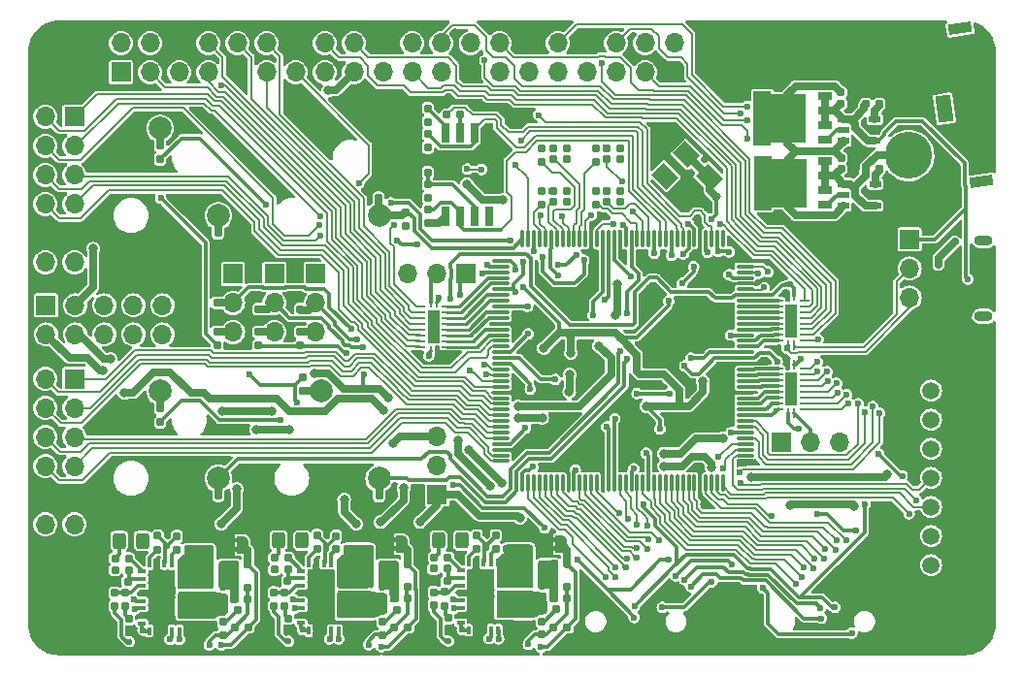
<source format=gbl>
%TF.GenerationSoftware,KiCad,Pcbnew,8.0.2*%
%TF.CreationDate,2024-09-16T20:32:10-04:00*%
%TF.ProjectId,fpga,66706761-2e6b-4696-9361-645f70636258,rev?*%
%TF.SameCoordinates,Original*%
%TF.FileFunction,Copper,L2,Bot*%
%TF.FilePolarity,Positive*%
%FSLAX46Y46*%
G04 Gerber Fmt 4.6, Leading zero omitted, Abs format (unit mm)*
G04 Created by KiCad (PCBNEW 8.0.2) date 2024-09-16 20:32:10*
%MOMM*%
%LPD*%
G01*
G04 APERTURE LIST*
G04 Aperture macros list*
%AMRoundRect*
0 Rectangle with rounded corners*
0 $1 Rounding radius*
0 $2 $3 $4 $5 $6 $7 $8 $9 X,Y pos of 4 corners*
0 Add a 4 corners polygon primitive as box body*
4,1,4,$2,$3,$4,$5,$6,$7,$8,$9,$2,$3,0*
0 Add four circle primitives for the rounded corners*
1,1,$1+$1,$2,$3*
1,1,$1+$1,$4,$5*
1,1,$1+$1,$6,$7*
1,1,$1+$1,$8,$9*
0 Add four rect primitives between the rounded corners*
20,1,$1+$1,$2,$3,$4,$5,0*
20,1,$1+$1,$4,$5,$6,$7,0*
20,1,$1+$1,$6,$7,$8,$9,0*
20,1,$1+$1,$8,$9,$2,$3,0*%
%AMRotRect*
0 Rectangle, with rotation*
0 The origin of the aperture is its center*
0 $1 length*
0 $2 width*
0 $3 Rotation angle, in degrees counterclockwise*
0 Add horizontal line*
21,1,$1,$2,0,0,$3*%
%AMFreePoly0*
4,1,9,2.975000,-2.350000,1.425000,-2.350000,1.425000,-2.100000,-1.650000,-2.100000,-1.650000,2.100000,1.425000,2.100000,1.425000,2.350000,2.975000,2.350000,2.975000,-2.350000,2.975000,-2.350000,$1*%
%AMFreePoly1*
4,1,19,0.500000,-0.750000,0.000000,-0.750000,0.000000,-0.744911,-0.071157,-0.744911,-0.207708,-0.704816,-0.327430,-0.627875,-0.420627,-0.520320,-0.479746,-0.390866,-0.500000,-0.250000,-0.500000,0.250000,-0.479746,0.390866,-0.420627,0.520320,-0.327430,0.627875,-0.207708,0.704816,-0.071157,0.744911,0.000000,0.744911,0.000000,0.750000,0.500000,0.750000,0.500000,-0.750000,0.500000,-0.750000,
$1*%
%AMFreePoly2*
4,1,19,0.000000,0.744911,0.071157,0.744911,0.207708,0.704816,0.327430,0.627875,0.420627,0.520320,0.479746,0.390866,0.500000,0.250000,0.500000,-0.250000,0.479746,-0.390866,0.420627,-0.520320,0.327430,-0.627875,0.207708,-0.704816,0.071157,-0.744911,0.000000,-0.744911,0.000000,-0.750000,-0.500000,-0.750000,-0.500000,0.750000,0.000000,0.750000,0.000000,0.744911,0.000000,0.744911,
$1*%
G04 Aperture macros list end*
%TA.AperFunction,EtchedComponent*%
%ADD10C,0.000000*%
%TD*%
%TA.AperFunction,ComponentPad*%
%ADD11C,6.000000*%
%TD*%
%TA.AperFunction,ComponentPad*%
%ADD12C,2.000000*%
%TD*%
%TA.AperFunction,ComponentPad*%
%ADD13RotRect,0.900000X2.000000X278.000000*%
%TD*%
%TA.AperFunction,ComponentPad*%
%ADD14RoundRect,1.025000X-1.157677X0.872372X-0.872372X-1.157677X1.157677X-0.872372X0.872372X1.157677X0*%
%TD*%
%TA.AperFunction,ComponentPad*%
%ADD15C,4.100000*%
%TD*%
%TA.AperFunction,ComponentPad*%
%ADD16RotRect,2.300000X1.300000X278.000000*%
%TD*%
%TA.AperFunction,ComponentPad*%
%ADD17R,1.700000X1.700000*%
%TD*%
%TA.AperFunction,ComponentPad*%
%ADD18O,1.700000X1.700000*%
%TD*%
%TA.AperFunction,ComponentPad*%
%ADD19R,1.508000X1.508000*%
%TD*%
%TA.AperFunction,ComponentPad*%
%ADD20C,1.508000*%
%TD*%
%TA.AperFunction,ComponentPad*%
%ADD21O,1.600000X0.900000*%
%TD*%
%TA.AperFunction,SMDPad,CuDef*%
%ADD22RoundRect,0.155000X-0.212500X-0.155000X0.212500X-0.155000X0.212500X0.155000X-0.212500X0.155000X0*%
%TD*%
%TA.AperFunction,SMDPad,CuDef*%
%ADD23RoundRect,0.160000X-0.197500X-0.160000X0.197500X-0.160000X0.197500X0.160000X-0.197500X0.160000X0*%
%TD*%
%TA.AperFunction,SMDPad,CuDef*%
%ADD24RoundRect,0.160000X0.197500X0.160000X-0.197500X0.160000X-0.197500X-0.160000X0.197500X-0.160000X0*%
%TD*%
%TA.AperFunction,SMDPad,CuDef*%
%ADD25RoundRect,0.155000X0.155000X-0.212500X0.155000X0.212500X-0.155000X0.212500X-0.155000X-0.212500X0*%
%TD*%
%TA.AperFunction,SMDPad,CuDef*%
%ADD26RoundRect,0.160000X-0.160000X0.197500X-0.160000X-0.197500X0.160000X-0.197500X0.160000X0.197500X0*%
%TD*%
%TA.AperFunction,SMDPad,CuDef*%
%ADD27R,0.254000X0.812800*%
%TD*%
%TA.AperFunction,SMDPad,CuDef*%
%ADD28R,0.812800X0.254000*%
%TD*%
%TA.AperFunction,SMDPad,CuDef*%
%ADD29R,0.990600X2.895600*%
%TD*%
%TA.AperFunction,SMDPad,CuDef*%
%ADD30R,1.150000X0.700000*%
%TD*%
%TA.AperFunction,SMDPad,CuDef*%
%ADD31FreePoly0,180.000000*%
%TD*%
%TA.AperFunction,SMDPad,CuDef*%
%ADD32R,1.000000X0.599999*%
%TD*%
%TA.AperFunction,SMDPad,CuDef*%
%ADD33R,0.304800X0.711200*%
%TD*%
%TA.AperFunction,SMDPad,CuDef*%
%ADD34R,2.649000X2.089194*%
%TD*%
%TA.AperFunction,SMDPad,CuDef*%
%ADD35R,0.711200X0.304800*%
%TD*%
%TA.AperFunction,SMDPad,CuDef*%
%ADD36R,2.641600X2.336800*%
%TD*%
%TA.AperFunction,SMDPad,CuDef*%
%ADD37R,2.006600X0.685800*%
%TD*%
%TA.AperFunction,SMDPad,CuDef*%
%ADD38R,2.211400X4.700000*%
%TD*%
%TA.AperFunction,SMDPad,CuDef*%
%ADD39RoundRect,0.160000X0.160000X-0.197500X0.160000X0.197500X-0.160000X0.197500X-0.160000X-0.197500X0*%
%TD*%
%TA.AperFunction,SMDPad,CuDef*%
%ADD40RoundRect,0.155000X-0.155000X0.212500X-0.155000X-0.212500X0.155000X-0.212500X0.155000X0.212500X0*%
%TD*%
%TA.AperFunction,SMDPad,CuDef*%
%ADD41FreePoly1,180.000000*%
%TD*%
%TA.AperFunction,SMDPad,CuDef*%
%ADD42FreePoly2,180.000000*%
%TD*%
%TA.AperFunction,SMDPad,CuDef*%
%ADD43RoundRect,0.160000X0.160000X-0.222500X0.160000X0.222500X-0.160000X0.222500X-0.160000X-0.222500X0*%
%TD*%
%TA.AperFunction,SMDPad,CuDef*%
%ADD44R,0.650000X1.700000*%
%TD*%
%TA.AperFunction,SMDPad,CuDef*%
%ADD45RoundRect,0.250000X-0.325000X-0.450000X0.325000X-0.450000X0.325000X0.450000X-0.325000X0.450000X0*%
%TD*%
%TA.AperFunction,SMDPad,CuDef*%
%ADD46RotRect,1.540000X1.800000X225.000000*%
%TD*%
%TA.AperFunction,SMDPad,CuDef*%
%ADD47RoundRect,0.075000X-0.662500X-0.075000X0.662500X-0.075000X0.662500X0.075000X-0.662500X0.075000X0*%
%TD*%
%TA.AperFunction,SMDPad,CuDef*%
%ADD48RoundRect,0.075000X-0.075000X-0.662500X0.075000X-0.662500X0.075000X0.662500X-0.075000X0.662500X0*%
%TD*%
%TA.AperFunction,SMDPad,CuDef*%
%ADD49RoundRect,0.155000X-0.040659X-0.259862X0.259862X0.040659X0.040659X0.259862X-0.259862X-0.040659X0*%
%TD*%
%TA.AperFunction,ViaPad*%
%ADD50C,0.800000*%
%TD*%
%TA.AperFunction,ViaPad*%
%ADD51C,0.600000*%
%TD*%
%TA.AperFunction,Conductor*%
%ADD52C,0.300000*%
%TD*%
%TA.AperFunction,Conductor*%
%ADD53C,0.650000*%
%TD*%
%TA.AperFunction,Conductor*%
%ADD54C,0.250000*%
%TD*%
%TA.AperFunction,Conductor*%
%ADD55C,0.400000*%
%TD*%
%TA.AperFunction,Conductor*%
%ADD56C,0.500000*%
%TD*%
%TA.AperFunction,Conductor*%
%ADD57C,0.200000*%
%TD*%
G04 APERTURE END LIST*
D10*
%TA.AperFunction,EtchedComponent*%
%TO.C,JP1*%
G36*
X78364099Y-79802000D02*
G01*
X77864099Y-79802000D01*
X77864099Y-79402000D01*
X78364099Y-79402000D01*
X78364099Y-79802000D01*
G37*
%TD.AperFunction*%
%TA.AperFunction,EtchedComponent*%
G36*
X78364099Y-80602000D02*
G01*
X77864099Y-80602000D01*
X77864099Y-80202000D01*
X78364099Y-80202000D01*
X78364099Y-80602000D01*
G37*
%TD.AperFunction*%
%TA.AperFunction,EtchedComponent*%
%TO.C,JP2*%
G36*
X92252045Y-79741998D02*
G01*
X91752045Y-79741998D01*
X91752045Y-79341998D01*
X92252045Y-79341998D01*
X92252045Y-79741998D01*
G37*
%TD.AperFunction*%
%TA.AperFunction,EtchedComponent*%
G36*
X92252045Y-80541998D02*
G01*
X91752045Y-80541998D01*
X91752045Y-80141998D01*
X92252045Y-80141998D01*
X92252045Y-80541998D01*
G37*
%TD.AperFunction*%
%TA.AperFunction,EtchedComponent*%
%TO.C,JP3*%
G36*
X106154956Y-79742200D02*
G01*
X105654956Y-79742200D01*
X105654956Y-79342200D01*
X106154956Y-79342200D01*
X106154956Y-79742200D01*
G37*
%TD.AperFunction*%
%TA.AperFunction,EtchedComponent*%
G36*
X106154956Y-80542200D02*
G01*
X105654956Y-80542200D01*
X105654956Y-80142200D01*
X106154956Y-80142200D01*
X106154956Y-80542200D01*
G37*
%TD.AperFunction*%
%TD*%
D11*
%TO.P,J9,1,Pin_1*%
%TO.N,GND*%
X63259600Y-37436200D03*
X63259600Y-86436200D03*
X121259600Y-37436200D03*
X121259600Y-86436200D03*
%TD*%
D12*
%TO.P,SW2,1,1*%
%TO.N,Net-(U1C-PROGRAM_B_2)*%
X90678000Y-51257200D03*
%TO.P,SW2,2,2*%
%TO.N,GND*%
X85598000Y-43637200D03*
%TD*%
D13*
%TO.P,XT60M,*%
%TO.N,*%
X141359388Y-34925000D03*
X143238225Y-48293619D03*
D14*
%TO.P,XT60M,1,-*%
%TO.N,GND*%
X135856175Y-38879383D03*
D15*
%TO.P,XT60M,2,+*%
%TO.N,VBATT*%
X136858221Y-46009313D03*
D16*
%TO.P,XT60M,3,X*%
%TO.N,unconnected-(XT60M1-X-Pad3)*%
X139971677Y-41936366D03*
%TD*%
D17*
%TO.P,SW9,1,A*%
%TO.N,unconnected-(SW9-A-Pad1)*%
X77935000Y-56344200D03*
D18*
%TO.P,SW9,2,B*%
%TO.N,/Bank2/SW1*%
X77935000Y-58884200D03*
%TO.P,SW9,3,C*%
%TO.N,Net-(SW9-C)*%
X77935000Y-61424200D03*
%TD*%
D17*
%TO.P,SW11,1,A*%
%TO.N,unconnected-(SW11-A-Pad1)*%
X85149800Y-56343000D03*
D18*
%TO.P,SW11,2,B*%
%TO.N,/Bank2/SW3*%
X85149800Y-58883000D03*
%TO.P,SW11,3,C*%
%TO.N,Net-(SW11-C)*%
X85149800Y-61423000D03*
%TD*%
D17*
%TO.P,J5,1,Pin_1*%
%TO.N,PMOD1_0*%
X64103600Y-42628200D03*
D18*
%TO.P,J5,2,Pin_2*%
%TO.N,PMOD1_4*%
X61563600Y-42628200D03*
%TO.P,J5,3,Pin_3*%
%TO.N,PMOD1_1*%
X64103600Y-45168200D03*
%TO.P,J5,4,Pin_4*%
%TO.N,PMOD1_5*%
X61563600Y-45168200D03*
%TO.P,J5,5,Pin_5*%
%TO.N,PMOD1_2*%
X64103600Y-47708200D03*
%TO.P,J5,6,Pin_6*%
%TO.N,PMOD1_6*%
X61563600Y-47708200D03*
%TO.P,J5,7,Pin_7*%
%TO.N,PMOD1_3*%
X64103600Y-50248200D03*
%TO.P,J5,8,Pin_8*%
%TO.N,PMOD1_7*%
X61563600Y-50248200D03*
%TO.P,J5,9,Pin_9*%
%TO.N,GND*%
X64103600Y-52788200D03*
%TO.P,J5,10,Pin_10*%
X61563600Y-52788200D03*
%TO.P,J5,11,Pin_11*%
%TO.N,3V3*%
X64103600Y-55328200D03*
%TO.P,J5,12,Pin_12*%
X61563600Y-55328200D03*
%TD*%
D17*
%TO.P,J8,1,Pin_1*%
%TO.N,VBATT*%
X61628200Y-59087400D03*
D18*
%TO.P,J8,2,Pin_2*%
X61628200Y-61627400D03*
%TO.P,J8,3,Pin_3*%
%TO.N,VUSB*%
X64168200Y-59087400D03*
%TO.P,J8,4,Pin_4*%
X64168200Y-61627400D03*
%TO.P,J8,5,Pin_5*%
%TO.N,3V3*%
X66708200Y-59087400D03*
%TO.P,J8,6,Pin_6*%
X66708200Y-61627400D03*
%TO.P,J8,7,Pin_7*%
%TO.N,2V5*%
X69248200Y-59087400D03*
%TO.P,J8,8,Pin_8*%
X69248200Y-61627400D03*
%TO.P,J8,9,Pin_9*%
%TO.N,1V2*%
X71788200Y-59087400D03*
%TO.P,J8,10,Pin_10*%
X71788200Y-61627400D03*
%TO.P,J8,11,Pin_11*%
%TO.N,GND*%
X74328200Y-59087400D03*
%TO.P,J8,12,Pin_12*%
X74328200Y-61627400D03*
%TD*%
D12*
%TO.P,SW8,1,1*%
%TO.N,/Bank2/BTN3*%
X76657200Y-51257200D03*
%TO.P,SW8,2,2*%
%TO.N,Net-(R49-Pad1)*%
X71577200Y-43637200D03*
%TD*%
D19*
%TO.P,J1,1,1*%
%TO.N,GND*%
X141358800Y-81769600D03*
D20*
%TO.P,J1,2,2*%
%TO.N,VCC_AUX*%
X138818800Y-81769600D03*
%TO.P,J1,3,3*%
%TO.N,GND*%
X141358800Y-79229600D03*
%TO.P,J1,4,4*%
%TO.N,TMS*%
X138818800Y-79229600D03*
%TO.P,J1,5,5*%
%TO.N,GND*%
X141358800Y-76689600D03*
%TO.P,J1,6,6*%
%TO.N,TCK*%
X138818800Y-76689600D03*
%TO.P,J1,7,7*%
%TO.N,GND*%
X141358800Y-74149600D03*
%TO.P,J1,8,8*%
%TO.N,TDO*%
X138818800Y-74149600D03*
%TO.P,J1,9,9*%
%TO.N,GND*%
X141358800Y-71609600D03*
%TO.P,J1,10,10*%
%TO.N,TDI*%
X138818800Y-71609600D03*
%TO.P,J1,11,11*%
%TO.N,GND*%
X141358800Y-69069600D03*
%TO.P,J1,12,12*%
%TO.N,unconnected-(J1-Pad12)*%
X138818800Y-69069600D03*
%TO.P,J1,13,13*%
%TO.N,GND*%
X141358800Y-66529600D03*
%TO.P,J1,14,14*%
%TO.N,unconnected-(J1-Pad14)*%
X138818800Y-66529600D03*
%TD*%
D17*
%TO.P,SW3,1,A*%
%TO.N,VUSB*%
X136956800Y-53340000D03*
D18*
%TO.P,SW3,2,B*%
%TO.N,Net-(SW3-B)*%
X136956800Y-55880000D03*
%TO.P,SW3,3,C*%
%TO.N,3V3*%
X136956800Y-58420000D03*
%TD*%
D17*
%TO.P,SW5,1,A*%
%TO.N,VUSB*%
X98221800Y-56337200D03*
D18*
%TO.P,SW5,2,B*%
%TO.N,Net-(SW5-B)*%
X95681800Y-56337200D03*
%TO.P,SW5,3,C*%
%TO.N,3V3*%
X93141800Y-56337200D03*
%TD*%
D17*
%TO.P,SW10,1,A*%
%TO.N,unconnected-(SW10-A-Pad1)*%
X81544800Y-56343000D03*
D18*
%TO.P,SW10,2,B*%
%TO.N,/Bank2/SW2*%
X81544800Y-58883000D03*
%TO.P,SW10,3,C*%
%TO.N,Net-(SW10-C)*%
X81544800Y-61423000D03*
%TD*%
D21*
%TO.P,J3,6,Shield*%
%TO.N,unconnected-(J3-Shield-Pad6)*%
X143394600Y-60051600D03*
X143394600Y-53451600D03*
%TD*%
D12*
%TO.P,SW6,1,1*%
%TO.N,/Bank2/BTN1*%
X76655800Y-74191200D03*
%TO.P,SW6,2,2*%
%TO.N,Net-(R47-Pad1)*%
X71575800Y-66571200D03*
%TD*%
D17*
%TO.P,SW4,1,A*%
%TO.N,VUSB*%
X125755400Y-71033701D03*
D18*
%TO.P,SW4,2,B*%
%TO.N,Net-(SW4-B)*%
X128295400Y-71033701D03*
%TO.P,SW4,3,C*%
%TO.N,3V3*%
X130835400Y-71033701D03*
%TD*%
D17*
%TO.P,J6,1,Pin_1*%
%TO.N,PMOD2_0*%
X64103600Y-65513200D03*
D18*
%TO.P,J6,2,Pin_2*%
%TO.N,PMOD2_4*%
X61563600Y-65513200D03*
%TO.P,J6,3,Pin_3*%
%TO.N,PMOD2_1*%
X64103600Y-68053200D03*
%TO.P,J6,4,Pin_4*%
%TO.N,PMOD2_5*%
X61563600Y-68053200D03*
%TO.P,J6,5,Pin_5*%
%TO.N,PMOD2_2*%
X64103600Y-70593200D03*
%TO.P,J6,6,Pin_6*%
%TO.N,PMOD2_6*%
X61563600Y-70593200D03*
%TO.P,J6,7,Pin_7*%
%TO.N,PMOD2_3*%
X64103600Y-73133200D03*
%TO.P,J6,8,Pin_8*%
%TO.N,PMOD2_7*%
X61563600Y-73133200D03*
%TO.P,J6,9,Pin_9*%
%TO.N,GND*%
X64103600Y-75673200D03*
%TO.P,J6,10,Pin_10*%
X61563600Y-75673200D03*
%TO.P,J6,11,Pin_11*%
%TO.N,3V3*%
X64103600Y-78213200D03*
%TO.P,J6,12,Pin_12*%
X61563600Y-78213200D03*
%TD*%
D17*
%TO.P,SW1,1,A*%
%TO.N,2V5*%
X95740400Y-75622800D03*
D18*
%TO.P,SW1,2,B*%
%TO.N,Net-(JP9-B)*%
X95740400Y-73082800D03*
%TO.P,SW1,3,C*%
%TO.N,3V3*%
X95740400Y-70542800D03*
%TD*%
D12*
%TO.P,SW7,1,1*%
%TO.N,/Bank2/BTN2*%
X90676600Y-74200400D03*
%TO.P,SW7,2,2*%
%TO.N,Net-(R48-Pad1)*%
X85596600Y-66580400D03*
%TD*%
D22*
%TO.P,C62,1*%
%TO.N,2V5*%
X105919956Y-81667200D03*
%TO.P,C62,2*%
%TO.N,GND3*%
X107054956Y-81667200D03*
%TD*%
D23*
%TO.P,R30,1*%
%TO.N,Net-(D4-K)*%
X95484956Y-81092200D03*
%TO.P,R30,2*%
%TO.N,Net-(U12-PG)*%
X96679956Y-81092200D03*
%TD*%
D24*
%TO.P,R25,1*%
%TO.N,Net-(U7-SVIN)*%
X82752045Y-82166998D03*
%TO.P,R25,2*%
%TO.N,/Regulators/VIN*%
X81557045Y-82166998D03*
%TD*%
D25*
%TO.P,C40,1*%
%TO.N,GND*%
X82752045Y-87551998D03*
%TO.P,C40,2*%
%TO.N,Net-(U7-PVDD)*%
X82752045Y-86416998D03*
%TD*%
D26*
%TO.P,R36,1*%
%TO.N,Net-(LED2-Pad4)*%
X104839000Y-45395600D03*
%TO.P,R36,2*%
%TO.N,/Bank2/R2*%
X104839000Y-46590600D03*
%TD*%
D27*
%TO.P,U14,1,VCCA*%
%TO.N,3V3*%
X126381000Y-68541900D03*
D28*
%TO.P,U14,2,A0*%
%TO.N,Net-(U14-A0)*%
X125488000Y-68145599D03*
%TO.P,U14,3,A1*%
%TO.N,Net-(U14-A1)*%
X125488000Y-67645600D03*
%TO.P,U14,4,A2*%
%TO.N,Net-(U14-A2)*%
X125488000Y-67145601D03*
%TO.P,U14,5,A3*%
%TO.N,Net-(U14-A3)*%
X125488000Y-66645600D03*
%TO.P,U14,6,A4*%
%TO.N,Net-(U14-A4)*%
X125488000Y-66145600D03*
%TO.P,U14,7,A5*%
%TO.N,Net-(U14-A5)*%
X125488000Y-65645599D03*
%TO.P,U14,8,A6*%
%TO.N,Net-(U14-A6)*%
X125488000Y-65145600D03*
%TO.P,U14,9,A7*%
%TO.N,Net-(U14-A7)*%
X125488000Y-64645601D03*
D27*
%TO.P,U14,10,GND*%
%TO.N,GND*%
X126381000Y-64249300D03*
%TO.P,U14,11,/OE*%
%TO.N,OE*%
X126881000Y-64249300D03*
D28*
%TO.P,U14,12,B7*%
%TO.N,GPIO11*%
X127774000Y-64645601D03*
%TO.P,U14,13,B6*%
%TO.N,GPIO0*%
X127774000Y-65145600D03*
%TO.P,U14,14,B5*%
%TO.N,GPIO5*%
X127774000Y-65645599D03*
%TO.P,U14,15,B4*%
%TO.N,GPIO6*%
X127774000Y-66145600D03*
%TO.P,U14,16,B3*%
%TO.N,GPIO1*%
X127774000Y-66645600D03*
%TO.P,U14,17,B2*%
%TO.N,GPIO13*%
X127774000Y-67145601D03*
%TO.P,U14,18,B1*%
%TO.N,GPIO19*%
X127774000Y-67645600D03*
%TO.P,U14,19,B0*%
%TO.N,GPIO26*%
X127774000Y-68145599D03*
D27*
%TO.P,U14,20,VCCB*%
%TO.N,Net-(SW4-B)*%
X126881000Y-68541900D03*
D29*
%TO.P,U14,21,EPAD*%
%TO.N,unconnected-(U14-EPAD-Pad21)*%
X126631000Y-66395600D03*
%TD*%
D30*
%TO.P,U11,1,S*%
%TO.N,VUSB*%
X129584601Y-40850255D03*
%TO.P,U11,2,S*%
X129584601Y-42120255D03*
%TO.P,U11,3,S*%
X129584601Y-43400255D03*
%TO.P,U11,4,G*%
%TO.N,Net-(U11-G)*%
X129584601Y-44670255D03*
D31*
%TO.P,U11,5,D*%
%TO.N,/Regulators/VIN*%
X126314601Y-42760255D03*
%TD*%
D22*
%TO.P,C51,1*%
%TO.N,/Regulators/VIN*%
X130966601Y-40491255D03*
%TO.P,C51,2*%
%TO.N,GND*%
X132101601Y-40491255D03*
%TD*%
D23*
%TO.P,R34,1*%
%TO.N,/Regulators/FB3*%
X105879956Y-87242200D03*
%TO.P,R34,2*%
%TO.N,GND3*%
X107074956Y-87242200D03*
%TD*%
D26*
%TO.P,R51,1*%
%TO.N,Net-(SW10-C)*%
X80171400Y-61409700D03*
%TO.P,R51,2*%
%TO.N,VCCO_3*%
X80171400Y-62604700D03*
%TD*%
D30*
%TO.P,U10,1,S*%
%TO.N,VBATT*%
X129592001Y-46509255D03*
%TO.P,U10,2,S*%
X129592001Y-47779255D03*
%TO.P,U10,3,S*%
X129592001Y-49059255D03*
%TO.P,U10,4,G*%
%TO.N,Net-(U10-G)*%
X129592001Y-50329255D03*
D31*
%TO.P,U10,5,D*%
%TO.N,/Regulators/VIN*%
X126322001Y-48419255D03*
%TD*%
D26*
%TO.P,R58,1*%
%TO.N,GND*%
X83794600Y-58228900D03*
%TO.P,R58,2*%
%TO.N,/Bank2/SW3*%
X83794600Y-59423900D03*
%TD*%
D24*
%TO.P,R46,1*%
%TO.N,Net-(LED4-Pad2)*%
X111734300Y-50055400D03*
%TO.P,R46,2*%
%TO.N,/Bank2/B4*%
X110539300Y-50055400D03*
%TD*%
D32*
%TO.P,U8,1,VCAP*%
%TO.N,Net-(U8-VCAP)*%
X133947001Y-48494255D03*
%TO.P,U8,2,GND*%
%TO.N,GND*%
X133947001Y-49444256D03*
%TO.P,U8,3,EN*%
%TO.N,VBATT*%
X133947001Y-50394254D03*
%TO.P,U8,4,CATHODE*%
%TO.N,/Regulators/VIN*%
X131197001Y-50394254D03*
%TO.P,U8,5,GATE*%
%TO.N,Net-(U10-G)*%
X131197001Y-49444256D03*
%TO.P,U8,6,ANODE*%
%TO.N,VBATT*%
X131197001Y-48494255D03*
%TD*%
D33*
%TO.P,U12,1,ILIM*%
%TO.N,Net-(U12-ILIM)*%
X98479957Y-81570800D03*
%TO.P,U12,2,PGND*%
%TO.N,GND*%
X99129955Y-81570800D03*
%TO.P,U12,3,SW*%
%TO.N,/Regulators/SW3*%
X99779957Y-81570800D03*
%TO.P,U12,4,BST*%
%TO.N,Net-(U12-BST)*%
X100429955Y-81570800D03*
%TO.P,U12,5,VIN*%
%TO.N,/Regulators/VIN*%
X101079957Y-81570800D03*
D34*
X102254956Y-82717200D03*
D33*
%TO.P,U12,6,VIN*%
X101729955Y-81570800D03*
%TO.P,U12,7,VIN*%
X102379957Y-81570800D03*
%TO.P,U12,8,VIN*%
X103029955Y-81570800D03*
D35*
%TO.P,U12,9,VIN*%
X103701356Y-82242201D03*
%TO.P,U12,10,VIN*%
X103701356Y-82892199D03*
%TO.P,U12,11,VIN*%
X103701356Y-83542201D03*
%TO.P,U12,12,SW*%
%TO.N,/Regulators/SW3*%
X103701356Y-84192199D03*
D36*
X102258656Y-85192897D03*
D35*
%TO.P,U12,13,SW*%
X103701356Y-84842201D03*
%TO.P,U12,14,SW*%
X103701356Y-85492199D03*
%TO.P,U12,15,SW*%
X103701356Y-86142201D03*
%TO.P,U12,16,PGND*%
%TO.N,GND*%
X103701356Y-86792199D03*
D37*
X102583656Y-86970397D03*
D33*
%TO.P,U12,17,PGND*%
X103029955Y-87463600D03*
%TO.P,U12,18,PGND*%
X102379957Y-87463600D03*
%TO.P,U12,19,PGND*%
X101729955Y-87463600D03*
%TO.P,U12,20,SW*%
%TO.N,/Regulators/SW3*%
X101079957Y-87463600D03*
%TO.P,U12,21,PVDD*%
%TO.N,Net-(U12-PVDD)*%
X100429955Y-87463600D03*
%TO.P,U12,22,PGND*%
%TO.N,GND*%
X99779957Y-87463600D03*
%TO.P,U12,23,EXTVDD*%
X99129955Y-87463600D03*
%TO.P,U12,24,EN*%
%TO.N,/Regulators/VIN*%
X98479957Y-87463600D03*
D35*
%TO.P,U12,25,FREQ*%
X97808556Y-86792199D03*
%TO.P,U12,26,MODE*%
%TO.N,GND*%
X97808556Y-86142201D03*
%TO.P,U12,27,FB*%
%TO.N,/Regulators/FB3*%
X97808556Y-85492199D03*
%TO.P,U12,28,AGND*%
%TO.N,GND3*%
X97808556Y-84842201D03*
%TO.P,U12,29,PGND*%
%TO.N,GND*%
X97808556Y-84192199D03*
%TO.P,U12,30,VDD*%
%TO.N,Net-(U12-VDD)*%
X97808556Y-83542201D03*
%TO.P,U12,31,SVIN*%
%TO.N,Net-(U12-SVIN)*%
X97808556Y-82892199D03*
%TO.P,U12,32,PG*%
%TO.N,Net-(U12-PG)*%
X97808556Y-82242201D03*
D38*
%TO.P,U12,33,PGND*%
%TO.N,GND*%
X99512456Y-84517200D03*
%TD*%
D39*
%TO.P,R55,1*%
%TO.N,GND*%
X76623400Y-53992400D03*
%TO.P,R55,2*%
%TO.N,/Bank2/BTN3*%
X76623400Y-52797400D03*
%TD*%
D33*
%TO.P,U6,1,ILIM*%
%TO.N,Net-(U6-ILIM)*%
X70655002Y-81627600D03*
%TO.P,U6,2,PGND*%
%TO.N,GND*%
X71305000Y-81627600D03*
%TO.P,U6,3,SW*%
%TO.N,/Regulators/SW1*%
X71955002Y-81627600D03*
%TO.P,U6,4,BST*%
%TO.N,Net-(U6-BST)*%
X72605000Y-81627600D03*
%TO.P,U6,5,VIN*%
%TO.N,/Regulators/VIN*%
X73255002Y-81627600D03*
D34*
X74430001Y-82774000D03*
D33*
%TO.P,U6,6,VIN*%
X73905000Y-81627600D03*
%TO.P,U6,7,VIN*%
X74555002Y-81627600D03*
%TO.P,U6,8,VIN*%
X75205000Y-81627600D03*
D35*
%TO.P,U6,9,VIN*%
X75876401Y-82299001D03*
%TO.P,U6,10,VIN*%
X75876401Y-82948999D03*
%TO.P,U6,11,VIN*%
X75876401Y-83599001D03*
%TO.P,U6,12,SW*%
%TO.N,/Regulators/SW1*%
X75876401Y-84248999D03*
D36*
X74433701Y-85249697D03*
D35*
%TO.P,U6,13,SW*%
X75876401Y-84899001D03*
%TO.P,U6,14,SW*%
X75876401Y-85548999D03*
%TO.P,U6,15,SW*%
X75876401Y-86199001D03*
%TO.P,U6,16,PGND*%
%TO.N,GND*%
X75876401Y-86848999D03*
D37*
X74758701Y-87027197D03*
D33*
%TO.P,U6,17,PGND*%
X75205000Y-87520400D03*
%TO.P,U6,18,PGND*%
X74555002Y-87520400D03*
%TO.P,U6,19,PGND*%
X73905000Y-87520400D03*
%TO.P,U6,20,SW*%
%TO.N,/Regulators/SW1*%
X73255002Y-87520400D03*
%TO.P,U6,21,PVDD*%
%TO.N,Net-(U6-PVDD)*%
X72605000Y-87520400D03*
%TO.P,U6,22,PGND*%
%TO.N,GND*%
X71955002Y-87520400D03*
%TO.P,U6,23,EXTVDD*%
X71305000Y-87520400D03*
%TO.P,U6,24,EN*%
%TO.N,/Regulators/VIN*%
X70655002Y-87520400D03*
D35*
%TO.P,U6,25,FREQ*%
X69983601Y-86848999D03*
%TO.P,U6,26,MODE*%
%TO.N,GND*%
X69983601Y-86199001D03*
%TO.P,U6,27,FB*%
%TO.N,/Regulators/FB1*%
X69983601Y-85548999D03*
%TO.P,U6,28,AGND*%
%TO.N,GND1*%
X69983601Y-84899001D03*
%TO.P,U6,29,PGND*%
%TO.N,GND*%
X69983601Y-84248999D03*
%TO.P,U6,30,VDD*%
%TO.N,/Regulators/VDD1*%
X69983601Y-83599001D03*
%TO.P,U6,31,SVIN*%
%TO.N,Net-(U6-SVIN)*%
X69983601Y-82948999D03*
%TO.P,U6,32,PG*%
%TO.N,Net-(U6-PG)*%
X69983601Y-82299001D03*
D38*
%TO.P,U6,33,PGND*%
%TO.N,GND*%
X71687501Y-84574000D03*
%TD*%
D40*
%TO.P,C56,1*%
%TO.N,GND*%
X101829956Y-79232200D03*
%TO.P,C56,2*%
%TO.N,/Regulators/VIN*%
X101829956Y-80367200D03*
%TD*%
%TO.P,C60,1*%
%TO.N,Net-(C60-Pad1)*%
X104854956Y-86707200D03*
%TO.P,C60,2*%
%TO.N,/Regulators/FB3*%
X104854956Y-87842200D03*
%TD*%
D25*
%TO.P,C31,1*%
%TO.N,GND*%
X68843000Y-87588600D03*
%TO.P,C31,2*%
%TO.N,Net-(U6-PVDD)*%
X68843000Y-86453600D03*
%TD*%
D41*
%TO.P,JP1,1,A*%
%TO.N,GND1*%
X78764099Y-80002000D03*
D42*
%TO.P,JP1,2,B*%
%TO.N,GND*%
X77464099Y-80002000D03*
%TD*%
D40*
%TO.P,C29,1*%
%TO.N,GND*%
X75937000Y-79273400D03*
%TO.P,C29,2*%
%TO.N,/Regulators/VIN*%
X75937000Y-80408400D03*
%TD*%
D24*
%TO.P,R40,1*%
%TO.N,Net-(LED2-Pad1)*%
X107023400Y-45370200D03*
%TO.P,R40,2*%
%TO.N,/Bank2/G2*%
X105828400Y-45370200D03*
%TD*%
D40*
%TO.P,C39,1*%
%TO.N,GND*%
X87902045Y-79256998D03*
%TO.P,C39,2*%
%TO.N,/Regulators/VIN*%
X87902045Y-80391998D03*
%TD*%
D26*
%TO.P,R47,1*%
%TO.N,Net-(R47-Pad1)*%
X71575800Y-68107300D03*
%TO.P,R47,2*%
%TO.N,VCCO_2*%
X71575800Y-69302300D03*
%TD*%
D22*
%TO.P,C34,1*%
%TO.N,3V3*%
X78074000Y-83761200D03*
%TO.P,C34,2*%
%TO.N,/Regulators/FB1*%
X79209000Y-83761200D03*
%TD*%
D40*
%TO.P,C27,1*%
%TO.N,GND*%
X74006600Y-79273400D03*
%TO.P,C27,2*%
%TO.N,/Regulators/VIN*%
X74006600Y-80408400D03*
%TD*%
%TO.P,C54,1*%
%TO.N,GND*%
X103754956Y-79242200D03*
%TO.P,C54,2*%
%TO.N,/Regulators/VIN*%
X103754956Y-80377200D03*
%TD*%
D26*
%TO.P,R22,1*%
%TO.N,/Regulators/SW2*%
X85277045Y-79171998D03*
%TO.P,R22,2*%
%TO.N,Net-(U7-ILIM)*%
X85277045Y-80366998D03*
%TD*%
D40*
%TO.P,C43,1*%
%TO.N,Net-(C43-Pad1)*%
X90977045Y-86724498D03*
%TO.P,C43,2*%
%TO.N,/Regulators/FB2*%
X90977045Y-87859498D03*
%TD*%
D17*
%TO.P,J7,1,Pin_1*%
%TO.N,3V3*%
X68156000Y-38742000D03*
D18*
%TO.P,J7,2,Pin_2*%
%TO.N,VUSB*%
X68156000Y-36202000D03*
%TO.P,J7,3,Pin_3*%
%TO.N,GPIO2*%
X70696000Y-38742000D03*
%TO.P,J7,4,Pin_4*%
%TO.N,VUSB*%
X70696000Y-36202000D03*
%TO.P,J7,5,Pin_5*%
%TO.N,GPIO3*%
X73236000Y-38742000D03*
%TO.P,J7,6,Pin_6*%
%TO.N,GND*%
X73236000Y-36202000D03*
%TO.P,J7,7,Pin_7*%
%TO.N,GPIO4*%
X75776000Y-38742000D03*
%TO.P,J7,8,Pin_8*%
%TO.N,GPIO14*%
X75776000Y-36202000D03*
%TO.P,J7,9,Pin_9*%
%TO.N,GND*%
X78316000Y-38742000D03*
%TO.P,J7,10,Pin_10*%
%TO.N,GPIO15*%
X78316000Y-36202000D03*
%TO.P,J7,11,Pin_11*%
%TO.N,GPIO17*%
X80856000Y-38742000D03*
%TO.P,J7,12,Pin_12*%
%TO.N,GPIO18*%
X80856000Y-36202000D03*
%TO.P,J7,13,Pin_13*%
%TO.N,GPIO27*%
X83396000Y-38742000D03*
%TO.P,J7,14,Pin_14*%
%TO.N,GND*%
X83396000Y-36202000D03*
%TO.P,J7,15,Pin_15*%
%TO.N,GPIO22*%
X85936000Y-38742000D03*
%TO.P,J7,16,Pin_16*%
%TO.N,GPIO23*%
X85936000Y-36202000D03*
%TO.P,J7,17,Pin_17*%
%TO.N,3V3*%
X88476000Y-38742000D03*
%TO.P,J7,18,Pin_18*%
%TO.N,GPIO24*%
X88476000Y-36202000D03*
%TO.P,J7,19,Pin_19*%
%TO.N,GPIO10*%
X91016000Y-38742000D03*
%TO.P,J7,20,Pin_20*%
%TO.N,GND*%
X91016000Y-36202000D03*
%TO.P,J7,21,Pin_21*%
%TO.N,GPIO9*%
X93556000Y-38742000D03*
%TO.P,J7,22,Pin_22*%
%TO.N,GPIO25*%
X93556000Y-36202000D03*
%TO.P,J7,23,Pin_23*%
%TO.N,GPIO11*%
X96096000Y-38742000D03*
%TO.P,J7,24,Pin_24*%
%TO.N,GPIO8*%
X96096000Y-36202000D03*
%TO.P,J7,25,Pin_25*%
%TO.N,GND*%
X98636000Y-38742000D03*
%TO.P,J7,26,Pin_26*%
%TO.N,GPIO7*%
X98636000Y-36202000D03*
%TO.P,J7,27,Pin_27*%
%TO.N,GPIO0*%
X101176000Y-38742000D03*
%TO.P,J7,28,Pin_28*%
%TO.N,GPIO1*%
X101176000Y-36202000D03*
%TO.P,J7,29,Pin_29*%
%TO.N,GPIO5*%
X103716000Y-38742000D03*
%TO.P,J7,30,Pin_30*%
%TO.N,GND*%
X103716000Y-36202000D03*
%TO.P,J7,31,Pin_31*%
%TO.N,GPIO6*%
X106256000Y-38742000D03*
%TO.P,J7,32,Pin_32*%
%TO.N,GPIO12*%
X106256000Y-36202000D03*
%TO.P,J7,33,Pin_33*%
%TO.N,GPIO13*%
X108796000Y-38742000D03*
%TO.P,J7,34,Pin_34*%
%TO.N,GND*%
X108796000Y-36202000D03*
%TO.P,J7,35,Pin_35*%
%TO.N,GPIO19*%
X111336000Y-38742000D03*
%TO.P,J7,36,Pin_36*%
%TO.N,GPIO16*%
X111336000Y-36202000D03*
%TO.P,J7,37,Pin_37*%
%TO.N,GPIO26*%
X113876000Y-38742000D03*
%TO.P,J7,38,Pin_38*%
%TO.N,GPIO20*%
X113876000Y-36202000D03*
%TO.P,J7,39,Pin_39*%
%TO.N,GND*%
X116416000Y-38742000D03*
%TO.P,J7,40,Pin_40*%
%TO.N,GPIO21*%
X116416000Y-36202000D03*
%TD*%
D23*
%TO.P,R26,1*%
%TO.N,/Regulators/SW2*%
X91027045Y-85666998D03*
%TO.P,R26,2*%
%TO.N,Net-(C43-Pad1)*%
X92222045Y-85666998D03*
%TD*%
D26*
%TO.P,R50,1*%
%TO.N,Net-(SW9-C)*%
X76563400Y-61410900D03*
%TO.P,R50,2*%
%TO.N,VCCO_2*%
X76563400Y-62605900D03*
%TD*%
D39*
%TO.P,R23,1*%
%TO.N,Net-(U7-PVDD)*%
X82448400Y-85357300D03*
%TO.P,R23,2*%
%TO.N,/Regulators/VDD2*%
X82448400Y-84162300D03*
%TD*%
D24*
%TO.P,R41,1*%
%TO.N,Net-(LED2-Pad2)*%
X107023400Y-46335400D03*
%TO.P,R41,2*%
%TO.N,/Bank2/B2*%
X105828400Y-46335400D03*
%TD*%
D39*
%TO.P,R17,1*%
%TO.N,Net-(U6-PVDD)*%
X68529200Y-85382700D03*
%TO.P,R17,2*%
%TO.N,/Regulators/VDD1*%
X68529200Y-84187700D03*
%TD*%
D23*
%TO.P,R32,1*%
%TO.N,/Regulators/SW3*%
X104907456Y-85642200D03*
%TO.P,R32,2*%
%TO.N,Net-(C60-Pad1)*%
X106102456Y-85642200D03*
%TD*%
%TO.P,R19,1*%
%TO.N,/Regulators/SW1*%
X77117500Y-85691600D03*
%TO.P,R19,2*%
%TO.N,Net-(C33-Pad1)*%
X78312500Y-85691600D03*
%TD*%
D26*
%TO.P,R7,1*%
%TO.N,GND*%
X94934500Y-46304200D03*
%TO.P,R7,2*%
%TO.N,SPI_CLK*%
X94934500Y-47499200D03*
%TD*%
D25*
%TO.P,C41,1*%
%TO.N,GND2*%
X81502045Y-85316998D03*
%TO.P,C41,2*%
%TO.N,/Regulators/VDD2*%
X81502045Y-84181998D03*
%TD*%
D23*
%TO.P,R18,1*%
%TO.N,Net-(D2-K)*%
X67641501Y-81170400D03*
%TO.P,R18,2*%
%TO.N,Net-(U6-PG)*%
X68836501Y-81170400D03*
%TD*%
D43*
%TO.P,L3,1,1*%
%TO.N,/Regulators/SW3*%
X104879956Y-84592200D03*
%TO.P,L3,2,2*%
%TO.N,2V5*%
X104879956Y-83447200D03*
%TD*%
D26*
%TO.P,R52,1*%
%TO.N,Net-(SW11-C)*%
X83778200Y-61420100D03*
%TO.P,R52,2*%
%TO.N,VCCO_3*%
X83778200Y-62615100D03*
%TD*%
D32*
%TO.P,U9,1,VCAP*%
%TO.N,Net-(U9-VCAP)*%
X133916601Y-42841256D03*
%TO.P,U9,2,GND*%
%TO.N,GND*%
X133916601Y-43791257D03*
%TO.P,U9,3,EN*%
%TO.N,VUSB*%
X133916601Y-44741255D03*
%TO.P,U9,4,CATHODE*%
%TO.N,/Regulators/VIN*%
X131166601Y-44741255D03*
%TO.P,U9,5,GATE*%
%TO.N,Net-(U11-G)*%
X131166601Y-43791257D03*
%TO.P,U9,6,ANODE*%
%TO.N,VUSB*%
X131166601Y-42841256D03*
%TD*%
D26*
%TO.P,R57,1*%
%TO.N,GND*%
X80162400Y-58228900D03*
%TO.P,R57,2*%
%TO.N,/Bank2/SW2*%
X80162400Y-59423900D03*
%TD*%
D22*
%TO.P,C48,1*%
%TO.N,VBATT*%
X133149700Y-47150400D03*
%TO.P,C48,2*%
%TO.N,Net-(U8-VCAP)*%
X134284700Y-47150400D03*
%TD*%
D26*
%TO.P,R56,1*%
%TO.N,GND*%
X76563400Y-57677100D03*
%TO.P,R56,2*%
%TO.N,/Bank2/SW1*%
X76563400Y-58872100D03*
%TD*%
D23*
%TO.P,R28,1*%
%TO.N,/Regulators/FB2*%
X92002045Y-87216998D03*
%TO.P,R28,2*%
%TO.N,GND2*%
X93197045Y-87216998D03*
%TD*%
%TO.P,R27,1*%
%TO.N,1V2*%
X91982045Y-84691998D03*
%TO.P,R27,2*%
%TO.N,/Regulators/FB2*%
X93177045Y-84691998D03*
%TD*%
D27*
%TO.P,U13,1,VCCA*%
%TO.N,3V3*%
X126369000Y-62572900D03*
D28*
%TO.P,U13,2,A0*%
%TO.N,Net-(U13-A0)*%
X125476000Y-62176599D03*
%TO.P,U13,3,A1*%
%TO.N,Net-(U13-A1)*%
X125476000Y-61676600D03*
%TO.P,U13,4,A2*%
%TO.N,Net-(U13-A2)*%
X125476000Y-61176601D03*
%TO.P,U13,5,A3*%
%TO.N,Net-(U13-A3)*%
X125476000Y-60676600D03*
%TO.P,U13,6,A4*%
%TO.N,Net-(U13-A4)*%
X125476000Y-60176600D03*
%TO.P,U13,7,A5*%
%TO.N,Net-(U13-A5)*%
X125476000Y-59676599D03*
%TO.P,U13,8,A6*%
%TO.N,Net-(U13-A6)*%
X125476000Y-59176600D03*
%TO.P,U13,9,A7*%
%TO.N,Net-(U13-A7)*%
X125476000Y-58676601D03*
D27*
%TO.P,U13,10,GND*%
%TO.N,GND*%
X126369000Y-58280300D03*
%TO.P,U13,11,/OE*%
%TO.N,OE*%
X126869000Y-58280300D03*
D28*
%TO.P,U13,12,B7*%
%TO.N,GPIO22*%
X127762000Y-58676601D03*
%TO.P,U13,13,B6*%
%TO.N,GPIO23*%
X127762000Y-59176600D03*
%TO.P,U13,14,B5*%
%TO.N,GPIO9*%
X127762000Y-59676599D03*
%TO.P,U13,15,B4*%
%TO.N,GPIO24*%
X127762000Y-60176600D03*
%TO.P,U13,16,B3*%
%TO.N,GPIO25*%
X127762000Y-60676600D03*
%TO.P,U13,17,B2*%
%TO.N,GPIO8*%
X127762000Y-61176601D03*
%TO.P,U13,18,B1*%
%TO.N,GPIO7*%
X127762000Y-61676600D03*
%TO.P,U13,19,B0*%
%TO.N,GPIO10*%
X127762000Y-62176599D03*
D27*
%TO.P,U13,20,VCCB*%
%TO.N,Net-(SW3-B)*%
X126869000Y-62572900D03*
D29*
%TO.P,U13,21,EPAD*%
%TO.N,unconnected-(U13-EPAD-Pad21)*%
X126619000Y-60426600D03*
%TD*%
D26*
%TO.P,R35,1*%
%TO.N,Net-(LED1-Pad4)*%
X104839000Y-49130600D03*
%TO.P,R35,2*%
%TO.N,/Bank2/R1*%
X104839000Y-50325600D03*
%TD*%
D22*
%TO.P,C47,1*%
%TO.N,/Regulators/VIN*%
X130972001Y-46219255D03*
%TO.P,C47,2*%
%TO.N,GND*%
X132107001Y-46219255D03*
%TD*%
D40*
%TO.P,C55,1*%
%TO.N,GND*%
X102779956Y-79232200D03*
%TO.P,C55,2*%
%TO.N,/Regulators/VIN*%
X102779956Y-80367200D03*
%TD*%
D24*
%TO.P,R43,1*%
%TO.N,Net-(LED3-Pad2)*%
X111722500Y-46304200D03*
%TO.P,R43,2*%
%TO.N,/Bank2/B3*%
X110527500Y-46304200D03*
%TD*%
%TO.P,R16,1*%
%TO.N,Net-(U6-SVIN)*%
X68848601Y-82186400D03*
%TO.P,R16,2*%
%TO.N,/Regulators/VIN*%
X67653601Y-82186400D03*
%TD*%
D22*
%TO.P,C45,1*%
%TO.N,1V2*%
X91992045Y-81691998D03*
%TO.P,C45,2*%
%TO.N,GND2*%
X93127045Y-81691998D03*
%TD*%
D40*
%TO.P,C36,1*%
%TO.N,/Regulators/SW2*%
X86927045Y-79231998D03*
%TO.P,C36,2*%
%TO.N,Net-(U7-BST)*%
X86927045Y-80366998D03*
%TD*%
D26*
%TO.P,R44,1*%
%TO.N,Net-(LED4-Pad4)*%
X109564300Y-49135400D03*
%TO.P,R44,2*%
%TO.N,/Bank2/R4*%
X109564300Y-50330400D03*
%TD*%
D25*
%TO.P,C2,1*%
%TO.N,Net-(U1C-PROGRAM_B_2)*%
X90622780Y-49721220D03*
%TO.P,C2,2*%
%TO.N,GND*%
X90622780Y-48586220D03*
%TD*%
D39*
%TO.P,R48,1*%
%TO.N,Net-(R48-Pad1)*%
X84023200Y-66586700D03*
%TO.P,R48,2*%
%TO.N,VCCO_2*%
X84023200Y-65391700D03*
%TD*%
D25*
%TO.P,C58,1*%
%TO.N,GND3*%
X95429956Y-85277200D03*
%TO.P,C58,2*%
%TO.N,Net-(U12-VDD)*%
X95429956Y-84142200D03*
%TD*%
D43*
%TO.P,L2,1,1*%
%TO.N,/Regulators/SW2*%
X91002045Y-84616998D03*
%TO.P,L2,2,2*%
%TO.N,1V2*%
X91002045Y-83471998D03*
%TD*%
D44*
%TO.P,U5,1,~{S}*%
%TO.N,SPI_CS*%
X96490500Y-44021200D03*
%TO.P,U5,2,DQ1*%
%TO.N,SPI_MISO1*%
X97760500Y-44021200D03*
%TO.P,U5,3,~{W}/DQ2*%
%TO.N,SPI_MISO2*%
X99030500Y-44021200D03*
%TO.P,U5,4,VSS*%
%TO.N,GND*%
X100300500Y-44021200D03*
%TO.P,U5,5,DQ0*%
%TO.N,SPI_MOSI{slash}MISO0*%
X100300500Y-51321200D03*
%TO.P,U5,6,C*%
%TO.N,SPI_CLK*%
X99030500Y-51321200D03*
%TO.P,U5,7,~{HOLD}/DQ3*%
%TO.N,SPI_MISO3*%
X97760500Y-51321200D03*
%TO.P,U5,8,VCC*%
%TO.N,VCCO_2*%
X96490500Y-51321200D03*
%TD*%
D22*
%TO.P,C46,1*%
%TO.N,VUSB*%
X130966601Y-41491255D03*
%TO.P,C46,2*%
%TO.N,GND*%
X132101601Y-41491255D03*
%TD*%
D45*
%TO.P,D4,1,K*%
%TO.N,Net-(D4-K)*%
X95854956Y-79617200D03*
%TO.P,D4,2,A*%
%TO.N,2V5*%
X97904956Y-79617200D03*
%TD*%
D24*
%TO.P,R38,1*%
%TO.N,Net-(LED1-Pad1)*%
X107023400Y-49105200D03*
%TO.P,R38,2*%
%TO.N,/Bank2/G1*%
X105828400Y-49105200D03*
%TD*%
D40*
%TO.P,C26,1*%
%TO.N,/Regulators/SW1*%
X73041400Y-79273400D03*
%TO.P,C26,2*%
%TO.N,Net-(U6-BST)*%
X73041400Y-80408400D03*
%TD*%
D22*
%TO.P,C30,1*%
%TO.N,GND*%
X67624101Y-83202400D03*
%TO.P,C30,2*%
%TO.N,Net-(U6-SVIN)*%
X68759101Y-83202400D03*
%TD*%
D25*
%TO.P,C32,1*%
%TO.N,GND1*%
X67589400Y-85336000D03*
%TO.P,C32,2*%
%TO.N,/Regulators/VDD1*%
X67589400Y-84201000D03*
%TD*%
D23*
%TO.P,R21,1*%
%TO.N,/Regulators/FB1*%
X78070600Y-87215600D03*
%TO.P,R21,2*%
%TO.N,GND1*%
X79265600Y-87215600D03*
%TD*%
D39*
%TO.P,R29,1*%
%TO.N,Net-(U12-PVDD)*%
X96418400Y-85312200D03*
%TO.P,R29,2*%
%TO.N,Net-(U12-VDD)*%
X96418400Y-84117200D03*
%TD*%
D26*
%TO.P,R37,1*%
%TO.N,Net-(LED3-Pad4)*%
X109552500Y-45384200D03*
%TO.P,R37,2*%
%TO.N,/Bank2/R3*%
X109552500Y-46579200D03*
%TD*%
D41*
%TO.P,JP2,1,A*%
%TO.N,GND2*%
X92652045Y-79941998D03*
D42*
%TO.P,JP2,2,B*%
%TO.N,GND*%
X91352045Y-79941998D03*
%TD*%
D27*
%TO.P,U15,1,VCCA*%
%TO.N,3V3*%
X95692800Y-58813700D03*
D28*
%TO.P,U15,2,A0*%
%TO.N,Net-(U15-A0)*%
X96585800Y-59210001D03*
%TO.P,U15,3,A1*%
%TO.N,Net-(U15-A1)*%
X96585800Y-59710000D03*
%TO.P,U15,4,A2*%
%TO.N,Net-(U15-A2)*%
X96585800Y-60209999D03*
%TO.P,U15,5,A3*%
%TO.N,Net-(U15-A3)*%
X96585800Y-60710000D03*
%TO.P,U15,6,A4*%
%TO.N,Net-(U15-A4)*%
X96585800Y-61210000D03*
%TO.P,U15,7,A5*%
%TO.N,Net-(U15-A5)*%
X96585800Y-61710001D03*
%TO.P,U15,8,A6*%
%TO.N,Net-(U15-A6)*%
X96585800Y-62210000D03*
%TO.P,U15,9,A7*%
%TO.N,Net-(U15-A7)*%
X96585800Y-62709999D03*
D27*
%TO.P,U15,10,GND*%
%TO.N,GND*%
X95692800Y-63106300D03*
%TO.P,U15,11,/OE*%
%TO.N,OE*%
X95192800Y-63106300D03*
D28*
%TO.P,U15,12,B7*%
%TO.N,GPIO2*%
X94299800Y-62709999D03*
%TO.P,U15,13,B6*%
%TO.N,GPIO4*%
X94299800Y-62210000D03*
%TO.P,U15,14,B5*%
%TO.N,GPIO3*%
X94299800Y-61710001D03*
%TO.P,U15,15,B4*%
%TO.N,GPIO14*%
X94299800Y-61210000D03*
%TO.P,U15,16,B3*%
%TO.N,GPIO15*%
X94299800Y-60710000D03*
%TO.P,U15,17,B2*%
%TO.N,GPIO17*%
X94299800Y-60209999D03*
%TO.P,U15,18,B1*%
%TO.N,GPIO18*%
X94299800Y-59710000D03*
%TO.P,U15,19,B0*%
%TO.N,GPIO27*%
X94299800Y-59210001D03*
D27*
%TO.P,U15,20,VCCB*%
%TO.N,Net-(SW5-B)*%
X95192800Y-58813700D03*
D29*
%TO.P,U15,21,EPAD*%
%TO.N,unconnected-(U15-EPAD-Pad21)*%
X95442800Y-60960000D03*
%TD*%
D22*
%TO.P,C49,1*%
%TO.N,VBATT*%
X130972001Y-47169255D03*
%TO.P,C49,2*%
%TO.N,GND*%
X132107001Y-47169255D03*
%TD*%
D24*
%TO.P,R39,1*%
%TO.N,Net-(LED1-Pad2)*%
X107023400Y-50070400D03*
%TO.P,R39,2*%
%TO.N,/Bank2/B1*%
X105828400Y-50070400D03*
%TD*%
D39*
%TO.P,R14,1*%
%TO.N,VCCO_2*%
X94934500Y-51924200D03*
%TO.P,R14,2*%
%TO.N,SPI_MISO3*%
X94934500Y-50729200D03*
%TD*%
D43*
%TO.P,L1,1,1*%
%TO.N,/Regulators/SW1*%
X77054600Y-84652200D03*
%TO.P,L1,2,2*%
%TO.N,3V3*%
X77054600Y-83507200D03*
%TD*%
D22*
%TO.P,C42,1*%
%TO.N,GND*%
X81567045Y-83166998D03*
%TO.P,C42,2*%
%TO.N,Net-(U7-SVIN)*%
X82702045Y-83166998D03*
%TD*%
D33*
%TO.P,U7,1,ILIM*%
%TO.N,Net-(U7-ILIM)*%
X84556227Y-81598240D03*
%TO.P,U7,2,PGND*%
%TO.N,GND*%
X85206225Y-81598240D03*
%TO.P,U7,3,SW*%
%TO.N,/Regulators/SW2*%
X85856227Y-81598240D03*
%TO.P,U7,4,BST*%
%TO.N,Net-(U7-BST)*%
X86506225Y-81598240D03*
%TO.P,U7,5,VIN*%
%TO.N,/Regulators/VIN*%
X87156227Y-81598240D03*
D34*
X88331226Y-82744640D03*
D33*
%TO.P,U7,6,VIN*%
X87806225Y-81598240D03*
%TO.P,U7,7,VIN*%
X88456227Y-81598240D03*
%TO.P,U7,8,VIN*%
X89106225Y-81598240D03*
D35*
%TO.P,U7,9,VIN*%
X89777626Y-82269641D03*
%TO.P,U7,10,VIN*%
X89777626Y-82919639D03*
%TO.P,U7,11,VIN*%
X89777626Y-83569641D03*
%TO.P,U7,12,SW*%
%TO.N,/Regulators/SW2*%
X89777626Y-84219639D03*
D36*
X88334926Y-85220337D03*
D35*
%TO.P,U7,13,SW*%
X89777626Y-84869641D03*
%TO.P,U7,14,SW*%
X89777626Y-85519639D03*
%TO.P,U7,15,SW*%
X89777626Y-86169641D03*
%TO.P,U7,16,PGND*%
%TO.N,GND*%
X89777626Y-86819639D03*
D37*
X88659926Y-86997837D03*
D33*
%TO.P,U7,17,PGND*%
X89106225Y-87491040D03*
%TO.P,U7,18,PGND*%
X88456227Y-87491040D03*
%TO.P,U7,19,PGND*%
X87806225Y-87491040D03*
%TO.P,U7,20,SW*%
%TO.N,/Regulators/SW2*%
X87156227Y-87491040D03*
%TO.P,U7,21,PVDD*%
%TO.N,Net-(U7-PVDD)*%
X86506225Y-87491040D03*
%TO.P,U7,22,PGND*%
%TO.N,GND*%
X85856227Y-87491040D03*
%TO.P,U7,23,EXTVDD*%
X85206225Y-87491040D03*
%TO.P,U7,24,EN*%
%TO.N,/Regulators/VIN*%
X84556227Y-87491040D03*
D35*
%TO.P,U7,25,FREQ*%
X83884826Y-86819639D03*
%TO.P,U7,26,MODE*%
%TO.N,GND*%
X83884826Y-86169641D03*
%TO.P,U7,27,FB*%
%TO.N,/Regulators/FB2*%
X83884826Y-85519639D03*
%TO.P,U7,28,AGND*%
%TO.N,GND2*%
X83884826Y-84869641D03*
%TO.P,U7,29,PGND*%
%TO.N,GND*%
X83884826Y-84219639D03*
%TO.P,U7,30,VDD*%
%TO.N,/Regulators/VDD2*%
X83884826Y-83569641D03*
%TO.P,U7,31,SVIN*%
%TO.N,Net-(U7-SVIN)*%
X83884826Y-82919639D03*
%TO.P,U7,32,PG*%
%TO.N,Net-(U7-PG)*%
X83884826Y-82269641D03*
D38*
%TO.P,U7,33,PGND*%
%TO.N,GND*%
X85588726Y-84544640D03*
%TD*%
D39*
%TO.P,R53,1*%
%TO.N,GND*%
X76655800Y-76896900D03*
%TO.P,R53,2*%
%TO.N,/Bank2/BTN1*%
X76655800Y-75701900D03*
%TD*%
D24*
%TO.P,R42,1*%
%TO.N,Net-(LED3-Pad1)*%
X111722500Y-45354200D03*
%TO.P,R42,2*%
%TO.N,/Bank2/G3*%
X110527500Y-45354200D03*
%TD*%
D40*
%TO.P,C33,1*%
%TO.N,Net-(C33-Pad1)*%
X77054600Y-86741000D03*
%TO.P,C33,2*%
%TO.N,/Regulators/FB1*%
X77054600Y-87876000D03*
%TD*%
%TO.P,C38,1*%
%TO.N,GND*%
X89877045Y-79256998D03*
%TO.P,C38,2*%
%TO.N,/Regulators/VIN*%
X89877045Y-80391998D03*
%TD*%
%TO.P,C37,1*%
%TO.N,GND*%
X88902045Y-79256998D03*
%TO.P,C37,2*%
%TO.N,/Regulators/VIN*%
X88902045Y-80391998D03*
%TD*%
D22*
%TO.P,C35,1*%
%TO.N,3V3*%
X78094999Y-81729200D03*
%TO.P,C35,2*%
%TO.N,GND1*%
X79229999Y-81729200D03*
%TD*%
D24*
%TO.P,R12,1*%
%TO.N,SPI_MISO1*%
X97779500Y-42429200D03*
%TO.P,R12,2*%
%TO.N,/Bank2/SPI_MISO1_IO*%
X96584500Y-42429200D03*
%TD*%
D22*
%TO.P,C59,1*%
%TO.N,GND*%
X95469956Y-83142200D03*
%TO.P,C59,2*%
%TO.N,Net-(U12-SVIN)*%
X96604956Y-83142200D03*
%TD*%
D41*
%TO.P,JP3,1,A*%
%TO.N,GND3*%
X106554956Y-79942200D03*
D42*
%TO.P,JP3,2,B*%
%TO.N,GND*%
X105254956Y-79942200D03*
%TD*%
D22*
%TO.P,C44,1*%
%TO.N,1V2*%
X91992045Y-83691998D03*
%TO.P,C44,2*%
%TO.N,/Regulators/FB2*%
X93127045Y-83691998D03*
%TD*%
D45*
%TO.P,D2,1,K*%
%TO.N,Net-(D2-K)*%
X68012200Y-79646400D03*
%TO.P,D2,2,A*%
%TO.N,2V5*%
X70062200Y-79646400D03*
%TD*%
D22*
%TO.P,C50,1*%
%TO.N,VUSB*%
X133149700Y-41511600D03*
%TO.P,C50,2*%
%TO.N,Net-(U9-VCAP)*%
X134284700Y-41511600D03*
%TD*%
D25*
%TO.P,C57,1*%
%TO.N,GND*%
X96704956Y-87517200D03*
%TO.P,C57,2*%
%TO.N,Net-(U12-PVDD)*%
X96704956Y-86382200D03*
%TD*%
D46*
%TO.P,X1,1,EN*%
%TO.N,3V3*%
X119480299Y-47903099D03*
%TO.P,X1,2,GND*%
%TO.N,GND*%
X117585252Y-49798146D03*
%TO.P,X1,3,OUT*%
%TO.N,/Bank2/OSCI*%
X115605353Y-47818247D03*
%TO.P,X1,4,Vdd*%
%TO.N,3V3*%
X117500400Y-45923200D03*
%TD*%
D40*
%TO.P,C53,1*%
%TO.N,/Regulators/SW3*%
X100854956Y-79207200D03*
%TO.P,C53,2*%
%TO.N,Net-(U12-BST)*%
X100854956Y-80342200D03*
%TD*%
D26*
%TO.P,R1,1*%
%TO.N,/Regulators/SW3*%
X99204956Y-79172200D03*
%TO.P,R1,2*%
%TO.N,Net-(U12-ILIM)*%
X99204956Y-80367200D03*
%TD*%
%TO.P,R15,1*%
%TO.N,/Regulators/SW1*%
X71365000Y-79213400D03*
%TO.P,R15,2*%
%TO.N,Net-(U6-ILIM)*%
X71365000Y-80408400D03*
%TD*%
D39*
%TO.P,R54,1*%
%TO.N,GND*%
X90676600Y-76919400D03*
%TO.P,R54,2*%
%TO.N,/Bank2/BTN2*%
X90676600Y-75724400D03*
%TD*%
D23*
%TO.P,R33,1*%
%TO.N,2V5*%
X105859956Y-84642200D03*
%TO.P,R33,2*%
%TO.N,/Regulators/FB3*%
X107054956Y-84642200D03*
%TD*%
D45*
%TO.P,D3,1,K*%
%TO.N,Net-(D3-K)*%
X81902045Y-79616998D03*
%TO.P,D3,2,A*%
%TO.N,2V5*%
X83952045Y-79616998D03*
%TD*%
D40*
%TO.P,C28,1*%
%TO.N,GND*%
X74971800Y-79273400D03*
%TO.P,C28,2*%
%TO.N,/Regulators/VIN*%
X74971800Y-80408400D03*
%TD*%
D26*
%TO.P,R49,1*%
%TO.N,Net-(R49-Pad1)*%
X71568800Y-45150800D03*
%TO.P,R49,2*%
%TO.N,VCCO_2*%
X71568800Y-46345800D03*
%TD*%
D24*
%TO.P,R31,1*%
%TO.N,Net-(U12-SVIN)*%
X96629956Y-82092200D03*
%TO.P,R31,2*%
%TO.N,/Regulators/VIN*%
X95434956Y-82092200D03*
%TD*%
D23*
%TO.P,R24,1*%
%TO.N,Net-(D3-K)*%
X81552045Y-81141998D03*
%TO.P,R24,2*%
%TO.N,Net-(U7-PG)*%
X82747045Y-81141998D03*
%TD*%
D39*
%TO.P,R6,1*%
%TO.N,VCCO_2*%
X94934500Y-43074200D03*
%TO.P,R6,2*%
%TO.N,SPI_CS*%
X94934500Y-41879200D03*
%TD*%
%TO.P,R13,1*%
%TO.N,VCCO_2*%
X94934500Y-45299200D03*
%TO.P,R13,2*%
%TO.N,SPI_MISO2*%
X94934500Y-44104200D03*
%TD*%
D23*
%TO.P,R20,1*%
%TO.N,3V3*%
X78044000Y-84726400D03*
%TO.P,R20,2*%
%TO.N,/Regulators/FB1*%
X79239000Y-84726400D03*
%TD*%
D22*
%TO.P,C61,1*%
%TO.N,2V5*%
X105904956Y-83667200D03*
%TO.P,C61,2*%
%TO.N,/Regulators/FB3*%
X107039956Y-83667200D03*
%TD*%
D24*
%TO.P,R45,1*%
%TO.N,Net-(LED4-Pad1)*%
X111739300Y-49105400D03*
%TO.P,R45,2*%
%TO.N,/Bank2/G4*%
X110544300Y-49105400D03*
%TD*%
D39*
%TO.P,R2,1*%
%TO.N,VCCO_2*%
X92989400Y-52159500D03*
%TO.P,R2,2*%
%TO.N,Net-(U1C-PROGRAM_B_2)*%
X92989400Y-50964500D03*
%TD*%
D47*
%TO.P,U1,1,IO_L83N_VREF_3*%
%TO.N,PMOD2_7*%
X101272331Y-72694207D03*
%TO.P,U1,2,IO_L83P_3*%
%TO.N,PMOD2_3*%
X101272331Y-72194207D03*
%TO.P,U1,3,GND*%
%TO.N,GND*%
X101272331Y-71694207D03*
%TO.P,U1,4,VCCO_3*%
%TO.N,VCCO_3*%
X101272331Y-71194207D03*
%TO.P,U1,5,IO_L52N_3*%
%TO.N,PMOD2_6*%
X101272331Y-70694207D03*
%TO.P,U1,6,IO_L52P_3*%
%TO.N,PMOD2_2*%
X101272331Y-70194207D03*
%TO.P,U1,7,IO_L51N_3*%
%TO.N,PMOD2_5*%
X101272331Y-69694207D03*
%TO.P,U1,8,IO_L51P_3*%
%TO.N,PMOD2_1*%
X101272331Y-69194207D03*
%TO.P,U1,9,IO_L50N_3*%
%TO.N,PMOD2_4*%
X101272331Y-68694207D03*
%TO.P,U1,10,IO_L50P_3*%
%TO.N,PMOD2_0*%
X101272331Y-68194207D03*
%TO.P,U1,11,IO_L49N_3*%
%TO.N,PMOD1_7*%
X101272331Y-67694207D03*
%TO.P,U1,12,IO_L49P_3*%
%TO.N,PMOD1_3*%
X101272331Y-67194207D03*
%TO.P,U1,13,GND*%
%TO.N,GND*%
X101272331Y-66694207D03*
%TO.P,U1,14,IO_L44N_GCLK20_3*%
%TO.N,PMOD1_6*%
X101272331Y-66194207D03*
%TO.P,U1,15,IO_L44P_GCLK21_3*%
%TO.N,PMOD1_2*%
X101272331Y-65694207D03*
%TO.P,U1,16,IO_L43N_GCLK22_IRDY2_3*%
%TO.N,PMOD1_5*%
X101272331Y-65194207D03*
%TO.P,U1,17,IO_L43P_GCLK23_3*%
%TO.N,PMOD1_1*%
X101272331Y-64694207D03*
%TO.P,U1,18,VCCO_3*%
%TO.N,VCCO_3*%
X101272331Y-64194207D03*
%TO.P,U1,19,VCCINT*%
%TO.N,VCC_INT*%
X101272331Y-63694207D03*
%TO.P,U1,20,VCCAUX*%
%TO.N,VCC_AUX*%
X101272331Y-63194207D03*
%TO.P,U1,21,IO_L42N_GCLK24_3*%
%TO.N,PMOD1_4*%
X101272331Y-62694207D03*
%TO.P,U1,22,IO_L42P_GCLK25_TRDY2_3*%
%TO.N,PMOD1_0*%
X101272331Y-62194207D03*
%TO.P,U1,23,IO_L41N_GCLK26_3*%
%TO.N,Net-(U15-A7)*%
X101272331Y-61694207D03*
%TO.P,U1,24,IO_L41P_GCLK27_3*%
%TO.N,Net-(U15-A6)*%
X101272331Y-61194207D03*
%TO.P,U1,25,GND*%
%TO.N,GND*%
X101272331Y-60694207D03*
%TO.P,U1,26,IO_L37N_3*%
%TO.N,Net-(U15-A5)*%
X101272331Y-60194207D03*
%TO.P,U1,27,IO_L37P_3*%
%TO.N,Net-(U15-A4)*%
X101272331Y-59694207D03*
%TO.P,U1,28,VCCINT*%
%TO.N,VCC_INT*%
X101272331Y-59194207D03*
%TO.P,U1,29,IO_L36N_3*%
%TO.N,Net-(U15-A3)*%
X101272331Y-58694207D03*
%TO.P,U1,30,IO_L36P_3*%
%TO.N,Net-(U15-A2)*%
X101272331Y-58194207D03*
%TO.P,U1,31,VCCO_3*%
%TO.N,VCCO_3*%
X101272331Y-57694207D03*
%TO.P,U1,32,IO_L2N_3*%
%TO.N,Net-(U15-A1)*%
X101272331Y-57194207D03*
%TO.P,U1,33,IO_L2P_3*%
%TO.N,Net-(U15-A0)*%
X101272331Y-56694207D03*
%TO.P,U1,34,IO_L1N_VREF_3*%
%TO.N,/Bank2/SW2*%
X101272331Y-56194207D03*
%TO.P,U1,35,IO_L1P_3*%
%TO.N,/Bank2/SW3*%
X101272331Y-55694207D03*
%TO.P,U1,36,VCCAUX*%
%TO.N,VCC_AUX*%
X101272331Y-55194207D03*
D48*
%TO.P,U1,37,PROGRAM_B_2*%
%TO.N,Net-(U1C-PROGRAM_B_2)*%
X103184831Y-53281707D03*
%TO.P,U1,38,IO_L65N_CSO_B_2*%
%TO.N,SPI_CS*%
X103684831Y-53281707D03*
%TO.P,U1,39,IO_L65P_INIT_B_2*%
%TO.N,/Bank2/INIT_B_IO*%
X104184831Y-53281707D03*
%TO.P,U1,40,IO_L64N_D9_2*%
%TO.N,/Bank2/R1*%
X104684831Y-53281707D03*
%TO.P,U1,41,IO_L64P_D8_2*%
%TO.N,/Bank2/G1*%
X105184831Y-53281707D03*
%TO.P,U1,42,VCCO_2*%
%TO.N,VCCO_2*%
X105684831Y-53281707D03*
%TO.P,U1,43,IO_L62N_D6_2*%
%TO.N,/Bank2/B1*%
X106184831Y-53281707D03*
%TO.P,U1,44,IO_L62P_D5_2*%
%TO.N,/Bank2/R2*%
X106684831Y-53281707D03*
%TO.P,U1,45,IO_L49N_D4_2*%
%TO.N,/Bank2/G2*%
X107184831Y-53281707D03*
%TO.P,U1,46,IO_L49P_D3_2*%
%TO.N,/Bank2/B2*%
X107684831Y-53281707D03*
%TO.P,U1,47,IO_L48N_RDWR_B_VREF_2*%
%TO.N,/Bank2/R3*%
X108184831Y-53281707D03*
%TO.P,U1,48,IO_L48P_D7_2*%
%TO.N,/Bank2/G3*%
X108684831Y-53281707D03*
%TO.P,U1,49,GND*%
%TO.N,GND*%
X109184831Y-53281707D03*
%TO.P,U1,50,IO_L31N_GCLK30_D15_2*%
%TO.N,/Bank2/B3*%
X109684831Y-53281707D03*
%TO.P,U1,51,IO_L31P_GCLK31_D14_2*%
%TO.N,/Bank2/BTN1*%
X110184831Y-53281707D03*
%TO.P,U1,52,VCCINT*%
%TO.N,VCC_INT*%
X110684831Y-53281707D03*
%TO.P,U1,53,VCCAUX*%
%TO.N,VCC_AUX*%
X111184831Y-53281707D03*
%TO.P,U1,54,GND*%
%TO.N,GND*%
X111684831Y-53281707D03*
%TO.P,U1,55,IO_L30N_GCLK0_USERCCLK_2*%
%TO.N,/Bank2/OSCI*%
X112184831Y-53281707D03*
%TO.P,U1,56,IO_L30P_GCLK1_D13_2*%
%TO.N,/Bank2/BTN2*%
X112684831Y-53281707D03*
%TO.P,U1,57,IO_L14N_D12_2*%
%TO.N,/Bank2/R4*%
X113184831Y-53281707D03*
%TO.P,U1,58,IO_L14P_D11_2*%
%TO.N,/Bank2/G4*%
X113684831Y-53281707D03*
%TO.P,U1,59,IO_L13N_D10_2*%
%TO.N,/Bank2/B4*%
X114184831Y-53281707D03*
%TO.P,U1,60,IO_L13P_M1_2*%
%TO.N,/Bank2/M1_IO*%
X114684831Y-53281707D03*
%TO.P,U1,61,IO_L12N_D2_MISO3_2*%
%TO.N,SPI_MISO3*%
X115184831Y-53281707D03*
%TO.P,U1,62,IO_L12P_D1_MISO2_2*%
%TO.N,SPI_MISO2*%
X115684831Y-53281707D03*
%TO.P,U1,63,VCCO_2*%
%TO.N,VCCO_2*%
X116184831Y-53281707D03*
%TO.P,U1,64,IO_L3N_MOSI_CSI_B_MISO0_2*%
%TO.N,SPI_MOSI{slash}MISO0*%
X116684831Y-53281707D03*
%TO.P,U1,65,IO_L3P_D0_DIN_MISO_MISO1_2*%
%TO.N,/Bank2/SPI_MISO1_IO*%
X117184831Y-53281707D03*
%TO.P,U1,66,IO_L2N_CMPMOSI_2*%
%TO.N,/Bank2/BTN3*%
X117684831Y-53281707D03*
%TO.P,U1,67,IO_L2P_CMPCLK_2*%
%TO.N,/Bank2/SW1*%
X118184831Y-53281707D03*
%TO.P,U1,68,GND*%
%TO.N,GND*%
X118684831Y-53281707D03*
%TO.P,U1,69,IO_L1N_M0_CMPMISO_2*%
%TO.N,/Bank2/M0_IO*%
X119184831Y-53281707D03*
%TO.P,U1,70,IO_L1P_CCLK_2*%
%TO.N,SPI_CLK*%
X119684831Y-53281707D03*
%TO.P,U1,71,DONE_2*%
%TO.N,/Program/DONE*%
X120184831Y-53281707D03*
%TO.P,U1,72,CMPCS_B_2*%
%TO.N,unconnected-(U1C-CMPCS_B_2-Pad72)*%
X120684831Y-53281707D03*
D47*
%TO.P,U1,73,SUSPEND*%
%TO.N,GND*%
X122597331Y-55194207D03*
%TO.P,U1,74,IO_L74N_DOUT_BUSY_1*%
%TO.N,Net-(U1A-IO_L74N_DOUT_BUSY_1)*%
X122597331Y-55694207D03*
%TO.P,U1,75,IO_L74P_AWAKE_1*%
%TO.N,Net-(U1A-IO_L74P_AWAKE_1)*%
X122597331Y-56194207D03*
%TO.P,U1,76,VCCO_1*%
%TO.N,VCCO_1*%
X122597331Y-56694207D03*
%TO.P,U1,77,GND*%
%TO.N,GND*%
X122597331Y-57194207D03*
%TO.P,U1,78,IO_L47N_1*%
%TO.N,Net-(U1A-IO_L47N_1)*%
X122597331Y-57694207D03*
%TO.P,U1,79,IO_L47P_1*%
%TO.N,OE*%
X122597331Y-58194207D03*
%TO.P,U1,80,IO_L46N_1*%
%TO.N,Net-(U13-A7)*%
X122597331Y-58694207D03*
%TO.P,U1,81,IO_L46P_1*%
%TO.N,Net-(U13-A6)*%
X122597331Y-59194207D03*
%TO.P,U1,82,IO_L45N_1*%
%TO.N,Net-(U13-A5)*%
X122597331Y-59694207D03*
%TO.P,U1,83,IO_L45P_1*%
%TO.N,Net-(U13-A4)*%
X122597331Y-60194207D03*
%TO.P,U1,84,IO_L43N_GCLK4_1*%
%TO.N,Net-(U13-A3)*%
X122597331Y-60694207D03*
%TO.P,U1,85,IO_L43P_GCLK5_1*%
%TO.N,Net-(U13-A2)*%
X122597331Y-61194207D03*
%TO.P,U1,86,VCCO_1*%
%TO.N,VCCO_1*%
X122597331Y-61694207D03*
%TO.P,U1,87,IO_L42N_GCLK6_TRDY1_1*%
%TO.N,Net-(U13-A1)*%
X122597331Y-62194207D03*
%TO.P,U1,88,IO_L42P_GCLK7_1*%
%TO.N,Net-(U13-A0)*%
X122597331Y-62694207D03*
%TO.P,U1,89,VCCINT*%
%TO.N,VCC_INT*%
X122597331Y-63194207D03*
%TO.P,U1,90,VCCAUX*%
%TO.N,VCC_AUX*%
X122597331Y-63694207D03*
%TO.P,U1,91,GND*%
%TO.N,GND*%
X122597331Y-64194207D03*
%TO.P,U1,92,IO_L41N_GCLK8_1*%
%TO.N,Net-(U14-A7)*%
X122597331Y-64694207D03*
%TO.P,U1,93,IO_L41P_GCLK9_IRDY1_1*%
%TO.N,Net-(U14-A6)*%
X122597331Y-65194207D03*
%TO.P,U1,94,IO_L40N_GCLK10_1*%
%TO.N,Net-(U14-A5)*%
X122597331Y-65694207D03*
%TO.P,U1,95,IO_L40P_GCLK11_1*%
%TO.N,Net-(U14-A4)*%
X122597331Y-66194207D03*
%TO.P,U1,96,GND*%
%TO.N,GND*%
X122597331Y-66694207D03*
%TO.P,U1,97,IO_L34N_1*%
%TO.N,Net-(U14-A3)*%
X122597331Y-67194207D03*
%TO.P,U1,98,IO_L34P_1*%
%TO.N,Net-(U14-A2)*%
X122597331Y-67694207D03*
%TO.P,U1,99,IO_L33N_1*%
%TO.N,Net-(U14-A1)*%
X122597331Y-68194207D03*
%TO.P,U1,100,IO_L33P_1*%
%TO.N,Net-(U14-A0)*%
X122597331Y-68694207D03*
%TO.P,U1,101,IO_L32N_1*%
%TO.N,GPIO16*%
X122597331Y-69194207D03*
%TO.P,U1,102,IO_L32P_1*%
%TO.N,GPIO12*%
X122597331Y-69694207D03*
%TO.P,U1,103,VCCO_1*%
%TO.N,VCCO_1*%
X122597331Y-70194207D03*
%TO.P,U1,104,IO_L1N_VREF_1*%
%TO.N,GPIO20*%
X122597331Y-70694207D03*
%TO.P,U1,105,IO_L1P_1*%
%TO.N,GPIO21*%
X122597331Y-71194207D03*
%TO.P,U1,106,TDO*%
%TO.N,TDO*%
X122597331Y-71694207D03*
%TO.P,U1,107,TMS*%
%TO.N,TMS*%
X122597331Y-72194207D03*
%TO.P,U1,108,GND*%
%TO.N,GND*%
X122597331Y-72694207D03*
D48*
%TO.P,U1,109,TCK*%
%TO.N,TCK*%
X120684831Y-74606707D03*
%TO.P,U1,110,TDI*%
%TO.N,TDI*%
X120184831Y-74606707D03*
%TO.P,U1,111,IO_L66N_SCP0_0*%
%TO.N,Net-(U1A-IO_L66N_SCP0_0)*%
X119684831Y-74606707D03*
%TO.P,U1,112,IO_L66P_SCP1_0*%
%TO.N,Net-(U1A-IO_L66P_SCP1_0)*%
X119184831Y-74606707D03*
%TO.P,U1,113,GND*%
%TO.N,GND*%
X118684831Y-74606707D03*
%TO.P,U1,114,IO_L65N_SCP2_0*%
%TO.N,Net-(U1A-IO_L65N_SCP2_0)*%
X118184831Y-74606707D03*
%TO.P,U1,115,IO_L65P_SCP3_0*%
%TO.N,Net-(U1A-IO_L65P_SCP3_0)*%
X117684831Y-74606707D03*
%TO.P,U1,116,IO_L64N_SCP4_0*%
%TO.N,Net-(U1A-IO_L64N_SCP4_0)*%
X117184831Y-74606707D03*
%TO.P,U1,117,IO_L64P_SCP5_0*%
%TO.N,Net-(U1A-IO_L64P_SCP5_0)*%
X116684831Y-74606707D03*
%TO.P,U1,118,IO_L63N_SCP6_0*%
%TO.N,Net-(U1A-IO_L63N_SCP6_0)*%
X116184831Y-74606707D03*
%TO.P,U1,119,IO_L63P_SCP7_0*%
%TO.N,Net-(U1A-IO_L63P_SCP7_0)*%
X115684831Y-74606707D03*
%TO.P,U1,120,IO_L62N_VREF_0*%
%TO.N,Net-(U1A-IO_L62N_VREF_0)*%
X115184831Y-74606707D03*
%TO.P,U1,121,IO_L62P_0*%
%TO.N,Net-(U1A-IO_L62P_0)*%
X114684831Y-74606707D03*
%TO.P,U1,122,VCCO_0*%
%TO.N,VCCO_0*%
X114184831Y-74606707D03*
%TO.P,U1,123,IO_L37N_GCLK12_0*%
%TO.N,Net-(U1A-IO_L37N_GCLK12_0)*%
X113684831Y-74606707D03*
%TO.P,U1,124,IO_L37P_GCLK13_0*%
%TO.N,Net-(U1A-IO_L37P_GCLK13_0)*%
X113184831Y-74606707D03*
%TO.P,U1,125,VCCO_0*%
%TO.N,VCCO_0*%
X112684831Y-74606707D03*
%TO.P,U1,126,IO_L36N_GCLK14_0*%
%TO.N,Net-(U1A-IO_L36N_GCLK14_0)*%
X112184831Y-74606707D03*
%TO.P,U1,127,IO_L36P_GCLK15_0*%
%TO.N,Net-(U1A-IO_L36P_GCLK15_0)*%
X111684831Y-74606707D03*
%TO.P,U1,128,VCCINT*%
%TO.N,VCC_INT*%
X111184831Y-74606707D03*
%TO.P,U1,129,VCCAUX*%
%TO.N,VCC_AUX*%
X110684831Y-74606707D03*
%TO.P,U1,130,GND*%
%TO.N,GND*%
X110184831Y-74606707D03*
%TO.P,U1,131,IO_L35N_GCLK16_0*%
%TO.N,Net-(U1A-IO_L35N_GCLK16_0)*%
X109684831Y-74606707D03*
%TO.P,U1,132,IO_L35P_GCLK17_0*%
%TO.N,Net-(U1A-IO_L35P_GCLK17_0)*%
X109184831Y-74606707D03*
%TO.P,U1,133,IO_L34N_GCLK18_0*%
%TO.N,Net-(U1A-IO_L34N_GCLK18_0)*%
X108684831Y-74606707D03*
%TO.P,U1,134,IO_L34P_GCLK19_0*%
%TO.N,Net-(U1A-IO_L34P_GCLK19_0)*%
X108184831Y-74606707D03*
%TO.P,U1,135,VCCO_0*%
%TO.N,VCCO_0*%
X107684831Y-74606707D03*
%TO.P,U1,136,GND*%
%TO.N,GND*%
X107184831Y-74606707D03*
%TO.P,U1,137,IO_L4N_0*%
%TO.N,Net-(U1A-IO_L4N_0)*%
X106684831Y-74606707D03*
%TO.P,U1,138,IO_L4P_0*%
%TO.N,Net-(U1A-IO_L4P_0)*%
X106184831Y-74606707D03*
%TO.P,U1,139,IO_L3N_0*%
%TO.N,Net-(U1A-IO_L3N_0)*%
X105684831Y-74606707D03*
%TO.P,U1,140,IO_L3P_0*%
%TO.N,Net-(U1A-IO_L3P_0)*%
X105184831Y-74606707D03*
%TO.P,U1,141,IO_L2N_0*%
%TO.N,Net-(U1A-IO_L2N_0)*%
X104684831Y-74606707D03*
%TO.P,U1,142,IO_L2P_0*%
%TO.N,Net-(U1A-IO_L2P_0)*%
X104184831Y-74606707D03*
%TO.P,U1,143,IO_L1N_VREF_0*%
%TO.N,Net-(U1A-IO_L1N_VREF_0)*%
X103684831Y-74606707D03*
%TO.P,U1,144,IO_L1P_HSWAPEN_0*%
%TO.N,/Bank1/HSWAPEN*%
X103184831Y-74606707D03*
%TD*%
D49*
%TO.P,C52,1*%
%TO.N,GND*%
X119297158Y-50457027D03*
%TO.P,C52,2*%
%TO.N,3V3*%
X120099724Y-49654461D03*
%TD*%
D26*
%TO.P,R8,1*%
%TO.N,SPI_CLK*%
X94933500Y-48523200D03*
%TO.P,R8,2*%
%TO.N,VCCO_2*%
X94933500Y-49718200D03*
%TD*%
D50*
%TO.N,1V2*%
X102819200Y-67919600D03*
X92811600Y-75027644D03*
D51*
X91002045Y-82716998D03*
X117856000Y-83642200D03*
X115976400Y-81330800D03*
X105130600Y-78536800D03*
X107957249Y-81284811D03*
X112931249Y-86334600D03*
D50*
X109879087Y-62648807D03*
D51*
X91002045Y-81716998D03*
X92002045Y-84716998D03*
X92002045Y-81716998D03*
X92002045Y-82716998D03*
X91002045Y-83716998D03*
X92002045Y-83716998D03*
X129271792Y-86416039D03*
D50*
X90826545Y-78013500D03*
D51*
X97129600Y-74777600D03*
%TO.N,GND*%
X126111000Y-58039000D03*
D50*
X93929200Y-46355000D03*
X102920800Y-43267900D03*
X72263000Y-82702400D03*
X71628000Y-87299800D03*
X77444600Y-69951600D03*
X132029200Y-40538400D03*
X99453500Y-87231600D03*
D51*
X107111800Y-72618600D03*
X122159331Y-72843707D03*
X109184831Y-54444607D03*
D50*
X96733173Y-40986844D03*
D51*
X105509314Y-79687843D03*
D50*
X84886800Y-85318600D03*
D51*
X114082187Y-64285607D03*
D50*
X72796400Y-74091800D03*
X127609600Y-35864800D03*
X68681600Y-56565800D03*
X97366197Y-37158255D03*
X94608645Y-83261200D03*
X80667045Y-87510874D03*
D51*
X114678031Y-55741207D03*
D50*
X98779750Y-85483050D03*
X134721600Y-87071200D03*
X61772800Y-81457800D03*
X97129600Y-76987400D03*
X68961000Y-45135800D03*
X140792200Y-62738000D03*
D51*
X122597331Y-55044707D03*
X119583200Y-56794400D03*
D50*
X83794600Y-58270900D03*
X99218283Y-41611083D03*
D51*
X110035331Y-73418407D03*
D50*
X85521800Y-87274400D03*
D51*
X117805200Y-66319400D03*
D50*
X71247000Y-82677000D03*
D51*
X126232385Y-63738544D03*
D50*
X87884000Y-73914000D03*
D51*
X118415939Y-51512339D03*
X104541055Y-60616807D03*
D50*
X106324400Y-69291200D03*
D51*
X118589067Y-73112900D03*
D50*
X90297000Y-42113200D03*
X129311400Y-88976200D03*
X113992287Y-70873807D03*
X86156800Y-82677000D03*
D51*
X90622780Y-48586220D03*
D50*
X98844819Y-84049329D03*
D51*
X108451304Y-85540504D03*
D50*
X100113900Y-86342600D03*
D51*
X119176800Y-68046600D03*
D50*
X100533200Y-47929800D03*
X77800200Y-44653200D03*
D51*
X118920287Y-62888607D03*
D50*
X66751200Y-78384400D03*
X119297158Y-50457027D03*
D51*
X109798287Y-64376007D03*
X104997687Y-66408007D03*
X111963200Y-54864000D03*
X133903434Y-43779106D03*
D50*
X80848200Y-47828200D03*
X76581000Y-57658000D03*
X135229600Y-64922400D03*
D51*
X112109687Y-70873807D03*
X108756889Y-57179807D03*
D50*
X107374215Y-59440485D03*
D51*
X112064800Y-67894200D03*
D50*
X68173600Y-53086000D03*
X140496244Y-85743034D03*
X68199000Y-68884800D03*
X93548878Y-41452122D03*
D51*
X112035509Y-72965710D03*
D50*
X119109355Y-76497520D03*
X101523800Y-45466000D03*
X116967000Y-69748400D03*
D51*
X120954800Y-64668400D03*
D50*
X137287000Y-61518800D03*
X115671600Y-43942000D03*
X86398300Y-84548600D03*
D51*
X140143400Y-47514856D03*
D50*
X133680200Y-52324000D03*
X99085400Y-82397600D03*
X70993000Y-85344000D03*
D51*
X121360331Y-57544707D03*
D50*
X142646400Y-39903400D03*
X117585252Y-49798146D03*
X94596156Y-87485474D03*
X100330000Y-84505800D03*
X72504500Y-84574000D03*
X142925800Y-45593000D03*
D51*
X132467529Y-45240329D03*
D50*
X100152200Y-82677000D03*
X72288400Y-86410800D03*
X140682600Y-55294100D03*
X134594600Y-80594200D03*
X80187800Y-58270900D03*
X97353394Y-35345100D03*
D51*
X124587000Y-63996101D03*
X121329889Y-55435207D03*
X110182249Y-88331951D03*
X114284915Y-57570847D03*
D50*
X84861400Y-84277200D03*
X70967600Y-84302600D03*
X137388600Y-35636200D03*
D51*
X102915967Y-65917833D03*
X114066387Y-59626207D03*
D50*
X80696000Y-83159600D03*
X76682600Y-54025800D03*
D51*
X96635300Y-63424114D03*
X125825529Y-56677838D03*
D50*
X86182200Y-86385400D03*
D51*
X102536686Y-60881169D03*
D50*
X85140800Y-82651600D03*
D51*
X102692200Y-71780400D03*
X106496289Y-63726507D03*
D50*
X117017800Y-60731400D03*
X92786200Y-48488600D03*
X72339200Y-52984400D03*
X108229400Y-88569800D03*
X138658600Y-64871600D03*
X66737478Y-83699415D03*
D51*
%TO.N,3V3*%
X77089400Y-82742398D03*
D50*
X107302500Y-65125507D03*
X78257400Y-75122175D03*
D51*
X77089400Y-83742398D03*
X115925600Y-58724800D03*
X130454400Y-85445600D03*
D50*
X91887100Y-71120000D03*
X118935718Y-65745848D03*
D51*
X77089400Y-81742398D03*
X112957085Y-85366115D03*
X133048768Y-76478900D03*
X117094000Y-57175400D03*
X78089400Y-83742398D03*
X126237290Y-62827960D03*
D50*
X76913900Y-78155800D03*
D51*
X78089400Y-81742398D03*
D50*
X111434331Y-57253607D03*
D51*
X78089400Y-84742398D03*
X78089400Y-82742398D03*
X113784331Y-76463082D03*
D50*
X107416100Y-63246000D03*
X107264200Y-66625007D03*
X113989287Y-67881207D03*
X105053087Y-62826607D03*
D51*
X118110000Y-55713100D03*
X95842300Y-58394600D03*
D50*
X111252000Y-59969400D03*
D51*
X115163600Y-69875400D03*
X127266000Y-69850000D03*
X103251000Y-57480200D03*
D50*
X104902000Y-68935600D03*
X79959200Y-69926200D03*
D51*
X119684800Y-51562000D03*
D50*
X86233000Y-40335200D03*
X111677784Y-61905816D03*
X102844600Y-68961000D03*
X82797321Y-69907479D03*
D51*
%TO.N,VCCO_0*%
X107782566Y-73460084D03*
X113992287Y-72008807D03*
X112895755Y-73347955D03*
%TO.N,/Regulators/SW1*%
X73255500Y-88256998D03*
X75890063Y-84299351D03*
X73489400Y-86042398D03*
X72195000Y-80119800D03*
%TO.N,/Regulators/VIN*%
X87302045Y-83516998D03*
X73989400Y-81342398D03*
X103831156Y-83191598D03*
X73989400Y-82242398D03*
X75989400Y-83242398D03*
X102831156Y-83191598D03*
X102831156Y-80391598D03*
X84002045Y-87416998D03*
X89902045Y-83216998D03*
X101831156Y-80391598D03*
X74989400Y-81342398D03*
X75989400Y-81342398D03*
X101231156Y-83491598D03*
X67653601Y-82186400D03*
X74989400Y-80442398D03*
X73989400Y-80442398D03*
D50*
X132130800Y-76631800D03*
D51*
X74989400Y-82242398D03*
X103831156Y-81291598D03*
X87902045Y-81316998D03*
X101831156Y-82191598D03*
X88902045Y-81316998D03*
X75989400Y-82242398D03*
X89902045Y-82216998D03*
X87902045Y-82216998D03*
X88902045Y-82216998D03*
X89902045Y-80416998D03*
X73389400Y-83542398D03*
X103831156Y-80391598D03*
D50*
X126517400Y-76578900D03*
D51*
X87902045Y-80416998D03*
X89902045Y-81316998D03*
X74989400Y-83242398D03*
X88902045Y-83216998D03*
X102831156Y-81291598D03*
X95495357Y-82135600D03*
X103831156Y-82191598D03*
X70089400Y-87442398D03*
X97931156Y-87391598D03*
X102831156Y-82191598D03*
D50*
X130454400Y-45618400D03*
D51*
X81566246Y-82161000D03*
X88902045Y-80416998D03*
X101831156Y-81291598D03*
X75989400Y-80442398D03*
%TO.N,Net-(U6-PVDD)*%
X72441065Y-88247712D03*
X68843000Y-86453600D03*
%TO.N,/Regulators/FB1*%
X75854500Y-88742398D03*
X69373352Y-85607537D03*
%TO.N,/Regulators/SW2*%
X87402045Y-86016998D03*
X87168145Y-88231598D03*
X86096678Y-80321835D03*
X89791842Y-84269834D03*
%TO.N,Net-(U7-PVDD)*%
X86353710Y-88222312D03*
X82755645Y-86428200D03*
%TO.N,/Regulators/FB2*%
X83335728Y-85523599D03*
X89767145Y-88716998D03*
%TO.N,VUSB*%
X142023000Y-56802400D03*
D50*
X81305400Y-68326000D03*
X65760600Y-54152800D03*
X101398647Y-74595545D03*
D51*
X89357887Y-65136105D03*
D50*
X98483794Y-71693752D03*
X91516200Y-67183000D03*
D51*
X115385794Y-85464594D03*
D50*
X85028342Y-65044665D03*
D51*
X119696500Y-83238916D03*
D50*
X120647231Y-70716369D03*
D51*
X97713800Y-58205900D03*
X132252234Y-78771673D03*
D50*
X115519200Y-72034400D03*
X67233800Y-63779400D03*
X77038200Y-68326000D03*
D51*
X128928443Y-77328900D03*
D50*
%TO.N,VBATT*%
X68461402Y-66751200D03*
D51*
X124129408Y-83753700D03*
D50*
X97559294Y-70891400D03*
D51*
X131924649Y-87707451D03*
X116547901Y-82693833D03*
D50*
X123175185Y-74074900D03*
D51*
X121462800Y-81737200D03*
D50*
X100339950Y-74857350D03*
X66601150Y-64799149D03*
X119684800Y-73253600D03*
X115544600Y-73126600D03*
X91014899Y-68269857D03*
X134994625Y-73875380D03*
D51*
%TO.N,/Regulators/SW3*%
X101097256Y-88206198D03*
X101331156Y-85991598D03*
X100025789Y-80296435D03*
X103715572Y-84242394D03*
%TO.N,Net-(U12-PVDD)*%
X96684756Y-86402800D03*
X100282821Y-88196912D03*
%TO.N,/Regulators/FB3*%
X97251262Y-85525853D03*
X103696256Y-88691598D03*
D50*
%TO.N,2V5*%
X83952045Y-79616998D03*
X97904956Y-79617200D03*
D51*
X104931156Y-82691598D03*
X105931156Y-84691598D03*
D50*
X87629075Y-76046675D03*
X70062200Y-79646400D03*
D51*
X104931156Y-83691598D03*
X105931156Y-81691598D03*
D50*
X88696800Y-78181200D03*
D51*
X129184400Y-85496400D03*
X104931156Y-81691598D03*
X105931156Y-82691598D03*
X105931156Y-83691598D03*
D50*
X102971600Y-77639711D03*
X94257970Y-78013128D03*
D51*
X117322600Y-83032600D03*
%TO.N,/Program/DONE*%
X121234200Y-54432200D03*
X120263089Y-54405907D03*
%TO.N,TMS*%
X137515600Y-76090100D03*
%TO.N,TDO*%
X122224800Y-74574400D03*
X120695626Y-73369707D03*
%TO.N,TDI*%
X136906000Y-77289100D03*
%TO.N,Net-(U1A-IO_L1N_VREF_0)*%
X110464600Y-82829400D03*
%TO.N,Net-(U1A-IO_L2P_0)*%
X111302800Y-82778600D03*
%TO.N,Net-(U1A-IO_L2N_0)*%
X111328200Y-81965800D03*
%TO.N,Net-(U1A-IO_L3P_0)*%
X112176376Y-81955824D03*
%TO.N,Net-(U1A-IO_L3N_0)*%
X112279961Y-81163060D03*
%TO.N,Net-(U1A-IO_L4P_0)*%
X113117519Y-81152796D03*
%TO.N,Net-(U1A-IO_L37P_GCLK13_0)*%
X114109855Y-78315300D03*
%TO.N,Net-(U1A-IO_L4N_0)*%
X113182400Y-80314800D03*
%TO.N,Net-(U1A-IO_L36N_GCLK14_0)*%
X113176261Y-78229528D03*
%TO.N,Net-(U1A-IO_L34P_GCLK19_0)*%
X114047078Y-80357056D03*
%TO.N,Net-(U1A-IO_L36P_GCLK15_0)*%
X112369600Y-77749400D03*
%TO.N,Net-(U1A-IO_L34N_GCLK18_0)*%
X114173000Y-79527400D03*
%TO.N,Net-(U1A-IO_L35N_GCLK16_0)*%
X111653954Y-77195046D03*
%TO.N,Net-(U1A-IO_L35P_GCLK17_0)*%
X115093436Y-79600013D03*
%TO.N,unconnected-(J3-Shield-Pad6)*%
X140907600Y-53543600D03*
X139461801Y-55549800D03*
%TO.N,Net-(U1A-IO_L37N_GCLK12_0)*%
X127050800Y-83413600D03*
%TO.N,Net-(U1A-IO_L62P_0)*%
X127582365Y-82783337D03*
%TO.N,Net-(U1A-IO_L62N_VREF_0)*%
X127711200Y-81991200D03*
%TO.N,Net-(U1A-IO_L63P_SCP7_0)*%
X128541553Y-82024530D03*
%TO.N,Net-(U1A-IO_L63N_SCP6_0)*%
X128651000Y-81203800D03*
%TO.N,Net-(U1A-IO_L64P_SCP5_0)*%
X129519411Y-81224389D03*
%TO.N,Net-(U1A-IO_L47N_1)*%
X124243584Y-57527101D03*
%TO.N,Net-(U1A-IO_L64N_SCP4_0)*%
X129616200Y-80391000D03*
%TO.N,Net-(U1A-IO_L74P_AWAKE_1)*%
X123774200Y-56293707D03*
%TO.N,Net-(U1A-IO_L65P_SCP3_0)*%
X130536836Y-80463813D03*
%TO.N,Net-(U1A-IO_L74N_DOUT_BUSY_1)*%
X124597691Y-56174109D03*
%TO.N,Net-(U1A-IO_L65N_SCP2_0)*%
X130581400Y-79629000D03*
%TO.N,Net-(U1A-IO_L66N_SCP0_0)*%
X124952461Y-77444839D03*
%TO.N,Net-(U1A-IO_L66P_SCP1_0)*%
X131411711Y-79611489D03*
%TO.N,PMOD1_1*%
X85514806Y-51281874D03*
X99833673Y-64275728D03*
%TO.N,PMOD1_2*%
X85521800Y-53035200D03*
X98604144Y-64742550D03*
%TO.N,PMOD1_5*%
X85475755Y-52090645D03*
X100015589Y-65094707D03*
%TO.N,GPIO3*%
X76937981Y-39876619D03*
%TO.N,GPIO27*%
X88895932Y-48441868D03*
X91965927Y-52093920D03*
%TO.N,GPIO22*%
X120421400Y-51993800D03*
%TO.N,GPIO10*%
X128971699Y-62100813D03*
%TO.N,GPIO25*%
X99898200Y-37708900D03*
%TO.N,GPIO11*%
X128879600Y-64033400D03*
%TO.N,GPIO7*%
X110109000Y-37946844D03*
%TO.N,GPIO0*%
X128909811Y-64851011D03*
%TO.N,GPIO1*%
X130581400Y-65913000D03*
X122803101Y-44527824D03*
%TO.N,GPIO5*%
X129768600Y-64871600D03*
%TO.N,GPIO6*%
X129798811Y-65689211D03*
%TO.N,GPIO12*%
X122803101Y-41728824D03*
X133052611Y-68427600D03*
%TO.N,GPIO13*%
X130683000Y-66725800D03*
%TO.N,GPIO19*%
X131470400Y-66878200D03*
%TO.N,GPIO16*%
X122200856Y-42328324D03*
X132453111Y-67683111D03*
%TO.N,GPIO26*%
X122803101Y-42928324D03*
X131622800Y-67665600D03*
%TO.N,GPIO20*%
X133756400Y-67919600D03*
%TO.N,GPIO21*%
X122159331Y-73685400D03*
X120292988Y-72340612D03*
X134355900Y-68503800D03*
%TO.N,Net-(LED1-Pad2)*%
X106975400Y-50053000D03*
%TO.N,Net-(LED1-Pad1)*%
X106975400Y-49103000D03*
%TO.N,Net-(LED1-Pad4)*%
X104825400Y-49153000D03*
%TO.N,Net-(LED2-Pad2)*%
X106998600Y-46318000D03*
%TO.N,Net-(LED2-Pad1)*%
X106998600Y-45368000D03*
%TO.N,Net-(LED2-Pad4)*%
X104848600Y-45418000D03*
%TO.N,Net-(LED3-Pad2)*%
X111712100Y-46297400D03*
%TO.N,Net-(LED3-Pad1)*%
X111712100Y-45347400D03*
%TO.N,Net-(LED3-Pad4)*%
X109562100Y-45397400D03*
%TO.N,Net-(LED4-Pad2)*%
X111714300Y-50055400D03*
%TO.N,Net-(LED4-Pad1)*%
X111714300Y-49105400D03*
%TO.N,Net-(LED4-Pad4)*%
X109564300Y-49155400D03*
%TO.N,/Bank2/INIT_B_IO*%
X104187831Y-54355107D03*
%TO.N,SPI_CS*%
X98374200Y-47193200D03*
X102590600Y-46812200D03*
X96490500Y-44021200D03*
X99630000Y-47218600D03*
%TO.N,SPI_CLK*%
X99030500Y-51321200D03*
X104597200Y-42486844D03*
%TO.N,/Bank1/HSWAPEN*%
X104089200Y-73202800D03*
%TO.N,/Bank2/M0_IO*%
X119303800Y-54457600D03*
%TO.N,/Bank2/M1_IO*%
X114678031Y-54546207D03*
%TO.N,/Bank2/G1*%
X104798161Y-51214261D03*
X105725400Y-49103000D03*
%TO.N,/Bank2/G2*%
X105748600Y-45368000D03*
X106651893Y-51289900D03*
%TO.N,/Bank2/G3*%
X110462100Y-45347400D03*
X109183379Y-51217718D03*
%TO.N,/Bank2/B3*%
X111099600Y-51993800D03*
X111846300Y-48285900D03*
%TO.N,/Bank2/G4*%
X110464300Y-49105400D03*
X112801400Y-50876200D03*
%TO.N,/Bank2/BTN1*%
X111729774Y-63123826D03*
X109347000Y-59944000D03*
%TO.N,/Bank2/BTN2*%
X112293400Y-59766200D03*
X112331749Y-63726507D03*
%TO.N,/Bank2/BTN3*%
X91719400Y-50139600D03*
X117195600Y-54610000D03*
X102119903Y-53428103D03*
X108535331Y-55143400D03*
X104927400Y-54900607D03*
%TO.N,/Bank2/SW1*%
X106290397Y-55583617D03*
X88217220Y-61149681D03*
X117652800Y-51968400D03*
X107875921Y-54691314D03*
%TO.N,/Bank2/SW2*%
X89281000Y-62716500D03*
X99660918Y-56330839D03*
%TO.N,/Bank2/SW3*%
X100101400Y-55544707D03*
X88744668Y-62067000D03*
%TO.N,/Bank2/OSCI*%
X115605353Y-47818247D03*
X111937800Y-52044600D03*
%TO.N,SPI_MOSI{slash}MISO0*%
X103072596Y-44688096D03*
X100300500Y-51321200D03*
%TO.N,OE*%
X96879980Y-58472819D03*
X126542731Y-57277069D03*
X95006633Y-63485233D03*
X127495350Y-63746966D03*
%TO.N,GND1*%
X67589400Y-85336000D03*
X68871087Y-88455600D03*
X69321817Y-84796053D03*
X76921118Y-88743000D03*
%TO.N,VCC_INT*%
X110382489Y-58635107D03*
X106045000Y-65557400D03*
X116041687Y-66793992D03*
X113182400Y-66802000D03*
X103626089Y-59194407D03*
X111246089Y-68996684D03*
X117867510Y-63696494D03*
%TO.N,VCC_AUX*%
X136306500Y-73974900D03*
X134213600Y-72034400D03*
X117335874Y-64390126D03*
X125400504Y-63996101D03*
X112673389Y-56603107D03*
X102593983Y-55956200D03*
X103682800Y-61569600D03*
X110535331Y-69710007D03*
%TO.N,VCCO_1*%
X121335800Y-61694436D03*
X121208800Y-56413400D03*
X121382437Y-70198126D03*
%TO.N,VCCO_2*%
X76563400Y-62605900D03*
X116184784Y-54737000D03*
X80799112Y-50266600D03*
X79349600Y-65125600D03*
X94933500Y-49718200D03*
X71628000Y-49733200D03*
X94934500Y-43074200D03*
X83515200Y-67533700D03*
X94934500Y-51924200D03*
D50*
X98331000Y-48514000D03*
D51*
X71568800Y-46345800D03*
X106262966Y-56475100D03*
X82092800Y-69082979D03*
X94934500Y-45299200D03*
D50*
X101498400Y-49885600D03*
D51*
X92989400Y-52159500D03*
%TO.N,VCCO_3*%
X102539800Y-57962800D03*
X87851465Y-63249825D03*
X103862687Y-66408007D03*
X103428800Y-69799200D03*
X92271955Y-53409700D03*
X103243483Y-55267017D03*
X93997974Y-53789774D03*
%TO.N,GND2*%
X90881200Y-88900000D03*
X83166849Y-84740972D03*
X81502045Y-85310600D03*
X82783732Y-88430200D03*
%TO.N,GND3*%
X97125173Y-84721507D03*
X104800400Y-88925400D03*
X95431156Y-85285200D03*
X96712843Y-88404800D03*
%TD*%
D52*
%TO.N,1V2*%
X97716398Y-74777600D02*
X97129600Y-74777600D01*
X112931249Y-86258811D02*
X110580119Y-83907681D01*
D53*
X92007644Y-83714801D02*
X92005447Y-83716998D01*
D52*
X99703498Y-76764700D02*
X97716398Y-74777600D01*
D53*
X92002045Y-83720400D02*
X91986645Y-83735800D01*
X92811600Y-76110636D02*
X92811600Y-75027644D01*
D52*
X103358500Y-76764700D02*
X99703498Y-76764700D01*
X122242291Y-82905600D02*
X122440891Y-83104200D01*
D53*
X91956645Y-83765800D02*
X91986645Y-83735800D01*
X92002045Y-83716998D02*
X92002045Y-83720400D01*
X110907200Y-63676920D02*
X109879087Y-62648807D01*
D52*
X110580119Y-83907681D02*
X107957249Y-81284811D01*
X127719788Y-86416039D02*
X129271792Y-86416039D01*
D53*
X108127800Y-67919600D02*
X110907200Y-65140200D01*
X102819200Y-67919600D02*
X108127800Y-67919600D01*
D52*
X112612119Y-83907681D02*
X110580119Y-83907681D01*
X117856000Y-83642200D02*
X118909284Y-82588916D01*
X115189000Y-81330800D02*
X112612119Y-83907681D01*
X115976400Y-81330800D02*
X115189000Y-81330800D01*
D53*
X90908736Y-78013500D02*
X92811600Y-76110636D01*
D52*
X112931249Y-86334600D02*
X112931249Y-86258811D01*
D53*
X110907200Y-65140200D02*
X110907200Y-63676920D01*
D52*
X120428690Y-82905600D02*
X122242291Y-82905600D01*
X122440891Y-83104200D02*
X124407949Y-83104200D01*
X105130600Y-78536800D02*
X103358500Y-76764700D01*
X124407949Y-83104200D02*
X127719788Y-86416039D01*
D53*
X92005447Y-83716998D02*
X92002045Y-83716998D01*
D52*
X120112006Y-82588916D02*
X120428690Y-82905600D01*
X118909284Y-82588916D02*
X120112006Y-82588916D01*
D53*
X90826545Y-78013500D02*
X90908736Y-78013500D01*
D52*
%TO.N,GND*%
X104236094Y-67169600D02*
X103403400Y-67169600D01*
X89789046Y-86823599D02*
X89117645Y-87495000D01*
D53*
X108756889Y-57179807D02*
X108756889Y-58057811D01*
X80667045Y-83681434D02*
X80667045Y-87510874D01*
X95465857Y-83151600D02*
X94718245Y-83151600D01*
D52*
X69983601Y-86199001D02*
X70339201Y-86199001D01*
D54*
X125632767Y-56870600D02*
X125825529Y-56677838D01*
D52*
X85867647Y-84816101D02*
X85600146Y-84548600D01*
X99796758Y-87469600D02*
X99796758Y-84790701D01*
D53*
X87255743Y-78216998D02*
X87919245Y-78880500D01*
X98947358Y-88291598D02*
X98009156Y-89229800D01*
X95386942Y-78191598D02*
X95485044Y-78289700D01*
D52*
X99146756Y-88092200D02*
X99146756Y-87469600D01*
X117805200Y-66319400D02*
X116685874Y-65200074D01*
D53*
X67875800Y-52788200D02*
X68173600Y-53086000D01*
X81536746Y-83177000D02*
X81171479Y-83177000D01*
X96340482Y-89229800D02*
X98009156Y-89229800D01*
X117805200Y-66319400D02*
X117805200Y-66111908D01*
X76735499Y-79273400D02*
X77464099Y-80002000D01*
D52*
X87817645Y-87495000D02*
X87863824Y-87495000D01*
X71305000Y-87520400D02*
X71305000Y-84956501D01*
D53*
X74555002Y-88124223D02*
X74508823Y-88124223D01*
X98867500Y-46304200D02*
X100685600Y-46304200D01*
X64103600Y-52788200D02*
X67875800Y-52788200D01*
X120954800Y-66268600D02*
X120954800Y-64668400D01*
X94564200Y-87453518D02*
X94596156Y-87485474D01*
X104577255Y-79222600D02*
X105305855Y-79951200D01*
D52*
X74509702Y-86778198D02*
X72947224Y-86778198D01*
D53*
X118638275Y-49798143D02*
X119297158Y-50457027D01*
D52*
X72947224Y-86778198D02*
X72579826Y-86410800D01*
X82755645Y-87563200D02*
X83065645Y-87563200D01*
X118684831Y-74606707D02*
X118684831Y-75851960D01*
D53*
X81171479Y-83177000D02*
X80667045Y-83681434D01*
D52*
X101792935Y-87469600D02*
X102396758Y-88073423D01*
X122597331Y-55194207D02*
X121570889Y-55194207D01*
X71589400Y-88180138D02*
X71955002Y-87814536D01*
X96994756Y-87537800D02*
X98009156Y-88552200D01*
D53*
X94596156Y-83656034D02*
X94564200Y-83687990D01*
D52*
X118684831Y-53281707D02*
X118684831Y-54120249D01*
X107111800Y-73695134D02*
X107184831Y-73768165D01*
X116685874Y-63679526D02*
X117476793Y-62888607D01*
D55*
X96733173Y-40986844D02*
X97054729Y-41308400D01*
D53*
X73398625Y-89280600D02*
X74555002Y-88124223D01*
X67545186Y-78242398D02*
X73343098Y-78242398D01*
D52*
X108451304Y-87097286D02*
X109685969Y-88331951D01*
D53*
X94596156Y-83656034D02*
X94534145Y-83594023D01*
X132107001Y-45600857D02*
X132467529Y-45240329D01*
X120333507Y-57544707D02*
X121334831Y-57544707D01*
D52*
X122597331Y-55044707D02*
X122597331Y-55194207D01*
D53*
X94596156Y-78982384D02*
X95386942Y-78191598D01*
X109622787Y-64200507D02*
X106970289Y-64200507D01*
X114066387Y-59626207D02*
X114066387Y-57824730D01*
X95925402Y-78191598D02*
X95386942Y-78191598D01*
X94488000Y-79090540D02*
X94596156Y-78982384D01*
D52*
X85217645Y-84931101D02*
X85600146Y-84548600D01*
D53*
X99431156Y-88291598D02*
X98947358Y-88291598D01*
D52*
X102349724Y-60694207D02*
X101272331Y-60694207D01*
X102442933Y-88073423D02*
X102396758Y-88073423D01*
D53*
X82411371Y-89255200D02*
X84080045Y-89255200D01*
X66754400Y-79033184D02*
X67545186Y-78242398D01*
D52*
X84080045Y-88577600D02*
X84080045Y-89255200D01*
D53*
X80162400Y-58228900D02*
X80162400Y-58245500D01*
X112064800Y-67894200D02*
X112109687Y-67939087D01*
X84080045Y-89255200D02*
X87311270Y-89255200D01*
D52*
X100788980Y-86727398D02*
X99529257Y-85467675D01*
D53*
X132816600Y-88976200D02*
X129311400Y-88976200D01*
D52*
X71589400Y-88342398D02*
X71589400Y-88180138D01*
X99796758Y-84790701D02*
X99529257Y-84523200D01*
X110184831Y-74606707D02*
X110184831Y-73567907D01*
D53*
X71589400Y-88342398D02*
X71105602Y-88342398D01*
D52*
X68843000Y-87588600D02*
X69153000Y-87588600D01*
D53*
X66754400Y-78387600D02*
X66754400Y-79033184D01*
X80746600Y-78216998D02*
X81457831Y-78216998D01*
X74006600Y-79273400D02*
X74971800Y-79273400D01*
X107111800Y-72618600D02*
X109282752Y-72618600D01*
X115841593Y-70873807D02*
X116967000Y-69748400D01*
D54*
X123692594Y-57194207D02*
X124016201Y-56870600D01*
D52*
X116685874Y-64426807D02*
X114223387Y-64426807D01*
X102915967Y-66682167D02*
X103403400Y-67169600D01*
D53*
X61563600Y-75673200D02*
X64103600Y-75673200D01*
D52*
X72579826Y-86410800D02*
X72288400Y-86410800D01*
D53*
X75937000Y-79273400D02*
X76735499Y-79273400D01*
D52*
X71105602Y-88342398D02*
X71305000Y-88143000D01*
X71955002Y-84841501D02*
X71687501Y-84574000D01*
D53*
X87919245Y-79248000D02*
X88884445Y-79248000D01*
X98867500Y-46304200D02*
X100300500Y-44871200D01*
D54*
X126381000Y-63887159D02*
X126381000Y-64249300D01*
D53*
X117493406Y-62871994D02*
X118903675Y-62871994D01*
X95485044Y-78289700D02*
X101282956Y-78289700D01*
X71105602Y-88342398D02*
X70167400Y-89280600D01*
X91352045Y-79197087D02*
X91352045Y-79941998D01*
D52*
X85867647Y-87789136D02*
X85867647Y-87495000D01*
X102586266Y-67169600D02*
X102110873Y-66694207D01*
D53*
X66754400Y-78324000D02*
X66754400Y-78381200D01*
X88467647Y-88098823D02*
X88467647Y-87495000D01*
D56*
X96648217Y-41071800D02*
X96733173Y-40986844D01*
D54*
X122597331Y-64194207D02*
X122620938Y-64170600D01*
D52*
X85600146Y-84825301D02*
X85600146Y-84548600D01*
D53*
X99451000Y-41843800D02*
X99218283Y-41611083D01*
D54*
X124016201Y-56870600D02*
X125632767Y-56870600D01*
D53*
X76649200Y-53992400D02*
X76682600Y-54025800D01*
D52*
X102211843Y-71780400D02*
X102125650Y-71694207D01*
D53*
X119608600Y-56794400D02*
X120967793Y-55435207D01*
X90356600Y-76919400D02*
X89877045Y-77398955D01*
D52*
X102110873Y-66694207D02*
X101272331Y-66694207D01*
D53*
X94564200Y-83687990D02*
X94564200Y-87453518D01*
D52*
X96684756Y-87537800D02*
X96994756Y-87537800D01*
X99796758Y-87763736D02*
X99796758Y-87469600D01*
D54*
X124412501Y-64170600D02*
X124587000Y-63996101D01*
D53*
X94934500Y-46304200D02*
X98867500Y-46304200D01*
X80667045Y-83681434D02*
X80667045Y-78296553D01*
D52*
X118684831Y-75851960D02*
X119109355Y-76276484D01*
X71305000Y-82619000D02*
X71247000Y-82677000D01*
X114284915Y-57570847D02*
X114066387Y-57789375D01*
X104409689Y-60485441D02*
X102711216Y-60485441D01*
X71305000Y-87520400D02*
X71628000Y-87299800D01*
D53*
X77464099Y-79257089D02*
X77464099Y-80002000D01*
D52*
X72288400Y-86119374D02*
X71687501Y-85518475D01*
X73951179Y-87520400D02*
X74555002Y-88124223D01*
X107111800Y-72618600D02*
X107111800Y-73695134D01*
X72288400Y-86410800D02*
X72288400Y-86119374D01*
D53*
X68498726Y-89280600D02*
X70167400Y-89280600D01*
D52*
X107303284Y-72810084D02*
X109427008Y-72810084D01*
D53*
X117063873Y-55741207D02*
X114678031Y-55741207D01*
D52*
X103403400Y-67169600D02*
X102586266Y-67169600D01*
D53*
X80667045Y-87510874D02*
X82411371Y-89255200D01*
X70167400Y-89280600D02*
X73398625Y-89280600D01*
X120967793Y-55435207D02*
X121329889Y-55435207D01*
D52*
X83065645Y-87563200D02*
X84080045Y-88577600D01*
X87863824Y-87495000D02*
X88467647Y-88098823D01*
D54*
X122597331Y-57194207D02*
X121710831Y-57194207D01*
D52*
X109427008Y-72810084D02*
X110035331Y-73418407D01*
D53*
X76563400Y-57675600D02*
X76581000Y-57658000D01*
X116384395Y-63981005D02*
X117493406Y-62871994D01*
D52*
X118589067Y-73112900D02*
X118684831Y-73208664D01*
X88513822Y-88098823D02*
X88467647Y-88098823D01*
D53*
X119583200Y-56794400D02*
X119608600Y-56794400D01*
X76655800Y-76896900D02*
X75937000Y-77615700D01*
X132029200Y-40538400D02*
X132064601Y-40502999D01*
D52*
X69983601Y-84248999D02*
X70913999Y-84248999D01*
D55*
X97366197Y-35357903D02*
X97353394Y-35345100D01*
D52*
X99146756Y-81576800D02*
X99146756Y-84140699D01*
X70339201Y-86199001D02*
X70993000Y-85545202D01*
X85867647Y-87495000D02*
X85867647Y-84816101D01*
D53*
X101282956Y-78289700D02*
X102215856Y-79222600D01*
D52*
X99431156Y-88129338D02*
X99796758Y-87763736D01*
X118415939Y-51778064D02*
X118415939Y-51512339D01*
X102692200Y-71780400D02*
X102211843Y-71780400D01*
X84251846Y-86173601D02*
X85600146Y-84825301D01*
D53*
X133947001Y-49444256D02*
X138214000Y-49444256D01*
D52*
X85217645Y-87495000D02*
X85217645Y-84931101D01*
D54*
X121284596Y-64668400D02*
X121758789Y-64194207D01*
D53*
X119130800Y-88569800D02*
X108229400Y-88569800D01*
X63266200Y-86434400D02*
X64002493Y-86434400D01*
X93663584Y-78982384D02*
X93167200Y-78486000D01*
X108756889Y-57179807D02*
X109360331Y-56576365D01*
X109360331Y-56576365D02*
X109360331Y-54620107D01*
D52*
X83896246Y-84223599D02*
X85275145Y-84223599D01*
X109184831Y-53281707D02*
X109184831Y-54444607D01*
X70913999Y-84248999D02*
X70967600Y-84302600D01*
X85018247Y-88316998D02*
X85217645Y-88117600D01*
D53*
X74555002Y-88124223D02*
X74555002Y-87520400D01*
X76623400Y-53992400D02*
X76649200Y-53992400D01*
D52*
X104541055Y-60616807D02*
X104409689Y-60485441D01*
D53*
X117585251Y-49798144D02*
X118638275Y-49798143D01*
X75937000Y-77615700D02*
X75937000Y-79273400D01*
X101496700Y-41843800D02*
X99451000Y-41843800D01*
X94596156Y-87485474D02*
X96340482Y-89229800D01*
D54*
X126111000Y-58039000D02*
X126127700Y-58039000D01*
D53*
X121266200Y-86434400D02*
X119130800Y-88569800D01*
X119583200Y-56794400D02*
X120333507Y-57544707D01*
D52*
X107184831Y-73768165D02*
X107184831Y-74606707D01*
D53*
X94596156Y-83273689D02*
X94596156Y-83656034D01*
D52*
X119583200Y-56794400D02*
X119983007Y-57194207D01*
D53*
X108756889Y-58057811D02*
X107374215Y-59440485D01*
D54*
X126127700Y-58039000D02*
X126369000Y-58280300D01*
D52*
X75876401Y-86848999D02*
X75205000Y-87520400D01*
D53*
X138214000Y-49444256D02*
X140143400Y-47514856D01*
D52*
X71955002Y-87814536D02*
X71955002Y-87520400D01*
X111684831Y-54585631D02*
X111684831Y-53281707D01*
X69153000Y-87588600D02*
X70167400Y-88603000D01*
D53*
X140792200Y-62738000D02*
X140792200Y-55403700D01*
X67258834Y-83202400D02*
X66754400Y-83706834D01*
D52*
X85217645Y-84166099D02*
X85600146Y-84548600D01*
X70993000Y-85545202D02*
X70993000Y-85344000D01*
D53*
X94718245Y-83151600D02*
X94596156Y-83273689D01*
X138607800Y-64922400D02*
X138658600Y-64871600D01*
X89877045Y-77398955D02*
X89877045Y-79256998D01*
D52*
X71021201Y-84248999D02*
X71362500Y-84248999D01*
X117476793Y-62888607D02*
X118920287Y-62888607D01*
D53*
X98636000Y-38428058D02*
X98636000Y-38742000D01*
X132064601Y-40502999D02*
X132064601Y-40483255D01*
D52*
X108451304Y-85540504D02*
X108451304Y-87097286D01*
D53*
X134244303Y-40491255D02*
X135856175Y-38879383D01*
X80162400Y-58245500D02*
X80187800Y-58270900D01*
X109798287Y-64376007D02*
X109622787Y-64200507D01*
D52*
X99204256Y-84198199D02*
X99529257Y-84523200D01*
X71305000Y-84956501D02*
X71687501Y-84574000D01*
X71305000Y-82735000D02*
X71305000Y-84191499D01*
X102351458Y-86727398D02*
X100788980Y-86727398D01*
D53*
X97129600Y-76987400D02*
X95925402Y-78191598D01*
X112035509Y-72965710D02*
X112035509Y-70947985D01*
X94596156Y-78982384D02*
X93663584Y-78982384D01*
X93980000Y-46304200D02*
X93929200Y-46355000D01*
X116384395Y-64260607D02*
X116384395Y-63981005D01*
D52*
X98009156Y-88552200D02*
X98009156Y-89229800D01*
X102502450Y-60694207D02*
X101272331Y-60694207D01*
D53*
X106970289Y-64200507D02*
X106496289Y-63726507D01*
D52*
X75205000Y-87520400D02*
X74601177Y-88124223D01*
X70993000Y-85344000D02*
X71194202Y-85344000D01*
X88671346Y-87001797D02*
X88422347Y-86752798D01*
X118684831Y-54120249D02*
X117063873Y-55741207D01*
D53*
X101240381Y-89229800D02*
X102396758Y-88073423D01*
D52*
X71628000Y-87299800D02*
X71305000Y-84956501D01*
D53*
X114066387Y-57824730D02*
X114302593Y-57588524D01*
D54*
X122620938Y-64170600D02*
X124412501Y-64170600D01*
D52*
X102125650Y-71694207D02*
X101272331Y-71694207D01*
D53*
X135229600Y-64922400D02*
X138607800Y-64922400D01*
D52*
X85600146Y-85493075D02*
X85600146Y-84548600D01*
D56*
X93548878Y-41452122D02*
X93929200Y-41071800D01*
D53*
X66754400Y-83706834D02*
X66754400Y-87536274D01*
D52*
X85217645Y-81602200D02*
X85217645Y-84166099D01*
X99431156Y-88291598D02*
X99431156Y-88129338D01*
D53*
X102920800Y-43267900D02*
X101496700Y-41843800D01*
D54*
X120954800Y-64668400D02*
X121284596Y-64668400D01*
D53*
X134721600Y-87071200D02*
X132816600Y-88976200D01*
X93167200Y-78486000D02*
X92063132Y-78486000D01*
D52*
X122159331Y-72843707D02*
X122308831Y-72694207D01*
X71955002Y-87520400D02*
X71955002Y-84841501D01*
X122597331Y-64194207D02*
X121758789Y-64194207D01*
D53*
X113992287Y-70873807D02*
X115841593Y-70873807D01*
X94534145Y-82140707D02*
X94488000Y-82094562D01*
X102396758Y-88073423D02*
X102350579Y-88073423D01*
D52*
X110184831Y-73567907D02*
X110035331Y-73418407D01*
D53*
X74006600Y-78905900D02*
X74006600Y-79273400D01*
D52*
X98180957Y-86148201D02*
X99529257Y-84799901D01*
D56*
X93929200Y-41071800D02*
X96648217Y-41071800D01*
D52*
X83896246Y-86173601D02*
X84251846Y-86173601D01*
D55*
X97366197Y-37158255D02*
X97366197Y-35357903D01*
D52*
X97825357Y-86148201D02*
X98180957Y-86148201D01*
D53*
X92063132Y-78486000D02*
X91352045Y-79197087D01*
D52*
X102915967Y-65917833D02*
X102915967Y-66682167D01*
D53*
X117805200Y-66111908D02*
X116384395Y-64691103D01*
D52*
X99146756Y-87469600D02*
X99146756Y-84905701D01*
D54*
X126232385Y-63738544D02*
X126381000Y-63887159D01*
D52*
X114066387Y-57789375D02*
X114066387Y-59626207D01*
X106496289Y-63726507D02*
X106553000Y-63783218D01*
X71194202Y-85344000D02*
X71687501Y-84850701D01*
X111963200Y-54864000D02*
X111684831Y-54585631D01*
X71687501Y-85518475D02*
X71687501Y-84574000D01*
D53*
X73343098Y-78242398D02*
X74006600Y-78905900D01*
D52*
X104997687Y-66408007D02*
X104236094Y-67169600D01*
X70967600Y-84302600D02*
X71021201Y-84248999D01*
X119983007Y-57194207D02*
X121386600Y-57194207D01*
D53*
X117063873Y-55741207D02*
X117285000Y-55520080D01*
X74971800Y-79273400D02*
X75937000Y-79273400D01*
X132107001Y-47169255D02*
X132107001Y-45600857D01*
X90676600Y-76919400D02*
X90356600Y-76919400D01*
X83794600Y-58228900D02*
X83794600Y-58270900D01*
D52*
X71247000Y-82677000D02*
X71305000Y-82735000D01*
X116685874Y-64426807D02*
X116685874Y-63679526D01*
X85275145Y-84223599D02*
X85600146Y-84548600D01*
D53*
X98009156Y-89229800D02*
X101240381Y-89229800D01*
X94488000Y-82094562D02*
X94488000Y-79090540D01*
D52*
X107111800Y-72618600D02*
X107303284Y-72810084D01*
D53*
X108229400Y-88569800D02*
X109944400Y-88569800D01*
X112109687Y-67939087D02*
X112109687Y-70873807D01*
D52*
X86859869Y-86752798D02*
X85600146Y-85493075D01*
X74758701Y-87027197D02*
X74509702Y-86778198D01*
X99146756Y-84905701D02*
X99529257Y-84523200D01*
X89117645Y-87495000D02*
X88513822Y-88098823D01*
X118684831Y-53281707D02*
X118684831Y-52046956D01*
D53*
X76563400Y-57677100D02*
X76563400Y-57675600D01*
D52*
X74601177Y-88124223D02*
X74555002Y-88124223D01*
D53*
X67624101Y-83202400D02*
X67258834Y-83202400D01*
X109360331Y-54620107D02*
X109184831Y-54444607D01*
D55*
X98915600Y-41308400D02*
X99218283Y-41611083D01*
D54*
X122597331Y-57194207D02*
X123692594Y-57194207D01*
D52*
X85502045Y-88316998D02*
X85502045Y-88154738D01*
D53*
X97366197Y-37158255D02*
X98636000Y-38428058D01*
D54*
X95690980Y-63080900D02*
X96034194Y-63424114D01*
D53*
X102396758Y-88073423D02*
X102396758Y-87469600D01*
D52*
X73905000Y-87520400D02*
X73951179Y-87520400D01*
X102536686Y-60881169D02*
X102349724Y-60694207D01*
D55*
X97054729Y-41308400D02*
X98915600Y-41308400D01*
D53*
X132064601Y-40573801D02*
X132029200Y-40538400D01*
D52*
X71305000Y-84191499D02*
X71687501Y-84574000D01*
X99529257Y-85467675D02*
X99529257Y-84523200D01*
D53*
X112035509Y-70947985D02*
X112109687Y-70873807D01*
X90648144Y-79248000D02*
X91376744Y-79976600D01*
X132101601Y-40491255D02*
X134244303Y-40491255D01*
X80667045Y-78296553D02*
X80746600Y-78216998D01*
X81457831Y-78216998D02*
X78504190Y-78216998D01*
X89849645Y-79248000D02*
X90648144Y-79248000D01*
X87919245Y-78880500D02*
X87919245Y-79248000D01*
D52*
X118684831Y-73208664D02*
X118684831Y-74606707D01*
D53*
X100685600Y-46304200D02*
X101523800Y-45466000D01*
D52*
X109685969Y-88331951D02*
X110182249Y-88331951D01*
D53*
X94934500Y-46304200D02*
X93980000Y-46304200D01*
X102215856Y-79222600D02*
X104577255Y-79222600D01*
D52*
X71687501Y-84850701D02*
X71687501Y-84574000D01*
D53*
X85018247Y-88316998D02*
X84080045Y-89255200D01*
X109944400Y-88569800D02*
X110182249Y-88331951D01*
D52*
X99146756Y-84140699D02*
X99529257Y-84523200D01*
D54*
X121710831Y-57194207D02*
X121360331Y-57544707D01*
D52*
X85502045Y-88154738D02*
X85867647Y-87789136D01*
D53*
X132101601Y-41491255D02*
X132101601Y-40581801D01*
D54*
X122597331Y-57194207D02*
X121386600Y-57194207D01*
D53*
X88467647Y-88098823D02*
X88421468Y-88098823D01*
X85502045Y-88316998D02*
X85018247Y-88316998D01*
D52*
X118684831Y-52046956D02*
X118415939Y-51778064D01*
D53*
X64103600Y-75673200D02*
X66754400Y-78324000D01*
X88884445Y-79248000D02*
X89849645Y-79248000D01*
D52*
X120529193Y-66694207D02*
X120954800Y-66268600D01*
X71305000Y-81627600D02*
X71305000Y-82619000D01*
X119176800Y-68046600D02*
X120529193Y-66694207D01*
D53*
X78504190Y-78216998D02*
X77464099Y-79257089D01*
X64002493Y-86434400D02*
X66737478Y-83699415D01*
D52*
X103046756Y-87469600D02*
X102442933Y-88073423D01*
D53*
X100300500Y-44871200D02*
X100300500Y-44021200D01*
X116384395Y-64260607D02*
X114082187Y-64260607D01*
X66754400Y-87536274D02*
X68498726Y-89280600D01*
D52*
X120529193Y-66694207D02*
X122597331Y-66694207D01*
X99529257Y-84799901D02*
X99529257Y-84523200D01*
X114223387Y-64426807D02*
X114082187Y-64285607D01*
X101746756Y-87469600D02*
X101792935Y-87469600D01*
X71305000Y-88143000D02*
X71305000Y-87520400D01*
X121570889Y-55194207D02*
X121329889Y-55435207D01*
X102600457Y-86976397D02*
X102351458Y-86727398D01*
X119109355Y-76276484D02*
X119109355Y-76497520D01*
D53*
X87311270Y-89255200D02*
X88467647Y-88098823D01*
X119176800Y-68046600D02*
X120954800Y-66268600D01*
X66754400Y-78381200D02*
X66751200Y-78384400D01*
X140792200Y-55403700D02*
X140661801Y-55273301D01*
X66754400Y-83706834D02*
X66754400Y-79033184D01*
D52*
X102711216Y-60485441D02*
X102502450Y-60694207D01*
D54*
X96034194Y-63424114D02*
X96635300Y-63424114D01*
D52*
X70167400Y-88603000D02*
X70167400Y-89280600D01*
D53*
X109282752Y-72618600D02*
X110008359Y-73344207D01*
X94534145Y-83594023D02*
X94534145Y-82140707D01*
D52*
X122308831Y-72694207D02*
X122597331Y-72694207D01*
X85217645Y-88117600D02*
X85217645Y-87495000D01*
D53*
X66751200Y-78384400D02*
X66754400Y-78387600D01*
X116384395Y-64691103D02*
X116384395Y-64260607D01*
D52*
X88422347Y-86752798D02*
X86859869Y-86752798D01*
X103718157Y-86798199D02*
X103046756Y-87469600D01*
X98947358Y-88291598D02*
X99146756Y-88092200D01*
X71362500Y-84248999D02*
X71687501Y-84574000D01*
X116685874Y-65200074D02*
X116685874Y-64426807D01*
D53*
X81457831Y-78216998D02*
X87255743Y-78216998D01*
D52*
X97825357Y-84198199D02*
X99204256Y-84198199D01*
D53*
%TO.N,Net-(U1C-PROGRAM_B_2)*%
X92989400Y-50964500D02*
X92684480Y-51269420D01*
X92684480Y-51269420D02*
X90638980Y-51269420D01*
D52*
X97502297Y-54127400D02*
X95270888Y-54127400D01*
D53*
X90622780Y-51253220D02*
X90638980Y-51269420D01*
D52*
X103184831Y-53281707D02*
X102356538Y-54110000D01*
D53*
X90622780Y-49721220D02*
X90622780Y-51253220D01*
D52*
X93759500Y-51519300D02*
X93204700Y-50964500D01*
X93759500Y-52616012D02*
X93759500Y-51519300D01*
X97519697Y-54110000D02*
X97502297Y-54127400D01*
X102356538Y-54110000D02*
X97519697Y-54110000D01*
X95270888Y-54127400D02*
X93759500Y-52616012D01*
X93204700Y-50964500D02*
X92989400Y-50964500D01*
D53*
%TO.N,3V3*%
X117691193Y-67881207D02*
X118935718Y-66636682D01*
D52*
X120099724Y-51147076D02*
X119684800Y-51562000D01*
X116484400Y-81838800D02*
X117444600Y-80878600D01*
D53*
X78089400Y-83745800D02*
X78074000Y-83761200D01*
X117117195Y-67881207D02*
X117691193Y-67881207D01*
D52*
X123071311Y-82089476D02*
X123086035Y-82104200D01*
D53*
X107137200Y-61508000D02*
X107416100Y-61786900D01*
X115525029Y-65110607D02*
X113416024Y-65110607D01*
X113156749Y-63384780D02*
X111677784Y-61905816D01*
D57*
X133096000Y-63144400D02*
X136956800Y-59283600D01*
D53*
X118935718Y-66636682D02*
X118935718Y-65745848D01*
D52*
X95842300Y-58394600D02*
X95842300Y-58664200D01*
D57*
X127255164Y-63144400D02*
X133096000Y-63144400D01*
D53*
X78094999Y-83740201D02*
X78092802Y-83742398D01*
D52*
X126237290Y-62827960D02*
X126237290Y-62704610D01*
D53*
X92464300Y-70542800D02*
X91887100Y-71120000D01*
X116866687Y-67630699D02*
X116866687Y-66452265D01*
X119480297Y-47903098D02*
X119480298Y-49035036D01*
X113989287Y-67881207D02*
X117117195Y-67881207D01*
X106371694Y-61508000D02*
X105053087Y-62826607D01*
D52*
X126381000Y-69362700D02*
X126381000Y-68541900D01*
X116626400Y-80213738D02*
X116626400Y-81696800D01*
D57*
X136956800Y-59283600D02*
X136956800Y-58420000D01*
D52*
X124822161Y-82104200D02*
X127315544Y-84597583D01*
X103251000Y-57480200D02*
X106371694Y-60600894D01*
D57*
X127120264Y-63279300D02*
X127255164Y-63144400D01*
D53*
X95740400Y-70542800D02*
X92464300Y-70542800D01*
D52*
X126868300Y-69850000D02*
X126381000Y-69362700D01*
D57*
X126617736Y-63279300D02*
X127120264Y-63279300D01*
D52*
X106371694Y-60600894D02*
X106371694Y-61508000D01*
X115163600Y-69875400D02*
X115163600Y-69055520D01*
D53*
X78089400Y-83742398D02*
X78089400Y-83745800D01*
D57*
X126369000Y-62572900D02*
X126369000Y-63030564D01*
D53*
X78257400Y-76812300D02*
X78257400Y-75122175D01*
D52*
X130454400Y-85445600D02*
X130138695Y-85445600D01*
X127344856Y-84597583D02*
X127315544Y-84597583D01*
X113784331Y-76749735D02*
X114759855Y-77725259D01*
X115925600Y-58724800D02*
X115925600Y-59131200D01*
D53*
X113416024Y-65110607D02*
X113156749Y-64851332D01*
X82797321Y-69907479D02*
X79977921Y-69907479D01*
D52*
X122840380Y-82089476D02*
X123071311Y-82089476D01*
X95842300Y-58664200D02*
X95692800Y-58813700D01*
X118110000Y-55713100D02*
X118110000Y-56159400D01*
D53*
X111434331Y-59787069D02*
X111434331Y-57253607D01*
D52*
X115925600Y-59131200D02*
X113150984Y-61905816D01*
D57*
X126369000Y-63030564D02*
X126617736Y-63279300D01*
D52*
X121629504Y-80878600D02*
X122840380Y-82089476D01*
X126237290Y-62704610D02*
X126369000Y-62572900D01*
X133048768Y-78893671D02*
X127344856Y-84597583D01*
X115163600Y-69055520D02*
X113989287Y-67881207D01*
X133048768Y-76478900D02*
X133048768Y-78893671D01*
D53*
X111252000Y-59969400D02*
X111434331Y-59787069D01*
X102870000Y-68935600D02*
X102844600Y-68961000D01*
X86882800Y-40335200D02*
X86233000Y-40335200D01*
D52*
X127266000Y-69850000D02*
X126868300Y-69850000D01*
D53*
X107137200Y-61508000D02*
X106371694Y-61508000D01*
X104902000Y-68935600D02*
X102870000Y-68935600D01*
X111677784Y-61905816D02*
X111279969Y-61508000D01*
X116866687Y-66452265D02*
X115525029Y-65110607D01*
D52*
X117444600Y-80878600D02*
X121629504Y-80878600D01*
X114759855Y-77725259D02*
X114759855Y-78347193D01*
D53*
X78044000Y-83791200D02*
X78074000Y-83761200D01*
X119480298Y-49035036D02*
X120099724Y-49654461D01*
D52*
X114759855Y-78347193D02*
X116626400Y-80213738D01*
D53*
X78092802Y-83742398D02*
X78089400Y-83742398D01*
D52*
X118110000Y-56159400D02*
X117094000Y-57175400D01*
X123086035Y-82104200D02*
X124822161Y-82104200D01*
D53*
X113156749Y-64851332D02*
X113156749Y-63384780D01*
X88476000Y-38742000D02*
X86882800Y-40335200D01*
D52*
X112957085Y-85366115D02*
X116484400Y-81838800D01*
X113150984Y-61905816D02*
X111677784Y-61905816D01*
D53*
X76913900Y-78155800D02*
X78257400Y-76812300D01*
X107302500Y-66586707D02*
X107264200Y-66625007D01*
X111279969Y-61508000D02*
X107137200Y-61508000D01*
D52*
X116626400Y-81696800D02*
X116484400Y-81838800D01*
D53*
X119480297Y-47903098D02*
X117500398Y-45923199D01*
D52*
X129290678Y-84597583D02*
X127315544Y-84597583D01*
D53*
X117117195Y-67881207D02*
X116866687Y-67630699D01*
D52*
X113784331Y-76463082D02*
X113784331Y-76749735D01*
X120099724Y-49654461D02*
X120099724Y-51147076D01*
D53*
X79977921Y-69907479D02*
X79959200Y-69926200D01*
X107416100Y-61786900D02*
X107416100Y-63246000D01*
X107302500Y-65125507D02*
X107302500Y-66586707D01*
D52*
X130138695Y-85445600D02*
X129290678Y-84597583D01*
%TO.N,VCCO_0*%
X107782566Y-73460084D02*
X107684831Y-73557819D01*
X107684831Y-73557819D02*
X107684831Y-74606707D01*
X114184831Y-72201351D02*
X114184831Y-74606707D01*
X112895755Y-73347955D02*
X112684831Y-73558879D01*
X112684831Y-73558879D02*
X112684831Y-74606707D01*
X113992287Y-72008807D02*
X114184831Y-72201351D01*
%TO.N,/Regulators/SW1*%
X72035000Y-81547602D02*
X72035000Y-80279800D01*
X72035000Y-80279800D02*
X72035000Y-79883400D01*
X71955002Y-81627600D02*
X72035000Y-81547602D01*
X72035000Y-80279800D02*
X73041400Y-79273400D01*
X72035000Y-79883400D02*
X71365000Y-79213400D01*
X73255500Y-88256998D02*
X73255002Y-88256500D01*
X73255002Y-88256500D02*
X73255002Y-87520400D01*
X72195000Y-80119800D02*
X72035000Y-80279800D01*
%TO.N,Net-(U6-BST)*%
X72605000Y-80844800D02*
X72605000Y-81627600D01*
X73041400Y-80408400D02*
X72605000Y-80844800D01*
D53*
%TO.N,/Regulators/VIN*%
X126314601Y-42760255D02*
X126314601Y-40660255D01*
X126517400Y-76578900D02*
X126591900Y-76504400D01*
D52*
X84567647Y-87495000D02*
X84080047Y-87495000D01*
D53*
X130972001Y-46219255D02*
X130387001Y-45634255D01*
D52*
X83896246Y-86823599D02*
X83896246Y-87311199D01*
D53*
X130387001Y-45634255D02*
X127007001Y-45634255D01*
D52*
X98009158Y-87469600D02*
X97931156Y-87391598D01*
D53*
X130387001Y-45634255D02*
X130394856Y-45626400D01*
D52*
X70167402Y-87520400D02*
X70089400Y-87442398D01*
X84080047Y-87495000D02*
X84002045Y-87416998D01*
X69983601Y-86848999D02*
X69983601Y-87336599D01*
D53*
X126591900Y-76504400D02*
X132003400Y-76504400D01*
X126322001Y-50519255D02*
X127007001Y-51204255D01*
D52*
X70655002Y-87520400D02*
X70167402Y-87520400D01*
X83896246Y-87311199D02*
X84002045Y-87416998D01*
D53*
X130450601Y-39975255D02*
X130966601Y-40491255D01*
X131166601Y-44854655D02*
X131166601Y-44741255D01*
X130387000Y-51204255D02*
X131197001Y-50394254D01*
X126314601Y-40660255D02*
X126999601Y-39975255D01*
X127007001Y-45634255D02*
X126314601Y-44941855D01*
X130454400Y-45618400D02*
X130454400Y-45521856D01*
X130454400Y-45521856D02*
X131129601Y-44846655D01*
D52*
X97825357Y-87285799D02*
X97931156Y-87391598D01*
D53*
X126322001Y-46319255D02*
X126322001Y-48419255D01*
D52*
X97825357Y-86798199D02*
X97825357Y-87285799D01*
D53*
X127007001Y-45634255D02*
X126322001Y-46319255D01*
X132003400Y-76504400D02*
X132130800Y-76631800D01*
D52*
X69983601Y-87336599D02*
X70089400Y-87442398D01*
D53*
X127007001Y-51204255D02*
X130387000Y-51204255D01*
X130357856Y-45618400D02*
X130454400Y-45618400D01*
D52*
X98496758Y-87469600D02*
X98009158Y-87469600D01*
D53*
X126314601Y-44941855D02*
X126314601Y-42760255D01*
X126322001Y-48419255D02*
X126322001Y-50519255D01*
X126999601Y-39975255D02*
X130450601Y-39975255D01*
D52*
%TO.N,Net-(U6-SVIN)*%
X68848601Y-82785098D02*
X68848601Y-82186400D01*
X69012502Y-82948999D02*
X69983601Y-82948999D01*
X69012502Y-82948999D02*
X68848601Y-82785098D01*
X68759101Y-83202400D02*
X69012502Y-82948999D01*
%TO.N,Net-(U6-PVDD)*%
X68529200Y-86139800D02*
X68843000Y-86453600D01*
X72605000Y-88083798D02*
X72482600Y-88206198D01*
X68529200Y-85382700D02*
X68529200Y-86139800D01*
X72605000Y-87520400D02*
X72605000Y-88083798D01*
%TO.N,/Regulators/VDD1*%
X69983601Y-83599001D02*
X69628001Y-83599001D01*
X67602700Y-84187700D02*
X67589400Y-84201000D01*
X69628001Y-83599001D02*
X69039302Y-84187700D01*
X69039302Y-84187700D02*
X68529200Y-84187700D01*
X68529200Y-84187700D02*
X67602700Y-84187700D01*
%TO.N,Net-(C33-Pad1)*%
X78312500Y-85691600D02*
X77225902Y-86778198D01*
X77225902Y-86778198D02*
X77054600Y-86778198D01*
%TO.N,/Regulators/FB1*%
X79239000Y-84726400D02*
X79239000Y-86047200D01*
X69431890Y-85548999D02*
X69983601Y-85548999D01*
X75854500Y-88742398D02*
X75854500Y-88438667D01*
X77410198Y-87876000D02*
X77054600Y-87876000D01*
X79209000Y-84696400D02*
X79239000Y-84726400D01*
X76417167Y-87876000D02*
X77054600Y-87876000D01*
X69373352Y-85607537D02*
X69431890Y-85548999D01*
X79239000Y-86047200D02*
X78070600Y-87215600D01*
X78070600Y-87215600D02*
X77410198Y-87876000D01*
X79209000Y-83761200D02*
X79209000Y-84696400D01*
X75854500Y-88438667D02*
X76417167Y-87876000D01*
%TO.N,/Regulators/SW2*%
X85867647Y-81602200D02*
X85947645Y-81522202D01*
X85947645Y-80254400D02*
X86954045Y-79248000D01*
X85947645Y-80254400D02*
X85947645Y-79858000D01*
X85947645Y-81522202D02*
X85947645Y-80254400D01*
X87167647Y-88231100D02*
X87167647Y-87495000D01*
X85947645Y-79858000D02*
X85277645Y-79188000D01*
X85947645Y-80470868D02*
X86096678Y-80321835D01*
X85947645Y-81522202D02*
X85947645Y-80470868D01*
X87168145Y-88231598D02*
X87167647Y-88231100D01*
%TO.N,Net-(U7-BST)*%
X86517645Y-80819400D02*
X86517645Y-81602200D01*
X86954045Y-80383000D02*
X86517645Y-80819400D01*
%TO.N,Net-(U7-PVDD)*%
X86517645Y-88058398D02*
X86395245Y-88180798D01*
X86517645Y-87495000D02*
X86517645Y-88058398D01*
X82502045Y-86174600D02*
X82755645Y-86428200D01*
X82502045Y-85361400D02*
X82502045Y-86174600D01*
%TO.N,/Regulators/VDD2*%
X83896246Y-83573601D02*
X83456799Y-83573601D01*
X81511245Y-84166400D02*
X81502045Y-84175600D01*
X83456799Y-83573601D02*
X82864000Y-84166400D01*
X82864000Y-84166400D02*
X81511245Y-84166400D01*
%TO.N,Net-(U7-SVIN)*%
X82761246Y-82759698D02*
X82761246Y-82161000D01*
X82925147Y-82923599D02*
X82761246Y-82759698D01*
X82925147Y-82923599D02*
X83896246Y-82923599D01*
X82671746Y-83177000D02*
X82925147Y-82923599D01*
%TO.N,Net-(C43-Pad1)*%
X91138547Y-86752798D02*
X90967245Y-86752798D01*
X92225145Y-85666200D02*
X91138547Y-86752798D01*
%TO.N,/Regulators/FB2*%
X93151645Y-86021800D02*
X91983245Y-87190200D01*
X93121645Y-83735800D02*
X93121645Y-84671000D01*
X91322843Y-87850600D02*
X90967245Y-87850600D01*
X91983245Y-87190200D02*
X91322843Y-87850600D01*
X93121645Y-84671000D02*
X93151645Y-84701000D01*
X90329812Y-87850600D02*
X90967245Y-87850600D01*
X93151645Y-84701000D02*
X93151645Y-86021800D01*
X89767145Y-88716998D02*
X89767145Y-88413267D01*
X89767145Y-88413267D02*
X90329812Y-87850600D01*
X83335728Y-85523599D02*
X83896246Y-85523599D01*
D53*
%TO.N,VUSB*%
X64168200Y-61627400D02*
X64523000Y-61627400D01*
X132191601Y-43241256D02*
X131791601Y-42841256D01*
X98483794Y-71693752D02*
X101385587Y-74595545D01*
X133324137Y-44741255D02*
X132191601Y-43608719D01*
X132191601Y-43608719D02*
X132191601Y-43241256D01*
X129584601Y-42120255D02*
X130337601Y-42120255D01*
X101385587Y-74595545D02*
X101398647Y-74595545D01*
D52*
X135788939Y-43010200D02*
X134766601Y-44032538D01*
X89306400Y-65187592D02*
X89306400Y-66415389D01*
X139140458Y-53340000D02*
X136956800Y-53340000D01*
D53*
X87121600Y-65988800D02*
X87548189Y-66415389D01*
X86217541Y-65044665D02*
X87121600Y-65948724D01*
X89306400Y-66415389D02*
X90748589Y-66415389D01*
D52*
X119503884Y-83238916D02*
X117278206Y-85464594D01*
D53*
X132995370Y-41665930D02*
X132995370Y-41937486D01*
D52*
X134261579Y-44741255D02*
X133916601Y-44741255D01*
D53*
X81305400Y-68326000D02*
X77038200Y-68326000D01*
X132995370Y-41937486D02*
X132091600Y-42841256D01*
X87121600Y-65948724D02*
X87121600Y-65988800D01*
D52*
X142023000Y-56802400D02*
X141865801Y-56645201D01*
X141757289Y-46702252D02*
X138065237Y-43010200D01*
X141865801Y-48705471D02*
X141757289Y-48596959D01*
D53*
X85028342Y-65044665D02*
X86217541Y-65044665D01*
D52*
X117278206Y-85464594D02*
X115385794Y-85464594D01*
X138065237Y-43010200D02*
X135788939Y-43010200D01*
D53*
X129584601Y-42120255D02*
X129584601Y-43400255D01*
X116992400Y-72034400D02*
X118310431Y-70716369D01*
X133916601Y-44741255D02*
X133324137Y-44741255D01*
X133149700Y-41511600D02*
X132995370Y-41665930D01*
X118310431Y-70716369D02*
X120647231Y-70716369D01*
D52*
X128928443Y-77328900D02*
X129765518Y-77328900D01*
D53*
X87548189Y-66415389D02*
X89306400Y-66415389D01*
D52*
X134766601Y-44236233D02*
X134261579Y-44741255D01*
X89357887Y-65136105D02*
X89306400Y-65187592D01*
X98221800Y-56337200D02*
X98221800Y-56313620D01*
D53*
X131791601Y-42841256D02*
X131166601Y-42841256D01*
X65760600Y-54152800D02*
X65760600Y-57495000D01*
D52*
X98221800Y-56313620D02*
X98219980Y-56311800D01*
X141865801Y-56645201D02*
X141865801Y-48705471D01*
X97713800Y-58205900D02*
X97713800Y-56845200D01*
D53*
X65760600Y-57495000D02*
X64168200Y-59087400D01*
X64523000Y-61627400D02*
X66675000Y-63779400D01*
D52*
X129765518Y-77328900D02*
X131208291Y-78771673D01*
X119696500Y-83238916D02*
X119503884Y-83238916D01*
X141757289Y-48596959D02*
X141757289Y-46702252D01*
X131208291Y-78771673D02*
X132252234Y-78771673D01*
D53*
X130337601Y-42120255D02*
X130966601Y-41491255D01*
X129584601Y-40850255D02*
X129584601Y-42120255D01*
X132091600Y-42841256D02*
X131166601Y-42841256D01*
X129584601Y-42120255D02*
X130445600Y-42120255D01*
X66675000Y-63779400D02*
X67233800Y-63779400D01*
X90748589Y-66415389D02*
X91516200Y-67183000D01*
D52*
X97713800Y-56845200D02*
X98221800Y-56337200D01*
D53*
X115519200Y-72034400D02*
X116992400Y-72034400D01*
D52*
X134766601Y-44032538D02*
X134766601Y-44236233D01*
D53*
X130445600Y-42120255D02*
X131166601Y-42841256D01*
D52*
X141828801Y-50651657D02*
X139140458Y-53340000D01*
D53*
%TO.N,VBATT*%
X123195685Y-74054400D02*
X134815605Y-74054400D01*
X129592001Y-47779255D02*
X129592001Y-46509255D01*
D52*
X131849649Y-87782451D02*
X131924649Y-87707451D01*
D53*
X97558794Y-72076194D02*
X100339950Y-74857350D01*
X119684800Y-73253600D02*
X119684800Y-72923400D01*
X66348549Y-64799149D02*
X65230098Y-63680698D01*
X69239124Y-66751200D02*
X68461402Y-66751200D01*
X117102282Y-73126600D02*
X115544600Y-73126600D01*
X133097001Y-47330183D02*
X133097001Y-47801793D01*
X85975476Y-68358200D02*
X82836200Y-68358200D01*
D52*
X125501451Y-87782451D02*
X131849649Y-87782451D01*
D53*
X66601150Y-64799149D02*
X66348549Y-64799149D01*
X71017124Y-64973200D02*
X69239124Y-66751200D01*
X132222001Y-48926794D02*
X131789462Y-48494255D01*
D52*
X117863134Y-81378600D02*
X116547901Y-82693833D01*
D53*
X129592001Y-47779255D02*
X130362001Y-47779255D01*
X133149700Y-47277484D02*
X133097001Y-47330183D01*
X131789462Y-48494255D02*
X131197001Y-48494255D01*
X123175185Y-74074900D02*
X123195685Y-74054400D01*
X90010431Y-67265389D02*
X87068287Y-67265389D01*
X65230098Y-63680698D02*
X63681498Y-63680698D01*
D52*
X124616200Y-86897200D02*
X125501451Y-87782451D01*
D53*
X81743389Y-67265389D02*
X75871522Y-67265389D01*
X134815605Y-74054400D02*
X134994625Y-73875380D01*
X75871522Y-67265389D02*
X75363029Y-66756896D01*
X130362001Y-47779255D02*
X130972001Y-47169255D01*
D52*
X124616200Y-84240492D02*
X124616200Y-86897200D01*
D53*
X130482001Y-47779255D02*
X131197001Y-48494255D01*
X132222001Y-48676793D02*
X132222001Y-48926794D01*
D52*
X121104200Y-81378600D02*
X117863134Y-81378600D01*
D53*
X133097000Y-50394254D02*
X132222001Y-49519255D01*
X129592001Y-49059255D02*
X129592001Y-47779255D01*
X82836200Y-68358200D02*
X81743389Y-67265389D01*
X136565401Y-45984255D02*
X134121679Y-45984255D01*
X119049800Y-72288400D02*
X117940482Y-72288400D01*
X97558794Y-70891900D02*
X97558794Y-72076194D01*
X119684800Y-72923400D02*
X119049800Y-72288400D01*
X91014899Y-68269857D02*
X90010431Y-67265389D01*
X133947001Y-50394254D02*
X133097000Y-50394254D01*
D52*
X121462800Y-81737200D02*
X121104200Y-81378600D01*
D53*
X134121679Y-45984255D02*
X133149700Y-46956234D01*
X133149700Y-46956234D02*
X133149700Y-47277484D01*
X129592001Y-47779255D02*
X130482001Y-47779255D01*
X132222001Y-49519255D02*
X132222001Y-48926794D01*
X72466200Y-64973200D02*
X71017124Y-64973200D01*
X137215801Y-46634655D02*
X136565401Y-45984255D01*
X133097001Y-47801793D02*
X132222001Y-48676793D01*
X97559294Y-70891400D02*
X97558794Y-70891900D01*
X74249896Y-66756896D02*
X72466200Y-64973200D01*
D52*
X124129408Y-83753700D02*
X124616200Y-84240492D01*
D53*
X117940482Y-72288400D02*
X117102282Y-73126600D01*
X75363029Y-66756896D02*
X74249896Y-66756896D01*
X87068287Y-67265389D02*
X85975476Y-68358200D01*
X63681498Y-63680698D02*
X61628200Y-61627400D01*
%TO.N,Net-(U8-VCAP)*%
X133947001Y-47682265D02*
X134284700Y-47344566D01*
X134284700Y-47344566D02*
X134284700Y-47150400D01*
X133947001Y-48494255D02*
X133947001Y-47682265D01*
%TO.N,Net-(U9-VCAP)*%
X133916601Y-42073865D02*
X134284700Y-41705766D01*
X134284700Y-41705766D02*
X134284700Y-41511600D01*
X133916601Y-42841256D02*
X133916601Y-42073865D01*
D52*
%TO.N,/Regulators/SW3*%
X101096758Y-88205700D02*
X101096758Y-87469600D01*
X99796758Y-81576800D02*
X99876756Y-81496802D01*
X99876756Y-79832600D02*
X99206756Y-79162600D01*
X99876756Y-81496802D02*
X99876756Y-80229000D01*
X99876756Y-81496802D02*
X99876756Y-80445468D01*
X101097256Y-88206198D02*
X101096758Y-88205700D01*
X99876756Y-80229000D02*
X100883156Y-79222600D01*
X99876756Y-80445468D02*
X100025789Y-80296435D01*
X99876756Y-80229000D02*
X99876756Y-79832600D01*
%TO.N,Net-(U12-BST)*%
X100446756Y-80794000D02*
X100446756Y-81576800D01*
X100883156Y-80357600D02*
X100446756Y-80794000D01*
%TO.N,Net-(U12-PVDD)*%
X100446756Y-88032998D02*
X100324356Y-88155398D01*
X100446756Y-87469600D02*
X100446756Y-88032998D01*
X96431156Y-86149200D02*
X96684756Y-86402800D01*
X96431156Y-85336000D02*
X96431156Y-86149200D01*
%TO.N,Net-(U12-VDD)*%
X96757800Y-84141000D02*
X95440356Y-84141000D01*
X97350599Y-83548201D02*
X96757800Y-84141000D01*
X95440356Y-84141000D02*
X95431156Y-84150200D01*
X97825357Y-83548201D02*
X97350599Y-83548201D01*
%TO.N,Net-(U12-SVIN)*%
X96600857Y-83151600D02*
X96854258Y-82898199D01*
X96854258Y-82898199D02*
X96690357Y-82734298D01*
X96854258Y-82898199D02*
X97825357Y-82898199D01*
X96690357Y-82734298D02*
X96690357Y-82135600D01*
%TO.N,Net-(C60-Pad1)*%
X105067658Y-86727398D02*
X104896356Y-86727398D01*
X106154256Y-85640800D02*
X105067658Y-86727398D01*
%TO.N,/Regulators/FB3*%
X105251954Y-87825200D02*
X104896356Y-87825200D01*
X107050756Y-83710400D02*
X107050756Y-84645600D01*
X107080756Y-85996400D02*
X105912356Y-87164800D01*
X97278916Y-85498199D02*
X97825357Y-85498199D01*
X105912356Y-87164800D02*
X105251954Y-87825200D01*
X104258923Y-87825200D02*
X104896356Y-87825200D01*
X107050756Y-84645600D02*
X107080756Y-84675600D01*
X103696256Y-88691598D02*
X103696256Y-88387867D01*
X97251262Y-85525853D02*
X97278916Y-85498199D01*
X103696256Y-88387867D02*
X104258923Y-87825200D01*
X107080756Y-84675600D02*
X107080756Y-85996400D01*
D53*
%TO.N,2V5*%
X105936755Y-83689401D02*
X105934558Y-83691598D01*
X105931156Y-83695000D02*
X105915756Y-83710400D01*
D52*
X129184400Y-85496400D02*
X128820451Y-85132451D01*
X124615055Y-82604200D02*
X122878929Y-82604200D01*
D53*
X105931156Y-83691598D02*
X105931156Y-83695000D01*
X102971600Y-77639711D02*
X102771589Y-77439700D01*
X97607004Y-75622800D02*
X95740400Y-75622800D01*
X99423904Y-77439700D02*
X97607004Y-75622800D01*
X88696800Y-78181200D02*
X87629075Y-77113475D01*
D52*
X122633274Y-82589476D02*
X122449398Y-82405600D01*
X120722106Y-81940400D02*
X118414800Y-81940400D01*
X118414800Y-81940400D02*
X117322600Y-83032600D01*
D53*
X105885756Y-83740400D02*
X105915756Y-83710400D01*
X95740400Y-75622800D02*
X95740400Y-76530698D01*
D52*
X128820451Y-85132451D02*
X127143306Y-85132451D01*
D53*
X105934558Y-83691598D02*
X105931156Y-83691598D01*
D52*
X122449398Y-82405600D02*
X121187306Y-82405600D01*
D53*
X87629075Y-77113475D02*
X87629075Y-76046675D01*
X95740400Y-76530698D02*
X94257970Y-78013128D01*
D52*
X127143306Y-85132451D02*
X124615055Y-82604200D01*
X122878929Y-82604200D02*
X122864205Y-82589476D01*
D53*
X102771589Y-77439700D02*
X99423904Y-77439700D01*
D52*
X122864205Y-82589476D02*
X122633274Y-82589476D01*
X121187306Y-82405600D02*
X120722106Y-81940400D01*
%TO.N,/Program/DONE*%
X120263089Y-54198507D02*
X120184831Y-54120249D01*
X120184831Y-54120249D02*
X120184831Y-53281707D01*
X120458389Y-54393807D02*
X120432989Y-54368407D01*
X121041024Y-54432200D02*
X121002631Y-54393807D01*
X120432989Y-54368407D02*
X120263089Y-54368407D01*
X121234200Y-54432200D02*
X121041024Y-54432200D01*
X120263089Y-54368407D02*
X120263089Y-54198507D01*
X121002631Y-54393807D02*
X120458389Y-54393807D01*
%TO.N,Net-(D2-K)*%
X68012200Y-80799701D02*
X67641501Y-81170400D01*
X68012200Y-79646400D02*
X68012200Y-80799701D01*
%TO.N,Net-(D3-K)*%
X81924845Y-79621000D02*
X81924845Y-80774301D01*
X81924845Y-80774301D02*
X81554146Y-81145000D01*
%TO.N,Net-(D4-K)*%
X95853956Y-79595600D02*
X95853956Y-80748901D01*
X95853956Y-80748901D02*
X95483257Y-81119600D01*
D57*
%TO.N,TMS*%
X121976271Y-75174400D02*
X121559831Y-74757960D01*
X121559831Y-74757960D02*
X121559831Y-72463877D01*
X124165086Y-75079400D02*
X124070086Y-75174400D01*
X121559831Y-72463877D02*
X121829501Y-72194207D01*
X124070086Y-75174400D02*
X121976271Y-75174400D01*
X136504900Y-75079400D02*
X124165086Y-75079400D01*
X121829501Y-72194207D02*
X122597331Y-72194207D01*
X137515600Y-76090100D02*
X136504900Y-75079400D01*
%TO.N,TCK*%
X120684831Y-74606707D02*
X120684831Y-74888631D01*
X137266571Y-76689600D02*
X138818800Y-76689600D01*
X120684831Y-74888631D02*
X121370600Y-75574400D01*
X124330771Y-75479400D02*
X136056371Y-75479400D01*
X136056371Y-75479400D02*
X137266571Y-76689600D01*
X121370600Y-75574400D02*
X124235771Y-75574400D01*
X124235771Y-75574400D02*
X124330771Y-75479400D01*
%TO.N,TDO*%
X122424800Y-74774400D02*
X123904400Y-74774400D01*
X122224800Y-74574400D02*
X122424800Y-74774400D01*
X137784400Y-75184000D02*
X138818800Y-74149600D01*
X120695626Y-73369707D02*
X120869000Y-73196333D01*
X120869000Y-73196333D02*
X120869000Y-72589022D01*
X136670586Y-74679400D02*
X137175186Y-75184000D01*
X123904400Y-74774400D02*
X123999400Y-74679400D01*
X121763815Y-71694207D02*
X122597331Y-71694207D01*
X123999400Y-74679400D02*
X136670586Y-74679400D01*
X137175186Y-75184000D02*
X137784400Y-75184000D01*
X120869000Y-72589022D02*
X121763815Y-71694207D01*
%TO.N,TDI*%
X124526600Y-75879400D02*
X135496300Y-75879400D01*
X120454501Y-75644207D02*
X120874721Y-75644207D01*
X121204914Y-75974400D02*
X124431600Y-75974400D01*
X120184831Y-75374537D02*
X120454501Y-75644207D01*
X135496300Y-75879400D02*
X136906000Y-77289100D01*
X120184831Y-74606707D02*
X120184831Y-75374537D01*
X124431600Y-75974400D02*
X124526600Y-75879400D01*
X120874721Y-75644207D02*
X121204914Y-75974400D01*
%TO.N,Net-(U1A-IO_L1N_VREF_0)*%
X106371684Y-78650800D02*
X103684831Y-75963947D01*
X106881828Y-78650800D02*
X106371684Y-78650800D01*
X107594400Y-79363372D02*
X106881828Y-78650800D01*
X103684831Y-75963947D02*
X103684831Y-74606707D01*
X110464600Y-82829400D02*
X107594400Y-79959200D01*
X107594400Y-79959200D02*
X107594400Y-79363372D01*
%TO.N,Net-(U1A-IO_L2P_0)*%
X104184831Y-75898261D02*
X104184831Y-74606707D01*
X110728200Y-82214329D02*
X110728200Y-81931486D01*
X110728200Y-81931486D02*
X107047514Y-78250800D01*
X106537370Y-78250800D02*
X104184831Y-75898261D01*
X111292471Y-82778600D02*
X110728200Y-82214329D01*
X111302800Y-82778600D02*
X111292471Y-82778600D01*
X107047514Y-78250800D02*
X106537370Y-78250800D01*
%TO.N,Net-(U1A-IO_L2N_0)*%
X106703056Y-77850800D02*
X104684831Y-75832575D01*
X107213200Y-77850800D02*
X106703056Y-77850800D01*
X104684831Y-75832575D02*
X104684831Y-74606707D01*
X111328200Y-81965800D02*
X107213200Y-77850800D01*
%TO.N,Net-(U1A-IO_L3P_0)*%
X106868742Y-77450800D02*
X105184831Y-75766889D01*
X107693656Y-77685800D02*
X107458656Y-77450800D01*
X111928200Y-81955824D02*
X111928200Y-81717271D01*
X107458656Y-77450800D02*
X106868742Y-77450800D01*
X107896729Y-77685800D02*
X107693656Y-77685800D01*
X105184831Y-75766889D02*
X105184831Y-74606707D01*
X111928200Y-81717271D02*
X107896729Y-77685800D01*
X112176376Y-81955824D02*
X111928200Y-81955824D01*
%TO.N,Net-(U1A-IO_L3N_0)*%
X108062415Y-77285800D02*
X107859342Y-77285800D01*
X105684831Y-75701203D02*
X105684831Y-74606707D01*
X111939675Y-81163060D02*
X108062415Y-77285800D01*
X107859342Y-77285800D02*
X107624342Y-77050800D01*
X107034429Y-77050800D02*
X105684831Y-75701203D01*
X112279961Y-81163060D02*
X111939675Y-81163060D01*
X107624342Y-77050800D02*
X107034429Y-77050800D01*
%TO.N,Net-(U1A-IO_L4P_0)*%
X108025028Y-76885800D02*
X107790028Y-76650800D01*
X112879961Y-81152796D02*
X112879961Y-80914531D01*
X107200114Y-76650800D02*
X106184831Y-75635517D01*
X107790028Y-76650800D02*
X107200114Y-76650800D01*
X112879961Y-80914531D02*
X112528490Y-80563060D01*
X112528490Y-80563060D02*
X111905360Y-80563060D01*
X113117519Y-81152796D02*
X112879961Y-81152796D01*
X108228100Y-76885800D02*
X108025028Y-76885800D01*
X111905360Y-80563060D02*
X108228100Y-76885800D01*
X106184831Y-75635517D02*
X106184831Y-74606707D01*
%TO.N,Net-(U1A-IO_L37P_GCLK13_0)*%
X113184831Y-76796960D02*
X113184831Y-74606707D01*
X113807800Y-77409600D02*
X113797471Y-77409600D01*
X114109855Y-77711655D02*
X113807800Y-77409600D01*
X114109855Y-78315300D02*
X114109855Y-77711655D01*
X113797471Y-77409600D02*
X113184831Y-76796960D01*
%TO.N,Net-(U1A-IO_L4N_0)*%
X107955714Y-76250800D02*
X107561094Y-76250800D01*
X112694175Y-80163060D02*
X112071046Y-80163060D01*
X108393786Y-76485800D02*
X108190714Y-76485800D01*
X107561094Y-76250800D02*
X106684831Y-75374537D01*
X113182400Y-80314800D02*
X112845916Y-80314800D01*
X108190714Y-76485800D02*
X107955714Y-76250800D01*
X106684831Y-75374537D02*
X106684831Y-74606707D01*
X112071046Y-80163060D02*
X108393786Y-76485800D01*
X112845916Y-80314800D02*
X112694175Y-80163060D01*
%TO.N,Net-(U1A-IO_L36N_GCLK14_0)*%
X113176261Y-78229528D02*
X113176261Y-77354076D01*
X112653954Y-75843660D02*
X112184831Y-75374537D01*
X113176261Y-77354076D02*
X112653954Y-76831769D01*
X112653954Y-76831769D02*
X112653954Y-75843660D01*
X112184831Y-75374537D02*
X112184831Y-74606707D01*
%TO.N,Net-(U1A-IO_L34P_GCLK19_0)*%
X108184831Y-74606707D02*
X108184831Y-75914231D01*
X112188472Y-79714800D02*
X113430929Y-79714800D01*
X113430929Y-79714800D02*
X114047078Y-80330949D01*
X108184831Y-75914231D02*
X108356400Y-76085800D01*
X108356400Y-76085800D02*
X108559471Y-76085800D01*
X108559471Y-76085800D02*
X112188472Y-79714800D01*
X114047078Y-80330949D02*
X114047078Y-80357056D01*
%TO.N,Net-(U1A-IO_L36P_GCLK15_0)*%
X112253954Y-76211354D02*
X111684831Y-75642231D01*
X112369600Y-77749400D02*
X112253954Y-77633754D01*
X111684831Y-75642231D02*
X111684831Y-74606707D01*
X112253954Y-77633754D02*
X112253954Y-76211354D01*
%TO.N,Net-(U1A-IO_L34N_GCLK18_0)*%
X113960400Y-79314800D02*
X114173000Y-79527400D01*
X108684831Y-75639431D02*
X112360200Y-79314800D01*
X112360200Y-79314800D02*
X113960400Y-79314800D01*
X108684831Y-74606707D02*
X108684831Y-75639431D01*
%TO.N,Net-(U1A-IO_L35N_GCLK16_0)*%
X111505340Y-77195046D02*
X109684831Y-75374537D01*
X111653954Y-77195046D02*
X111505340Y-77195046D01*
X109684831Y-75374537D02*
X109684831Y-74606707D01*
%TO.N,Net-(U1A-IO_L35P_GCLK17_0)*%
X114408223Y-78914800D02*
X115093436Y-79600013D01*
X109184831Y-74606707D02*
X109184831Y-75573745D01*
X112525886Y-78914800D02*
X114408223Y-78914800D01*
X109184831Y-75573745D02*
X112525886Y-78914800D01*
D53*
%TO.N,unconnected-(J3-Shield-Pad6)*%
X140907600Y-53543600D02*
X139461801Y-54989399D01*
X139461801Y-54989399D02*
X139461801Y-55549800D01*
D57*
%TO.N,Net-(U1A-IO_L37N_GCLK12_0)*%
X114122200Y-75952422D02*
X114384331Y-76214553D01*
X121815900Y-80428600D02*
X123026776Y-81639476D01*
X115209855Y-78160797D02*
X117477658Y-80428600D01*
X123272431Y-81654200D02*
X125291400Y-81654200D01*
X115209855Y-77538863D02*
X115209855Y-78160797D01*
X113684831Y-74606707D02*
X113684831Y-75508631D01*
X114384331Y-76713339D02*
X115209855Y-77538863D01*
X125291400Y-81654200D02*
X127050800Y-83413600D01*
X113684831Y-75508631D02*
X114122200Y-75946000D01*
X123026776Y-81639476D02*
X123257707Y-81639476D01*
X117477658Y-80428600D02*
X121815900Y-80428600D01*
X114122200Y-75946000D02*
X114122200Y-75952422D01*
X123257707Y-81639476D02*
X123272431Y-81654200D01*
X114384331Y-76214553D02*
X114384331Y-76713339D01*
%TO.N,Net-(U1A-IO_L62P_0)*%
X114684831Y-74606707D02*
X114684831Y-75949367D01*
X117643344Y-80028600D02*
X121981586Y-80028600D01*
X126053228Y-81254200D02*
X127582365Y-82783337D01*
X123438117Y-81254200D02*
X126053228Y-81254200D01*
X114784331Y-76048868D02*
X114784331Y-76547653D01*
X114784331Y-76547653D02*
X115609855Y-77373177D01*
X121981586Y-80028600D02*
X123192462Y-81239476D01*
X115609855Y-77373177D02*
X115609855Y-77995111D01*
X123423393Y-81239476D02*
X123438117Y-81254200D01*
X115609855Y-77995111D02*
X117643344Y-80028600D01*
X123192462Y-81239476D02*
X123423393Y-81239476D01*
X114684831Y-75949367D02*
X114784331Y-76048868D01*
%TO.N,Net-(U1A-IO_L62N_VREF_0)*%
X123358148Y-80839476D02*
X123589079Y-80839476D01*
X123603803Y-80854200D02*
X126574200Y-80854200D01*
X115184831Y-76382467D02*
X116009855Y-77207491D01*
X117830200Y-79628600D02*
X122147272Y-79628600D01*
X123589079Y-80839476D02*
X123603803Y-80854200D01*
X116009855Y-77207491D02*
X116009855Y-77808255D01*
X115184831Y-74606707D02*
X115184831Y-76382467D01*
X126574200Y-80854200D02*
X127711200Y-81991200D01*
X116009855Y-77808255D02*
X117830200Y-79628600D01*
X122147272Y-79628600D02*
X123358148Y-80839476D01*
%TO.N,Net-(U1A-IO_L63P_SCP7_0)*%
X123754765Y-80439476D02*
X123769489Y-80454200D01*
X123523834Y-80439476D02*
X123754765Y-80439476D01*
X117995886Y-79228600D02*
X122312958Y-79228600D01*
X127022729Y-80454200D02*
X128541553Y-81973024D01*
X116409855Y-77642569D02*
X117995886Y-79228600D01*
X116409855Y-77041805D02*
X116409855Y-77642569D01*
X122312958Y-79228600D02*
X123523834Y-80439476D01*
X115684831Y-74606707D02*
X115684831Y-76316781D01*
X128541553Y-81973024D02*
X128541553Y-82024530D01*
X115684831Y-76316781D02*
X116409855Y-77041805D01*
X123769489Y-80454200D02*
X127022729Y-80454200D01*
%TO.N,Net-(U1A-IO_L63N_SCP6_0)*%
X127501400Y-80054200D02*
X128651000Y-81203800D01*
X122478644Y-78828600D02*
X123689520Y-80039476D01*
X116809855Y-77476883D02*
X118161572Y-78828600D01*
X123920450Y-80039476D02*
X123935174Y-80054200D01*
X123935174Y-80054200D02*
X127501400Y-80054200D01*
X116184831Y-74606707D02*
X116184831Y-76251095D01*
X116809855Y-76876120D02*
X116809855Y-77476883D01*
X116184831Y-76251095D02*
X116809855Y-76876120D01*
X118161572Y-78828600D02*
X122478644Y-78828600D01*
X123689520Y-80039476D02*
X123920450Y-80039476D01*
%TO.N,Net-(U1A-IO_L64P_SCP5_0)*%
X116684831Y-76185410D02*
X117209855Y-76710435D01*
X116684831Y-74606707D02*
X116684831Y-76185410D01*
X123855206Y-79639476D02*
X124086135Y-79639476D01*
X122644330Y-78428600D02*
X123855206Y-79639476D01*
X124100859Y-79654200D02*
X127949222Y-79654200D01*
X117209855Y-76710435D02*
X117209855Y-77311197D01*
X118327258Y-78428600D02*
X122644330Y-78428600D01*
X127949222Y-79654200D02*
X129519411Y-81224389D01*
X117209855Y-77311197D02*
X118327258Y-78428600D01*
X124086135Y-79639476D02*
X124100859Y-79654200D01*
%TO.N,Net-(U1A-IO_L47N_1)*%
X124044084Y-57726601D02*
X122629725Y-57726601D01*
X124243584Y-57527101D02*
X124044084Y-57726601D01*
X122629725Y-57726601D02*
X122597331Y-57694207D01*
%TO.N,Net-(U1A-IO_L64N_SCP4_0)*%
X124020892Y-79239476D02*
X124251820Y-79239476D01*
X124251820Y-79239476D02*
X124266544Y-79254200D01*
X128479400Y-79254200D02*
X129616200Y-80391000D01*
X117184831Y-76119725D02*
X117609855Y-76544750D01*
X117609855Y-77145511D02*
X118492944Y-78028600D01*
X122810016Y-78028600D02*
X124020892Y-79239476D01*
X118492944Y-78028600D02*
X122810016Y-78028600D01*
X117609855Y-76544750D02*
X117609855Y-77145511D01*
X124266544Y-79254200D02*
X128479400Y-79254200D01*
X117184831Y-74606707D02*
X117184831Y-76119725D01*
%TO.N,Net-(U1A-IO_L74P_AWAKE_1)*%
X123774200Y-56293707D02*
X123464661Y-56293707D01*
X123464661Y-56293707D02*
X123365161Y-56194207D01*
X123365161Y-56194207D02*
X122597331Y-56194207D01*
%TO.N,Net-(U1A-IO_L65P_SCP3_0)*%
X118009855Y-76379065D02*
X118009855Y-76979825D01*
X128927223Y-78854200D02*
X130536836Y-80463813D01*
X124417506Y-78839476D02*
X124432230Y-78854200D01*
X118658630Y-77628600D02*
X122975702Y-77628600D01*
X117684831Y-76054041D02*
X118009855Y-76379065D01*
X124432230Y-78854200D02*
X128927223Y-78854200D01*
X118009855Y-76979825D02*
X118658630Y-77628600D01*
X117684831Y-74606707D02*
X117684831Y-76054041D01*
X124186578Y-78839476D02*
X124417506Y-78839476D01*
X122975702Y-77628600D02*
X124186578Y-78839476D01*
%TO.N,Net-(U1A-IO_L74N_DOUT_BUSY_1)*%
X124597691Y-56174109D02*
X124117789Y-55694207D01*
X124117789Y-55694207D02*
X122597331Y-55694207D01*
%TO.N,Net-(U1A-IO_L65N_SCP2_0)*%
X124583191Y-78439476D02*
X124597915Y-78454200D01*
X124352264Y-78439476D02*
X124583191Y-78439476D01*
X118184831Y-74606707D02*
X118184831Y-75947369D01*
X129406600Y-78454200D02*
X130581400Y-79629000D01*
X124597915Y-78454200D02*
X129406600Y-78454200D01*
X118184831Y-75947369D02*
X118164338Y-75967862D01*
X118409855Y-76213380D02*
X118409855Y-76814139D01*
X118824316Y-77228600D02*
X123141388Y-77228600D01*
X118409855Y-76814139D02*
X118824316Y-77228600D01*
X118164338Y-75967862D02*
X118409855Y-76213380D01*
X123141388Y-77228600D02*
X124352264Y-78439476D01*
%TO.N,Net-(U1A-IO_L66N_SCP0_0)*%
X121093428Y-76428600D02*
X120709035Y-76044207D01*
X124688839Y-77444839D02*
X123672600Y-76428600D01*
X123672600Y-76428600D02*
X121093428Y-76428600D01*
X120288815Y-76044207D02*
X119684831Y-75440223D01*
X119684831Y-75440223D02*
X119684831Y-74606707D01*
X120709035Y-76044207D02*
X120288815Y-76044207D01*
X124952461Y-77444839D02*
X124688839Y-77444839D01*
%TO.N,Net-(U1A-IO_L66P_SCP1_0)*%
X124714000Y-78054200D02*
X129854422Y-78054200D01*
X120507522Y-76828600D02*
X123488400Y-76828600D01*
X119184831Y-75505909D02*
X120507522Y-76828600D01*
X123488400Y-76828600D02*
X124714000Y-78054200D01*
X119184831Y-74606707D02*
X119184831Y-75505909D01*
X129854422Y-78054200D02*
X131411711Y-79611489D01*
%TO.N,PMOD1_0*%
X76358080Y-41276619D02*
X75740659Y-40659200D01*
X88789980Y-55596172D02*
X86538980Y-53345172D01*
X98409401Y-63134599D02*
X97002400Y-64541600D01*
X88789980Y-58594057D02*
X88789980Y-55596172D01*
X90462000Y-60603228D02*
X90462000Y-60266077D01*
X90462000Y-60266077D02*
X88789980Y-58594057D01*
X99498423Y-63134599D02*
X98409401Y-63134599D01*
X75740659Y-40659200D02*
X66072600Y-40659200D01*
X86538980Y-50892540D02*
X76923059Y-41276619D01*
X97002400Y-64541600D02*
X94400372Y-64541600D01*
X94400372Y-64541600D02*
X90462000Y-60603228D01*
X101272331Y-62194207D02*
X100438815Y-62194207D01*
X66072600Y-40659200D02*
X64103600Y-42628200D01*
X76923059Y-41276619D02*
X76358080Y-41276619D01*
X86538980Y-53345172D02*
X86538980Y-50892540D01*
X100438815Y-62194207D02*
X99498423Y-63134599D01*
%TO.N,PMOD1_1*%
X67962550Y-41459200D02*
X64253550Y-45168200D01*
X76309551Y-42076619D02*
X76026708Y-42076619D01*
X75409289Y-41459200D02*
X67962550Y-41459200D01*
X85514806Y-51281874D02*
X76309551Y-42076619D01*
X76026708Y-42076619D02*
X75409289Y-41459200D01*
X64253550Y-45168200D02*
X64103600Y-45168200D01*
X99833673Y-64275728D02*
X100086022Y-64275728D01*
X100504501Y-64694207D02*
X101272331Y-64694207D01*
X100086022Y-64275728D02*
X100504501Y-64694207D01*
%TO.N,PMOD1_2*%
X85147200Y-53409800D02*
X82290356Y-53409800D01*
X98923354Y-64941600D02*
X99675962Y-65694207D01*
X85521800Y-53035200D02*
X85147200Y-53409800D01*
X82290356Y-53409800D02*
X80998612Y-52118055D01*
X64223600Y-47828200D02*
X64103600Y-47708200D01*
X98604144Y-64742550D02*
X98803194Y-64941600D01*
X98803194Y-64941600D02*
X98923354Y-64941600D01*
X77476594Y-47828200D02*
X64223600Y-47828200D01*
X80998612Y-52118055D02*
X80998612Y-51350218D01*
X80998612Y-51350218D02*
X77476594Y-47828200D01*
X99675962Y-65694207D02*
X101272331Y-65694207D01*
%TO.N,PMOD1_3*%
X80198612Y-51681590D02*
X77145222Y-48628200D01*
X65723600Y-48628200D02*
X64103600Y-50248200D01*
X100504501Y-67194207D02*
X99904501Y-66594207D01*
X80198612Y-52449425D02*
X80198612Y-51681590D01*
X93893180Y-65741600D02*
X92634579Y-64483000D01*
X82047986Y-54298800D02*
X80198612Y-52449425D01*
X77145222Y-48628200D02*
X65723600Y-48628200D01*
X89220745Y-61084658D02*
X89220745Y-60737296D01*
X98835174Y-66591400D02*
X97985373Y-65741600D01*
X92634579Y-64483000D02*
X92619087Y-64483000D01*
X99340415Y-66591400D02*
X98835174Y-66591400D01*
X89220745Y-60737296D02*
X87589980Y-59106531D01*
X85795550Y-54298800D02*
X82047986Y-54298800D01*
X97985373Y-65741600D02*
X93893180Y-65741600D01*
X101272331Y-67194207D02*
X100504501Y-67194207D01*
X99904501Y-66594207D02*
X99343224Y-66594207D01*
X87589980Y-59106531D02*
X87589980Y-56093230D01*
X99343224Y-66594207D02*
X99340415Y-66591400D01*
X92619087Y-64483000D02*
X89220745Y-61084658D01*
X87589980Y-56093230D02*
X85795550Y-54298800D01*
%TO.N,PMOD1_4*%
X62775800Y-43840400D02*
X61563600Y-42628200D01*
X98565950Y-63675728D02*
X97300078Y-64941600D01*
X76192394Y-41676619D02*
X75574974Y-41059200D01*
X88389980Y-58759743D02*
X88389980Y-55761858D01*
X100234831Y-62963877D02*
X100234831Y-63442769D01*
X67796864Y-41059200D02*
X65015664Y-43840400D01*
X88389980Y-55761858D02*
X86138980Y-53510858D01*
X90062000Y-60431763D02*
X88389980Y-58759743D01*
X101272331Y-62694207D02*
X100504501Y-62694207D01*
X94234686Y-64941600D02*
X90062000Y-60768914D01*
X100504501Y-62694207D02*
X100234831Y-62963877D01*
X97300078Y-64941600D02*
X94234686Y-64941600D01*
X100001872Y-63675728D02*
X98565950Y-63675728D01*
X100234831Y-63442769D02*
X100001872Y-63675728D01*
X90062000Y-60768914D02*
X90062000Y-60431763D01*
X75574974Y-41059200D02*
X67796864Y-41059200D01*
X76757373Y-41676619D02*
X76192394Y-41676619D01*
X86138980Y-53510858D02*
X86138980Y-51058226D01*
X86138980Y-51058226D02*
X76757373Y-41676619D01*
X65015664Y-43840400D02*
X62775800Y-43840400D01*
%TO.N,PMOD1_5*%
X100015589Y-65094707D02*
X100339315Y-65094707D01*
X73583800Y-41859200D02*
X69189600Y-41859200D01*
X100438815Y-65194207D02*
X101272331Y-65194207D01*
X82456042Y-53009800D02*
X81398612Y-51952370D01*
X81398612Y-49674012D02*
X73583800Y-41859200D01*
X84556600Y-53009800D02*
X82456042Y-53009800D01*
X85475755Y-52090645D02*
X84556600Y-53009800D01*
X64668400Y-46380400D02*
X62775800Y-46380400D01*
X100339315Y-65094707D02*
X100438815Y-65194207D01*
X81398612Y-51952370D02*
X81398612Y-49674012D01*
X69189600Y-41859200D02*
X64668400Y-46380400D01*
X62775800Y-46380400D02*
X61563600Y-45168200D01*
%TO.N,PMOD1_6*%
X62775800Y-48920400D02*
X61563600Y-47708200D01*
X89662000Y-60597449D02*
X87989980Y-58925429D01*
X99508910Y-66194207D02*
X99506103Y-66191400D01*
X82213672Y-53898800D02*
X80598612Y-52283740D01*
X85961236Y-53898800D02*
X82213672Y-53898800D01*
X80598612Y-52283740D02*
X80598612Y-51515904D01*
X64744600Y-48920400D02*
X62775800Y-48920400D01*
X65436800Y-48228200D02*
X64744600Y-48920400D01*
X87989980Y-55927544D02*
X85961236Y-53898800D01*
X101272331Y-66194207D02*
X99508910Y-66194207D01*
X94069000Y-65341600D02*
X89662000Y-60934600D01*
X80598612Y-51515904D02*
X77310908Y-48228200D01*
X77310908Y-48228200D02*
X65436800Y-48228200D01*
X99506103Y-66191400D02*
X99000860Y-66191400D01*
X98151059Y-65341600D02*
X94069000Y-65341600D01*
X99000860Y-66191400D02*
X98151059Y-65341600D01*
X87989980Y-58925429D02*
X87989980Y-55927544D01*
X89662000Y-60934600D02*
X89662000Y-60597449D01*
%TO.N,PMOD1_7*%
X99177538Y-66994207D02*
X99174730Y-66991400D01*
X92453401Y-64883000D02*
X88820745Y-61250344D01*
X92468893Y-64883000D02*
X92453401Y-64883000D01*
X100438815Y-67694207D02*
X99738815Y-66994207D01*
X98669488Y-66991400D02*
X97819688Y-66141600D01*
X88820745Y-61250344D02*
X88820745Y-60902982D01*
X99738815Y-66994207D02*
X99177538Y-66994207D01*
X93727494Y-66141600D02*
X92468893Y-64883000D01*
X67100600Y-49028200D02*
X64643000Y-51485800D01*
X64643000Y-51485800D02*
X62801200Y-51485800D01*
X88257141Y-60551511D02*
X87189980Y-59484350D01*
X101272331Y-67694207D02*
X100438815Y-67694207D01*
X62801200Y-51485800D02*
X61563600Y-50248200D01*
X79798612Y-51847276D02*
X76979536Y-49028200D01*
X76979536Y-49028200D02*
X67100600Y-49028200D01*
X97819688Y-66141600D02*
X93727494Y-66141600D01*
X87189980Y-59484350D02*
X87189980Y-56258916D01*
X85629864Y-54698800D02*
X81882300Y-54698800D01*
X88820745Y-60902982D02*
X88469274Y-60551511D01*
X88469274Y-60551511D02*
X88257141Y-60551511D01*
X99174730Y-66991400D02*
X98669488Y-66991400D01*
X81882300Y-54698800D02*
X79798612Y-52615110D01*
X87189980Y-56258916D02*
X85629864Y-54698800D01*
X79798612Y-52615110D02*
X79798612Y-51847276D01*
%TO.N,PMOD2_0*%
X92303208Y-65283000D02*
X92287715Y-65283000D01*
X97654401Y-66542000D02*
X93546715Y-66542000D01*
X69378343Y-63011200D02*
X66876342Y-65513200D01*
X93546715Y-66542000D02*
X93416200Y-66411485D01*
X83418462Y-63263400D02*
X76212861Y-63263400D01*
X98503802Y-67391400D02*
X97654401Y-66542000D01*
X99009045Y-67391400D02*
X98503802Y-67391400D01*
X66876342Y-65513200D02*
X64103600Y-65513200D01*
X84128738Y-63272600D02*
X83427662Y-63272600D01*
X100373129Y-68194207D02*
X99573129Y-67394207D01*
X75960660Y-63011200D02*
X69378343Y-63011200D01*
X83427662Y-63272600D02*
X83418462Y-63263400D01*
X90320715Y-63316000D02*
X88633114Y-63316000D01*
X92287715Y-65283000D02*
X90320715Y-63316000D01*
X87660217Y-63906400D02*
X86892017Y-63138200D01*
X99573129Y-67394207D02*
X99011852Y-67394207D01*
X93416200Y-66411485D02*
X93416200Y-66395992D01*
X88398799Y-63551020D02*
X88043419Y-63906400D01*
X99011852Y-67394207D02*
X99009045Y-67391400D01*
X88398799Y-63550315D02*
X88398799Y-63551020D01*
X93416200Y-66395992D02*
X92303208Y-65283000D01*
X101272331Y-68194207D02*
X100373129Y-68194207D01*
X88043419Y-63906400D02*
X87660217Y-63906400D01*
X84263141Y-63138200D02*
X84128738Y-63272600D01*
X88633114Y-63316000D02*
X88398799Y-63550315D01*
X76212861Y-63263400D02*
X75960660Y-63011200D01*
X86892017Y-63138200D02*
X84263141Y-63138200D01*
%TO.N,PMOD2_1*%
X98677672Y-68191400D02*
X98172430Y-68191400D01*
X93215343Y-67342000D02*
X92616200Y-66742857D01*
X88227884Y-64852600D02*
X87475046Y-64852600D01*
X98172430Y-68191400D02*
X97323029Y-67342000D01*
X69709714Y-63811200D02*
X65467714Y-68053200D01*
X98680480Y-68194207D02*
X98677672Y-68191400D01*
X100241757Y-69194207D02*
X99241757Y-68194207D01*
X92616200Y-66727364D02*
X91971836Y-66083000D01*
X87475046Y-64852600D02*
X86560646Y-63938200D01*
X84594511Y-63938200D02*
X84460111Y-64072600D01*
X88964484Y-64116000D02*
X88227884Y-64852600D01*
X75629290Y-63811200D02*
X69709714Y-63811200D01*
X86560646Y-63938200D02*
X84594511Y-63938200D01*
X84460111Y-64072600D02*
X75890690Y-64072600D01*
X99241757Y-68194207D02*
X98680480Y-68194207D01*
X92616200Y-66742857D02*
X92616200Y-66727364D01*
X97323029Y-67342000D02*
X93215343Y-67342000D01*
X91971836Y-66083000D02*
X91956343Y-66083000D01*
X101272331Y-69194207D02*
X100241757Y-69194207D01*
X65467714Y-68053200D02*
X64103600Y-68053200D01*
X75890690Y-64072600D02*
X75629290Y-63811200D01*
X89989343Y-64116000D02*
X88964484Y-64116000D01*
X91956343Y-66083000D02*
X89989343Y-64116000D01*
%TO.N,PMOD2_2*%
X100110385Y-70194207D02*
X98910385Y-68994207D01*
X98349109Y-68994207D02*
X98346302Y-68991400D01*
X96991657Y-68142000D02*
X92131999Y-68142000D01*
X64274800Y-70764400D02*
X64103600Y-70593200D01*
X98910385Y-68994207D02*
X98349109Y-68994207D01*
X89509600Y-70764400D02*
X64274800Y-70764400D01*
X98346302Y-68991400D02*
X97841058Y-68991400D01*
X101272331Y-70194207D02*
X100110385Y-70194207D01*
X97841058Y-68991400D02*
X96991657Y-68142000D01*
X92131999Y-68142000D02*
X89509600Y-70764400D01*
%TO.N,PMOD2_3*%
X100504501Y-72194207D02*
X100234831Y-71924537D01*
X100234831Y-71924537D02*
X100234831Y-71450025D01*
X98014929Y-69791400D02*
X97509686Y-69791400D01*
X97509686Y-69791400D02*
X96660286Y-68942000D01*
X92463369Y-68942000D02*
X89840970Y-71564400D01*
X65672400Y-71564400D02*
X64103600Y-73133200D01*
X96660286Y-68942000D02*
X92463369Y-68942000D01*
X101272331Y-72194207D02*
X100504501Y-72194207D01*
X89840970Y-71564400D02*
X65672400Y-71564400D01*
X100234831Y-71450025D02*
X98579013Y-69794207D01*
X98017737Y-69794207D02*
X98014929Y-69791400D01*
X98579013Y-69794207D02*
X98017737Y-69794207D01*
%TO.N,PMOD2_4*%
X90155029Y-63716000D02*
X88798799Y-63716000D01*
X84294423Y-63672600D02*
X83261977Y-63672600D01*
X97488715Y-66942000D02*
X93381029Y-66942000D01*
X83261977Y-63672600D02*
X83252777Y-63663400D01*
X93016200Y-66577171D02*
X93016200Y-66561678D01*
X88062199Y-64452600D02*
X87640732Y-64452600D01*
X88798799Y-63716000D02*
X88062199Y-64452600D01*
X92122029Y-65683000D02*
X90155029Y-63716000D01*
X93381029Y-66942000D02*
X93016200Y-66577171D01*
X100307443Y-68694207D02*
X99407443Y-67794207D01*
X69544028Y-63411200D02*
X66292028Y-66663200D01*
X84428826Y-63538200D02*
X84294423Y-63672600D01*
X93016200Y-66561678D02*
X92137522Y-65683000D01*
X92137522Y-65683000D02*
X92122029Y-65683000D01*
X75794975Y-63411200D02*
X69544028Y-63411200D01*
X98843357Y-67791400D02*
X98338116Y-67791400D01*
X83252777Y-63663400D02*
X76047176Y-63663400D01*
X76047176Y-63663400D02*
X75794975Y-63411200D01*
X98338116Y-67791400D02*
X97488715Y-66942000D01*
X66292028Y-66663200D02*
X62713600Y-66663200D01*
X87640732Y-64452600D02*
X86726332Y-63538200D01*
X86726332Y-63538200D02*
X84428826Y-63538200D01*
X62713600Y-66663200D02*
X61563600Y-65513200D01*
X98846166Y-67794207D02*
X98843357Y-67791400D01*
X99407443Y-67794207D02*
X98846166Y-67794207D01*
X101272331Y-68694207D02*
X100307443Y-68694207D01*
%TO.N,PMOD2_5*%
X62903200Y-69392800D02*
X64693800Y-69392800D01*
X69875400Y-64211200D02*
X75463604Y-64211200D01*
X97157343Y-67742000D02*
X98006744Y-68591400D01*
X89130169Y-64516000D02*
X89823657Y-64516000D01*
X84760196Y-64338200D02*
X86394960Y-64338200D01*
X98514794Y-68594207D02*
X99076071Y-68594207D01*
X91806150Y-66483000D02*
X92216200Y-66893050D01*
X89823657Y-64516000D02*
X91790657Y-66483000D01*
X92216200Y-66908543D02*
X93049657Y-67742000D01*
X99076071Y-68594207D02*
X100176071Y-69694207D01*
X64693800Y-69392800D02*
X69875400Y-64211200D01*
X98006744Y-68591400D02*
X98511987Y-68591400D01*
X98511987Y-68591400D02*
X98514794Y-68594207D01*
X93049657Y-67742000D02*
X97157343Y-67742000D01*
X75725006Y-64472602D02*
X84625794Y-64472602D01*
X88393569Y-65252600D02*
X89130169Y-64516000D01*
X75463604Y-64211200D02*
X75725006Y-64472602D01*
X87309360Y-65252600D02*
X88393569Y-65252600D01*
X92216200Y-66893050D02*
X92216200Y-66908543D01*
X84625794Y-64472602D02*
X84760196Y-64338200D01*
X61563600Y-68053200D02*
X62903200Y-69392800D01*
X100176071Y-69694207D02*
X101272331Y-69694207D01*
X91790657Y-66483000D02*
X91806150Y-66483000D01*
X86394960Y-64338200D02*
X87309360Y-65252600D01*
%TO.N,PMOD2_6*%
X97675372Y-69391400D02*
X96825971Y-68542000D01*
X89675285Y-71164400D02*
X65360600Y-71164400D01*
X65360600Y-71164400D02*
X64668400Y-71856600D01*
X98183423Y-69394207D02*
X98180614Y-69391400D01*
X100044699Y-70694207D02*
X98744699Y-69394207D01*
X101272331Y-70694207D02*
X100044699Y-70694207D01*
X92297684Y-68542000D02*
X89675285Y-71164400D01*
X96825971Y-68542000D02*
X92297684Y-68542000D01*
X98180614Y-69391400D02*
X97675372Y-69391400D01*
X64668400Y-71856600D02*
X62827000Y-71856600D01*
X98744699Y-69394207D02*
X98183423Y-69394207D01*
X62827000Y-71856600D02*
X61563600Y-70593200D01*
%TO.N,PMOD2_7*%
X97852051Y-70194207D02*
X97849244Y-70191400D01*
X96494600Y-69342000D02*
X92629055Y-69342000D01*
X90006655Y-71964400D02*
X67176800Y-71964400D01*
X62801600Y-74371200D02*
X61563600Y-73133200D01*
X101272331Y-72694207D02*
X100438816Y-72694207D01*
X98413327Y-70194207D02*
X97852051Y-70194207D01*
X99834831Y-72090222D02*
X99834831Y-71615711D01*
X97344000Y-70191400D02*
X96494600Y-69342000D01*
X64770000Y-74371200D02*
X62801600Y-74371200D01*
X92629055Y-69342000D02*
X90006655Y-71964400D01*
X97849244Y-70191400D02*
X97344000Y-70191400D01*
X67176800Y-71964400D02*
X64770000Y-74371200D01*
X100438816Y-72694207D02*
X99834831Y-72090222D01*
X99834831Y-71615711D02*
X98413327Y-70194207D01*
%TO.N,GPIO2*%
X76523766Y-40876619D02*
X75702947Y-40055800D01*
X89189980Y-58428371D02*
X89189980Y-55430486D01*
X89189980Y-55430486D02*
X86938980Y-53179486D01*
X75702947Y-40055800D02*
X72009800Y-40055800D01*
X86938980Y-50726854D02*
X77088745Y-40876619D01*
X93109057Y-62684599D02*
X90862000Y-60437542D01*
X72009800Y-40055800D02*
X70696000Y-38742000D01*
X86938980Y-53179486D02*
X86938980Y-50726854D01*
X94297980Y-62684599D02*
X93109057Y-62684599D01*
X90862000Y-60437542D02*
X90862000Y-60100391D01*
X77088745Y-40876619D02*
X76523766Y-40876619D01*
X90862000Y-60100391D02*
X89189980Y-58428371D01*
%TO.N,GPIO3*%
X94297980Y-61684601D02*
X93240431Y-61684601D01*
X93240431Y-61684601D02*
X91662000Y-60106170D01*
X89989980Y-55099114D02*
X87738980Y-52848114D01*
X77220117Y-39876619D02*
X76937981Y-39876619D01*
X91662000Y-60106170D02*
X91662000Y-59769019D01*
X89989980Y-58096999D02*
X89989980Y-55099114D01*
X87738980Y-52848114D02*
X87738980Y-50395482D01*
X87738980Y-50395482D02*
X77220117Y-39876619D01*
X91662000Y-59769019D02*
X89989980Y-58096999D01*
%TO.N,GPIO4*%
X87338980Y-53013800D02*
X87338980Y-50561168D01*
X75776000Y-39563167D02*
X75776000Y-38742000D01*
X91262000Y-60271856D02*
X91262000Y-59934705D01*
X87338980Y-50561168D02*
X77254431Y-40476619D01*
X93174744Y-62184600D02*
X91262000Y-60271856D01*
X89589980Y-58262685D02*
X89589980Y-55264800D01*
X77254431Y-40476619D02*
X76689452Y-40476619D01*
X76689452Y-40476619D02*
X75776000Y-39563167D01*
X94297980Y-62184600D02*
X93174744Y-62184600D01*
X89589980Y-55264800D02*
X87338980Y-53013800D01*
X91262000Y-59934705D02*
X89589980Y-58262685D01*
%TO.N,GPIO14*%
X90389980Y-57931313D02*
X90389980Y-54933428D01*
X90389980Y-54933428D02*
X88138980Y-52682428D01*
X93306116Y-61184600D02*
X92062000Y-59940484D01*
X94297980Y-61184600D02*
X93306116Y-61184600D01*
X92062000Y-59603333D02*
X90389980Y-57931313D01*
X77038200Y-39129016D02*
X77038200Y-37464200D01*
X88138980Y-52682428D02*
X88138980Y-50229796D01*
X88138980Y-50229796D02*
X77038200Y-39129016D01*
X92062000Y-59940484D02*
X92062000Y-59603333D01*
X77038200Y-37464200D02*
X75776000Y-36202000D01*
%TO.N,GPIO15*%
X94297980Y-60684600D02*
X93371802Y-60684600D01*
X79527400Y-41052530D02*
X79527400Y-37413400D01*
X79527400Y-37413400D02*
X78316000Y-36202000D01*
X92462000Y-59774798D02*
X92462000Y-59437647D01*
X88538980Y-52516742D02*
X88538980Y-50064110D01*
X90789980Y-54767742D02*
X88538980Y-52516742D01*
X93371802Y-60684600D02*
X92462000Y-59774798D01*
X88538980Y-50064110D02*
X79527400Y-41052530D01*
X90789980Y-57765627D02*
X90789980Y-54767742D01*
X92462000Y-59437647D02*
X90789980Y-57765627D01*
%TO.N,GPIO17*%
X92862000Y-59271961D02*
X91189980Y-57599941D01*
X80856000Y-41815444D02*
X80856000Y-38742000D01*
X92862000Y-59609112D02*
X92862000Y-59271961D01*
X88938980Y-52351056D02*
X88938980Y-49898424D01*
X94297980Y-60184599D02*
X93437487Y-60184599D01*
X88938980Y-49898424D02*
X80856000Y-41815444D01*
X91189980Y-54602056D02*
X88938980Y-52351056D01*
X93437487Y-60184599D02*
X92862000Y-59609112D01*
X91189980Y-57599941D02*
X91189980Y-54602056D01*
%TO.N,GPIO18*%
X82006000Y-42399758D02*
X82006000Y-37352000D01*
X82006000Y-37352000D02*
X80856000Y-36202000D01*
X89338980Y-52185370D02*
X89338980Y-49732738D01*
X89338980Y-49732738D02*
X82006000Y-42399758D01*
X91589980Y-57434255D02*
X91589980Y-54436370D01*
X93503174Y-59684600D02*
X93262000Y-59443426D01*
X93262000Y-59443426D02*
X93262000Y-59106275D01*
X93262000Y-59106275D02*
X91589980Y-57434255D01*
X94297980Y-59684600D02*
X93503174Y-59684600D01*
X91589980Y-54436370D02*
X89338980Y-52185370D01*
%TO.N,GPIO27*%
X91965927Y-52093920D02*
X91671955Y-52387892D01*
X91671955Y-53658229D02*
X91989980Y-53976254D01*
X91671955Y-52387892D02*
X91671955Y-53658229D01*
X91989980Y-53976254D02*
X91989980Y-57268579D01*
X89772317Y-45118317D02*
X83396000Y-38742000D01*
X91989980Y-57268579D02*
X93906002Y-59184601D01*
X89772317Y-47565483D02*
X89772317Y-45118317D01*
X93906002Y-59184601D02*
X94297980Y-59184601D01*
X88895932Y-48441868D02*
X89772317Y-47565483D01*
%TO.N,GPIO22*%
X127762000Y-57648516D02*
X127762000Y-58676601D01*
X120497600Y-52070000D02*
X120740954Y-52070000D01*
X124857691Y-54744207D02*
X127762000Y-57648516D01*
X120740954Y-52070000D02*
X121134831Y-52463877D01*
X120421400Y-51993800D02*
X120497600Y-52070000D01*
X123400407Y-54744207D02*
X124857691Y-54744207D01*
X121134831Y-52463877D02*
X121134831Y-52478631D01*
X121134831Y-52478631D02*
X123400407Y-54744207D01*
%TO.N,GPIO23*%
X102080456Y-41148000D02*
X102486656Y-41554200D01*
X125023377Y-54344207D02*
X128468400Y-57789230D01*
X116662200Y-42773600D02*
X121010001Y-47121401D01*
X102486656Y-41554200D02*
X109296000Y-41554200D01*
X100152200Y-41148000D02*
X102080456Y-41148000D01*
X121534831Y-52312945D02*
X123566093Y-54344207D01*
X128468400Y-58927865D02*
X128219665Y-59176600D01*
X89712800Y-38176200D02*
X89712800Y-39065200D01*
X85936000Y-36202000D02*
X87199000Y-37465000D01*
X89001600Y-37465000D02*
X89712800Y-38176200D01*
X90576400Y-39928800D02*
X92862400Y-39928800D01*
X97536000Y-40792400D02*
X99796600Y-40792400D01*
X89712800Y-39065200D02*
X90576400Y-39928800D01*
X113576685Y-42703800D02*
X113646485Y-42773600D01*
X99796600Y-40792400D02*
X100152200Y-41148000D01*
X121534831Y-52298192D02*
X121534831Y-52312945D01*
X128468400Y-57789230D02*
X128468400Y-58927865D01*
X123566093Y-54344207D02*
X125023377Y-54344207D01*
X121010001Y-47121401D02*
X121010001Y-51773361D01*
X97030444Y-40286844D02*
X97536000Y-40792400D01*
X113646485Y-42773600D02*
X116662200Y-42773600D01*
X128219665Y-59176600D02*
X127762000Y-59176600D01*
X87199000Y-37465000D02*
X89001600Y-37465000D01*
X110445600Y-42703800D02*
X113576685Y-42703800D01*
X93455400Y-40521800D02*
X96206400Y-40521800D01*
X96206400Y-40521800D02*
X96441356Y-40286844D01*
X121010001Y-51773361D02*
X121534831Y-52298192D01*
X96441356Y-40286844D02*
X97030444Y-40286844D01*
X109296000Y-41554200D02*
X110445600Y-42703800D01*
X92862400Y-39928800D02*
X93455400Y-40521800D01*
%TO.N,GPIO24*%
X113908055Y-41903800D02*
X110776971Y-41903800D01*
X123912214Y-53544207D02*
X121810001Y-51441991D01*
X110776971Y-41903800D02*
X109627371Y-40754200D01*
X116993572Y-41973600D02*
X113977855Y-41973600D01*
X109627371Y-40754200D02*
X102818028Y-40754200D01*
X100127971Y-39992400D02*
X97867372Y-39992400D01*
X97867372Y-39992400D02*
X97383600Y-39508628D01*
X102818028Y-40754200D02*
X102411826Y-40348000D01*
X121810001Y-51441991D02*
X121810001Y-46790029D01*
X96683698Y-37465000D02*
X89739000Y-37465000D01*
X113977855Y-41973600D02*
X113908055Y-41903800D01*
X129268400Y-59259235D02*
X129268400Y-57457858D01*
X127762000Y-60176600D02*
X128351035Y-60176600D01*
X97383600Y-38164902D02*
X96683698Y-37465000D01*
X97383600Y-39508628D02*
X97383600Y-38164902D01*
X129268400Y-57457858D02*
X125354749Y-53544207D01*
X125354749Y-53544207D02*
X123912214Y-53544207D01*
X121810001Y-46790029D02*
X116993572Y-41973600D01*
X128351035Y-60176600D02*
X129268400Y-59259235D01*
X102411826Y-40348000D02*
X100483571Y-40348000D01*
X100483571Y-40348000D02*
X100127971Y-39992400D01*
X89739000Y-37465000D02*
X88476000Y-36202000D01*
%TO.N,GPIO10*%
X128895913Y-62176599D02*
X128971699Y-62100813D01*
X127762000Y-62176599D02*
X128895913Y-62176599D01*
%TO.N,GPIO9*%
X99962286Y-40392400D02*
X97701686Y-40392400D01*
X100317886Y-40748000D02*
X99962286Y-40392400D01*
X110611286Y-42303800D02*
X109461686Y-41154200D01*
X127762000Y-59676599D02*
X128285351Y-59676599D01*
X128285351Y-59676599D02*
X128868400Y-59093550D01*
X123731779Y-53944207D02*
X121934831Y-52147259D01*
X97196130Y-39886844D02*
X96275671Y-39886844D01*
X113812171Y-42373600D02*
X113742370Y-42303800D01*
X128868400Y-59093550D02*
X128868400Y-57623544D01*
X116827886Y-42373600D02*
X113812171Y-42373600D01*
X96041356Y-40121800D02*
X94935800Y-40121800D01*
X102246141Y-40748000D02*
X100317886Y-40748000D01*
X121410001Y-46955715D02*
X116827886Y-42373600D01*
X96275671Y-39886844D02*
X96041356Y-40121159D01*
X113742370Y-42303800D02*
X110611286Y-42303800D01*
X109461686Y-41154200D02*
X102652342Y-41154200D01*
X102652342Y-41154200D02*
X102246141Y-40748000D01*
X121410001Y-51607676D02*
X121410001Y-46955715D01*
X96041356Y-40121159D02*
X96041356Y-40121800D01*
X128868400Y-57623544D02*
X125189063Y-53944207D01*
X121934831Y-52147259D02*
X121934831Y-52132508D01*
X125189063Y-53944207D02*
X123731779Y-53944207D01*
X97701686Y-40392400D02*
X97196130Y-39886844D01*
X94935800Y-40121800D02*
X93556000Y-38742000D01*
X121934831Y-52132508D02*
X121410001Y-51607676D01*
%TO.N,GPIO25*%
X129668400Y-57292172D02*
X125520435Y-53144207D01*
X99898200Y-39196944D02*
X99898200Y-37708900D01*
X102983714Y-40354200D02*
X102577514Y-39948000D01*
X100649256Y-39948000D02*
X99898200Y-39196944D01*
X109793057Y-40354200D02*
X102983714Y-40354200D01*
X114073740Y-41503800D02*
X110942657Y-41503800D01*
X102577514Y-39948000D02*
X100649256Y-39948000D01*
X129668400Y-59424920D02*
X129668400Y-57292172D01*
X125520435Y-53144207D02*
X124077900Y-53144207D01*
X127762000Y-60676600D02*
X128416720Y-60676600D01*
X124077900Y-53144207D02*
X122210001Y-51276306D01*
X110942657Y-41503800D02*
X109793057Y-40354200D01*
X114143541Y-41573600D02*
X114073740Y-41503800D01*
X122210001Y-46624343D02*
X117159258Y-41573600D01*
X117159258Y-41573600D02*
X114143541Y-41573600D01*
X128416720Y-60676600D02*
X129668400Y-59424920D01*
X122210001Y-51276306D02*
X122210001Y-46624343D01*
%TO.N,GPIO11*%
X128267399Y-64645601D02*
X127762000Y-64645601D01*
X128879600Y-64033400D02*
X128267399Y-64645601D01*
%TO.N,GPIO8*%
X130068400Y-57126486D02*
X125686121Y-52744207D01*
X114239425Y-41103800D02*
X111108343Y-41103800D01*
X124243586Y-52744207D02*
X122610001Y-51110621D01*
X130068400Y-59590605D02*
X130068400Y-57126486D01*
X122610001Y-46458657D02*
X117324944Y-41173600D01*
X128482404Y-61176601D02*
X130068400Y-59590605D01*
X114309225Y-41173600D02*
X114239425Y-41103800D01*
X111108343Y-41103800D02*
X109958743Y-39954200D01*
X102514400Y-38227000D02*
X101727000Y-37439600D01*
X122610001Y-51110621D02*
X122610001Y-46458657D01*
X96096000Y-35577600D02*
X96096000Y-36202000D01*
X100026000Y-35687800D02*
X98983800Y-34645600D01*
X97028000Y-34645600D02*
X96096000Y-35577600D01*
X103149400Y-39954200D02*
X102514400Y-39319200D01*
X100026000Y-36881600D02*
X100026000Y-35687800D01*
X109958743Y-39954200D02*
X103149400Y-39954200D01*
X117324944Y-41173600D02*
X114309225Y-41173600D01*
X102514400Y-39319200D02*
X102514400Y-38227000D01*
X100584000Y-37439600D02*
X100026000Y-36881600D01*
X125686121Y-52744207D02*
X124243586Y-52744207D01*
X98983800Y-34645600D02*
X97028000Y-34645600D01*
X127762000Y-61176601D02*
X128482404Y-61176601D01*
X101727000Y-37439600D02*
X100584000Y-37439600D01*
%TO.N,GPIO7*%
X117490630Y-40773600D02*
X114474911Y-40773600D01*
X125851807Y-52344207D02*
X124409272Y-52344207D01*
X123010001Y-46292971D02*
X117490630Y-40773600D01*
X127762000Y-61676600D02*
X128548090Y-61676600D01*
X128548090Y-61676600D02*
X130468400Y-59756290D01*
X123010001Y-50944936D02*
X123010001Y-46292971D01*
X114474911Y-40773600D02*
X114405110Y-40703800D01*
X111274029Y-40703800D02*
X110124429Y-39554200D01*
X124409272Y-52344207D02*
X123010001Y-50944936D01*
X110124429Y-39554200D02*
X110109000Y-39554200D01*
X130468400Y-59756290D02*
X130468400Y-56960800D01*
X114405110Y-40703800D02*
X111274029Y-40703800D01*
X110109000Y-39554200D02*
X110109000Y-37946844D01*
X130468400Y-56960800D02*
X125851807Y-52344207D01*
%TO.N,GPIO0*%
X127762000Y-65145600D02*
X128615222Y-65145600D01*
X128615222Y-65145600D02*
X128909811Y-64851011D01*
%TO.N,GPIO1*%
X122803101Y-44527824D02*
X122803101Y-43834501D01*
X122803101Y-43834501D02*
X122296924Y-43328324D01*
X122296924Y-43328324D02*
X120611040Y-43328324D01*
X112674400Y-38379400D02*
X111734600Y-37439600D01*
X109767715Y-37439600D02*
X102413600Y-37439600D01*
X113303400Y-40303800D02*
X112674400Y-39674800D01*
X129848800Y-66645600D02*
X130581400Y-65913000D01*
X117656316Y-40373600D02*
X114640595Y-40373600D01*
X111734600Y-37439600D02*
X110450285Y-37439600D01*
X102413600Y-37439600D02*
X101176000Y-36202000D01*
X110450285Y-37439600D02*
X110357529Y-37346844D01*
X109860471Y-37346844D02*
X109767715Y-37439600D01*
X112674400Y-39674800D02*
X112674400Y-38379400D01*
X127762000Y-66645600D02*
X129848800Y-66645600D01*
X114570793Y-40303799D02*
X113303400Y-40303800D01*
X114640595Y-40373600D02*
X114570793Y-40303799D01*
X110357529Y-37346844D02*
X109860471Y-37346844D01*
X120611040Y-43328324D02*
X117656316Y-40373600D01*
%TO.N,GPIO5*%
X127762000Y-65645599D02*
X128994601Y-65645599D01*
X128994601Y-65645599D02*
X129768600Y-64871600D01*
%TO.N,GPIO6*%
X129282000Y-66145600D02*
X129794000Y-65633600D01*
X127762000Y-66145600D02*
X129282000Y-66145600D01*
%TO.N,GPIO12*%
X117119400Y-34569400D02*
X107888600Y-34569400D01*
X122597331Y-69694207D02*
X123459121Y-69694207D01*
X124606550Y-72586800D02*
X131629200Y-72586800D01*
X124193400Y-70428486D02*
X124193400Y-72173651D01*
X107888600Y-34569400D02*
X106256000Y-36202000D01*
X122803101Y-41728824D02*
X120708598Y-41728824D01*
X131629200Y-72586800D02*
X133052611Y-71163389D01*
X120708598Y-41728824D02*
X117966000Y-38986226D01*
X117957600Y-37843905D02*
X117957600Y-35407600D01*
X133052611Y-71163389D02*
X133052611Y-68427600D01*
X123459121Y-69694207D02*
X124193400Y-70428486D01*
X124193400Y-72173651D02*
X124606550Y-72586800D01*
X117957600Y-35407600D02*
X117119400Y-34569400D01*
X117966000Y-37852305D02*
X117957600Y-37843905D01*
X117966000Y-38986226D02*
X117966000Y-37852305D01*
%TO.N,GPIO13*%
X127762000Y-67145601D02*
X130263199Y-67145601D01*
X130263199Y-67145601D02*
X130708400Y-66700400D01*
%TO.N,GPIO19*%
X127762000Y-67645600D02*
X130677600Y-67645600D01*
X130677600Y-67645600D02*
X131419600Y-66903600D01*
%TO.N,GPIO16*%
X124772235Y-72186800D02*
X131463514Y-72186800D01*
X117566000Y-38017990D02*
X117013010Y-37465000D01*
X122597331Y-69194207D02*
X123524807Y-69194207D01*
X131463514Y-72186800D02*
X132453111Y-71197203D01*
X122200856Y-42328324D02*
X120742412Y-42328324D01*
X117566000Y-39156200D02*
X117566000Y-38017990D01*
X115087400Y-36652200D02*
X115087400Y-35610800D01*
X132453111Y-71197203D02*
X132453111Y-67683111D01*
X115087400Y-35610800D02*
X114446000Y-34969400D01*
X114446000Y-34969400D02*
X112568600Y-34969400D01*
X117013010Y-37465000D02*
X115900200Y-37465000D01*
X124593400Y-72007965D02*
X124772235Y-72186800D01*
X117987688Y-39573600D02*
X117983400Y-39573600D01*
X117983400Y-39573600D02*
X117566000Y-39156200D01*
X120742412Y-42328324D02*
X117987688Y-39573600D01*
X112568600Y-34969400D02*
X111336000Y-36202000D01*
X123524807Y-69194207D02*
X124593400Y-70262800D01*
X115900200Y-37465000D02*
X115087400Y-36652200D01*
X124593400Y-70262800D02*
X124593400Y-72007965D01*
%TO.N,GPIO26*%
X131041201Y-68145599D02*
X131546600Y-67640200D01*
X122803101Y-42928324D02*
X120776726Y-42928324D01*
X117822002Y-39973600D02*
X115107600Y-39973600D01*
X120776726Y-42928324D02*
X117822002Y-39973600D01*
X115107600Y-39973600D02*
X113876000Y-38742000D01*
X127762000Y-68145599D02*
X131041201Y-68145599D01*
%TO.N,GPIO20*%
X133756400Y-71062314D02*
X133756400Y-67919600D01*
X131831914Y-72986800D02*
X133756400Y-71062314D01*
X123793400Y-71012200D02*
X123793401Y-72339337D01*
X123793401Y-72339337D02*
X124440865Y-72986800D01*
X122597331Y-70694207D02*
X123475407Y-70694207D01*
X123475407Y-70694207D02*
X123793400Y-71012200D01*
X124440865Y-72986800D02*
X131831914Y-72986800D01*
%TO.N,GPIO21*%
X123465135Y-73374900D02*
X123477035Y-73386800D01*
X134355900Y-71028500D02*
X134355900Y-68503800D01*
X122885235Y-73374900D02*
X123465135Y-73374900D01*
X131997600Y-73386800D02*
X134355900Y-71028500D01*
X122401024Y-73443707D02*
X122816428Y-73443707D01*
X122816428Y-73443707D02*
X122885235Y-73374900D01*
X123477035Y-73386800D02*
X131997600Y-73386800D01*
X122597331Y-71194207D02*
X121439393Y-71194207D01*
X122159331Y-73685400D02*
X122401024Y-73443707D01*
X121439393Y-71194207D02*
X120292988Y-72340612D01*
D52*
%TO.N,Net-(U12-ILIM)*%
X98496758Y-81067598D02*
X98496758Y-81576800D01*
X99206756Y-80357600D02*
X98496758Y-81067598D01*
%TO.N,/Bank2/INIT_B_IO*%
X104184831Y-53281707D02*
X104184831Y-54352107D01*
X104184831Y-54352107D02*
X104187831Y-54355107D01*
D57*
%TO.N,SPI_CS*%
X103390700Y-47713900D02*
X102590600Y-46913800D01*
X103684831Y-48008031D02*
X103390700Y-47713900D01*
X99630000Y-47218600D02*
X98399600Y-47218600D01*
X98399600Y-47218600D02*
X98374200Y-47193200D01*
X103684831Y-53281707D02*
X103684831Y-48008031D01*
D52*
X96490500Y-44021200D02*
X96490500Y-43435200D01*
X96490500Y-43435200D02*
X94934500Y-41879200D01*
D57*
X102590600Y-46913800D02*
X102590600Y-46812200D01*
%TO.N,SPI_CLK*%
X119025827Y-51157027D02*
X119084800Y-51216000D01*
X119084800Y-51810529D02*
X119436271Y-52162000D01*
X119084800Y-51216000D02*
X119084800Y-51810529D01*
X119436271Y-52162000D02*
X119684831Y-52162000D01*
X116912614Y-51279014D02*
X117801442Y-51279014D01*
X113411000Y-43103800D02*
X114045800Y-43738600D01*
D52*
X94934500Y-47499200D02*
X94934500Y-48522200D01*
D57*
X119684831Y-52162000D02*
X119684831Y-53281707D01*
D52*
X97082500Y-48523200D02*
X94933500Y-48523200D01*
X94934500Y-48522200D02*
X94933500Y-48523200D01*
X99030500Y-50471200D02*
X97082500Y-48523200D01*
X99030500Y-51321200D02*
X99030500Y-50471200D01*
D57*
X118229656Y-50850800D02*
X118700981Y-50850800D01*
X114045800Y-43738600D02*
X114045800Y-48412200D01*
X105214156Y-43103800D02*
X113411000Y-43103800D01*
X118700981Y-50850800D02*
X119007208Y-51157027D01*
X104597200Y-42486844D02*
X105214156Y-43103800D01*
X117801442Y-51279014D02*
X118229656Y-50850800D01*
X114045800Y-48412200D02*
X116912614Y-51279014D01*
X119007208Y-51157027D02*
X119025827Y-51157027D01*
D52*
%TO.N,/Bank1/HSWAPEN*%
X103184831Y-73768165D02*
X103184831Y-74606707D01*
X104089200Y-73202800D02*
X103772793Y-73519207D01*
X103433789Y-73519207D02*
X103184831Y-73768165D01*
X103772793Y-73519207D02*
X103433789Y-73519207D01*
%TO.N,/Bank2/M0_IO*%
X119184831Y-53281707D02*
X119184831Y-54338631D01*
X119184831Y-54338631D02*
X119303800Y-54457600D01*
%TO.N,/Bank2/M1_IO*%
X114684831Y-53281707D02*
X114684831Y-54539407D01*
X114684831Y-54539407D02*
X114678031Y-54546207D01*
%TO.N,SPI_MISO1*%
X97760500Y-44021200D02*
X97760500Y-42448200D01*
X97760500Y-42448200D02*
X97779500Y-42429200D01*
D57*
%TO.N,/Bank2/SPI_MISO1_IO*%
X96584500Y-42429200D02*
X97205300Y-41808400D01*
X117184831Y-52348960D02*
X117184831Y-53281707D01*
X113645800Y-48577886D02*
X117052800Y-51984886D01*
X97205300Y-41808400D02*
X98171000Y-41808400D01*
X103227606Y-43967400D02*
X103691206Y-43503800D01*
X101325500Y-42880100D02*
X101325500Y-43337300D01*
X98831400Y-42468800D02*
X100914200Y-42468800D01*
X117052800Y-52216929D02*
X117184831Y-52348960D01*
X113245314Y-43503800D02*
X113645800Y-43904286D01*
X101325500Y-43337300D02*
X101955600Y-43967400D01*
X100914200Y-42468800D02*
X101325500Y-42880100D01*
X103691206Y-43503800D02*
X113245314Y-43503800D01*
X101955600Y-43967400D02*
X103227606Y-43967400D01*
X117052800Y-51984886D02*
X117052800Y-52216929D01*
X113645800Y-43904286D02*
X113645800Y-48577886D01*
X98171000Y-41808400D02*
X98831400Y-42468800D01*
%TO.N,SPI_MISO2*%
X102616000Y-45288200D02*
X100925500Y-43597700D01*
D52*
X98680500Y-45221200D02*
X99030500Y-44871200D01*
D57*
X99851236Y-42871200D02*
X99030500Y-43691936D01*
X115684831Y-51748289D02*
X112845800Y-48909257D01*
X103320314Y-45288200D02*
X102616000Y-45288200D01*
X100925500Y-43046936D02*
X100749764Y-42871200D01*
X112845800Y-44303800D02*
X104304714Y-44303800D01*
X99030500Y-43691936D02*
X99030500Y-44021200D01*
X104304714Y-44303800D02*
X103320314Y-45288200D01*
X100925500Y-43597700D02*
X100925500Y-43046936D01*
D52*
X96020524Y-45221200D02*
X98680500Y-45221200D01*
X99030500Y-44871200D02*
X99030500Y-44021200D01*
X94934500Y-44104200D02*
X94934500Y-44135176D01*
D57*
X100749764Y-42871200D02*
X99851236Y-42871200D01*
D52*
X94934500Y-44135176D02*
X96020524Y-45221200D01*
D57*
X112845800Y-48909257D02*
X112845800Y-44303800D01*
X115684831Y-53281707D02*
X115684831Y-51748289D01*
D52*
%TO.N,SPI_MISO3*%
X97760500Y-50880200D02*
X97760500Y-51321200D01*
D57*
X101828600Y-49225850D02*
X102198400Y-49595650D01*
X102198400Y-49595650D02*
X102198400Y-51601500D01*
D52*
X97760500Y-52171200D02*
X98110500Y-52521200D01*
D57*
X112445800Y-49074942D02*
X112445800Y-44703800D01*
D52*
X96020524Y-50121200D02*
X97001500Y-50121200D01*
X94934500Y-50729200D02*
X95412524Y-50729200D01*
D57*
X104470400Y-44703800D02*
X103485999Y-45688200D01*
X115184831Y-51813975D02*
X112445800Y-49074942D01*
X102198400Y-51601500D02*
X101278700Y-52521200D01*
D52*
X98110500Y-52521200D02*
X101278700Y-52521200D01*
D57*
X112445800Y-44703800D02*
X104470400Y-44703800D01*
X101828600Y-46456600D02*
X101828600Y-49225850D01*
D52*
X95412524Y-50729200D02*
X96020524Y-50121200D01*
X97760500Y-51321200D02*
X97760500Y-52171200D01*
D57*
X115184831Y-53281707D02*
X115184831Y-51813975D01*
X103485999Y-45688200D02*
X102597000Y-45688200D01*
D52*
X97001500Y-50121200D02*
X97760500Y-50880200D01*
D57*
X102597000Y-45688200D02*
X101828600Y-46456600D01*
D52*
%TO.N,Net-(U6-ILIM)*%
X70655002Y-81118398D02*
X70655002Y-81627600D01*
X71365000Y-80408400D02*
X70655002Y-81118398D01*
%TO.N,Net-(U6-PG)*%
X69983601Y-82299001D02*
X69983601Y-82242652D01*
X69983601Y-82242652D02*
X68911349Y-81170400D01*
X68911349Y-81170400D02*
X68836501Y-81170400D01*
%TO.N,Net-(U7-ILIM)*%
X84567647Y-81092998D02*
X84567647Y-81602200D01*
X85277645Y-80383000D02*
X84567647Y-81092998D01*
%TO.N,Net-(U7-PG)*%
X83896246Y-82273601D02*
X83896246Y-82217252D01*
X82823994Y-81145000D02*
X82749146Y-81145000D01*
X83896246Y-82217252D02*
X82823994Y-81145000D01*
%TO.N,Net-(U12-PG)*%
X96753105Y-81119600D02*
X96678257Y-81119600D01*
X97825357Y-82248201D02*
X97825357Y-82191852D01*
X97825357Y-82191852D02*
X96753105Y-81119600D01*
D57*
%TO.N,/Bank2/R1*%
X104684831Y-52513877D02*
X104190800Y-52019846D01*
X104190800Y-52019846D02*
X104190800Y-50973800D01*
X104684831Y-53281707D02*
X104684831Y-52513877D01*
X104190800Y-50973800D02*
X104839000Y-50325600D01*
%TO.N,/Bank2/R2*%
X106684831Y-52430431D02*
X105886200Y-51631800D01*
X107744300Y-48818062D02*
X106475038Y-47548800D01*
X106475038Y-47548800D02*
X105797200Y-47548800D01*
X105886200Y-51631800D02*
X105886200Y-50882600D01*
X105886200Y-50882600D02*
X106078400Y-50690400D01*
X107411438Y-50690400D02*
X107744300Y-50357538D01*
X106684831Y-53281707D02*
X106684831Y-52430431D01*
X107744300Y-50357538D02*
X107744300Y-48818062D01*
X106078400Y-50690400D02*
X107411438Y-50690400D01*
X105797200Y-47548800D02*
X104839000Y-46590600D01*
%TO.N,/Bank2/R3*%
X108284831Y-50982402D02*
X108544300Y-50722933D01*
X108284831Y-52075876D02*
X108284831Y-50982402D01*
X108184831Y-52175876D02*
X108284831Y-52075876D01*
X108544300Y-47587400D02*
X109552500Y-46579200D01*
X108184831Y-53281707D02*
X108184831Y-52175876D01*
X108544300Y-50722933D02*
X108544300Y-47587400D01*
%TO.N,/Bank2/G1*%
X105184831Y-52448191D02*
X105184831Y-53281707D01*
X104724200Y-51288222D02*
X104724200Y-51987560D01*
X104798161Y-51214261D02*
X104724200Y-51288222D01*
X104724200Y-51987560D02*
X105184831Y-52448191D01*
%TO.N,/Bank2/B1*%
X106184831Y-53281707D02*
X106184831Y-52513877D01*
X105486200Y-50412600D02*
X105828400Y-50070400D01*
X105486200Y-51815246D02*
X105486200Y-50412600D01*
X106184831Y-52513877D02*
X105486200Y-51815246D01*
%TO.N,/Bank2/G2*%
X107184831Y-52364745D02*
X107184831Y-53281707D01*
X106756200Y-51936114D02*
X107184831Y-52364745D01*
X106756200Y-51394207D02*
X106756200Y-51936114D01*
X106651893Y-51289900D02*
X106756200Y-51394207D01*
%TO.N,/Bank2/B2*%
X108144300Y-48505100D02*
X105974600Y-46335400D01*
X105974600Y-46335400D02*
X105828400Y-46335400D01*
X107884831Y-50782693D02*
X108144300Y-50523224D01*
X108144300Y-50523224D02*
X108144300Y-48505100D01*
X107684831Y-53281707D02*
X107684831Y-52110190D01*
X107684831Y-52110190D02*
X107884831Y-51910190D01*
X107884831Y-51910190D02*
X107884831Y-50782693D01*
%TO.N,/Bank2/G3*%
X109183379Y-51217718D02*
X108684831Y-51716266D01*
X108684831Y-51716266D02*
X108684831Y-53281707D01*
%TO.N,/Bank2/B3*%
X109684831Y-52513877D02*
X110204908Y-51993800D01*
X110204908Y-51993800D02*
X111099600Y-51993800D01*
X110527500Y-46967100D02*
X110527500Y-46304200D01*
X109684831Y-53281707D02*
X109684831Y-52513877D01*
X111846300Y-48285900D02*
X110527500Y-46967100D01*
%TO.N,/Bank2/R4*%
X113061100Y-51897900D02*
X112644609Y-51897900D01*
X113184831Y-52021631D02*
X113061100Y-51897900D01*
X110151262Y-50675400D02*
X109806262Y-50330400D01*
X111016614Y-51098400D02*
X110593614Y-50675400D01*
X113184831Y-53281707D02*
X113184831Y-52021631D01*
X111845109Y-51098400D02*
X111016614Y-51098400D01*
X110593614Y-50675400D02*
X110151262Y-50675400D01*
X112644609Y-51897900D02*
X111845109Y-51098400D01*
X109806262Y-50330400D02*
X109564300Y-50330400D01*
%TO.N,/Bank2/G4*%
X112801400Y-50876200D02*
X112801400Y-50893189D01*
X112801400Y-50893189D02*
X113684831Y-51776620D01*
X113684831Y-51776620D02*
X113684831Y-53281707D01*
%TO.N,/Bank2/B4*%
X114184831Y-53281707D02*
X114184831Y-51379660D01*
X114184831Y-51379660D02*
X113020971Y-50215800D01*
X113020971Y-50215800D02*
X112581938Y-50215800D01*
X112581938Y-50215800D02*
X112122338Y-50675400D01*
X112122338Y-50675400D02*
X111159300Y-50675400D01*
X111159300Y-50675400D02*
X110539300Y-50055400D01*
D53*
%TO.N,Net-(R47-Pad1)*%
X71575800Y-68107300D02*
X71575800Y-66571200D01*
%TO.N,Net-(R48-Pad1)*%
X84029500Y-66580400D02*
X85596600Y-66580400D01*
X84023200Y-66586700D02*
X84029500Y-66580400D01*
%TO.N,Net-(R49-Pad1)*%
X71568800Y-43653400D02*
X71559600Y-43644200D01*
X71568800Y-45150800D02*
X71568800Y-43653400D01*
%TO.N,Net-(SW9-C)*%
X76576700Y-61424200D02*
X77935000Y-61424200D01*
X76563400Y-61410900D02*
X76576700Y-61424200D01*
%TO.N,Net-(SW10-C)*%
X80184700Y-61423000D02*
X81544800Y-61423000D01*
X80171400Y-61409700D02*
X80184700Y-61423000D01*
%TO.N,Net-(SW11-C)*%
X83778200Y-61420100D02*
X83781100Y-61423000D01*
X83781100Y-61423000D02*
X85149800Y-61423000D01*
D52*
%TO.N,/Bank2/BTN1*%
X96570800Y-71856600D02*
X94996000Y-71856600D01*
X109347000Y-59944000D02*
X109347000Y-58751357D01*
X110184831Y-57913526D02*
X110184831Y-53281707D01*
X100117710Y-75764700D02*
X96875600Y-72522590D01*
X96875600Y-72522590D02*
X96875600Y-72161400D01*
X78325904Y-72521096D02*
X76655800Y-74191200D01*
X94996000Y-71856600D02*
X94331504Y-72521096D01*
X111582200Y-63271400D02*
X111582200Y-65917094D01*
X94331504Y-72521096D02*
X78325904Y-72521096D01*
X105515694Y-71983600D02*
X103555184Y-71983600D01*
X111582200Y-65917094D02*
X105515694Y-71983600D01*
X103555184Y-71983600D02*
X102148147Y-73390637D01*
X109347000Y-58751357D02*
X110184831Y-57913526D01*
X102148147Y-73390637D02*
X102148147Y-75122547D01*
X96875600Y-72161400D02*
X96570800Y-71856600D01*
X102148147Y-75122547D02*
X101505994Y-75764700D01*
D53*
X76655800Y-75701900D02*
X76655800Y-74191200D01*
D52*
X101505994Y-75764700D02*
X100117710Y-75764700D01*
X111729774Y-63123826D02*
X111582200Y-63271400D01*
%TO.N,/Bank2/BTN2*%
X112684831Y-55695310D02*
X112684831Y-53281707D01*
X112182246Y-63876010D02*
X112182246Y-63995746D01*
X96596200Y-74371200D02*
X93215817Y-74371200D01*
X96839800Y-74127600D02*
X96596200Y-74371200D01*
X101713100Y-76264700D02*
X99910604Y-76264700D01*
X113323389Y-56906027D02*
X113323389Y-56333868D01*
X93045017Y-74200400D02*
X90676600Y-74200400D01*
X112090200Y-66116200D02*
X105722800Y-72483600D01*
X102684831Y-73561059D02*
X102684831Y-75292969D01*
X105722800Y-72483600D02*
X103762290Y-72483600D01*
X97773504Y-74127600D02*
X96839800Y-74127600D01*
X113323389Y-56333868D02*
X112684831Y-55695310D01*
X99910604Y-76264700D02*
X97773504Y-74127600D01*
X112090200Y-64087792D02*
X112090200Y-66116200D01*
D53*
X90676600Y-75724400D02*
X90676600Y-74200400D01*
D52*
X112331749Y-63726507D02*
X112182246Y-63876010D01*
X112293400Y-59766200D02*
X112293400Y-57936016D01*
X112293400Y-57936016D02*
X113323389Y-56906027D01*
X112182246Y-63995746D02*
X112090200Y-64087792D01*
X93215817Y-74371200D02*
X93045017Y-74200400D01*
X103762290Y-72483600D02*
X102684831Y-73561059D01*
X102684831Y-75292969D02*
X101713100Y-76264700D01*
%TO.N,/Bank2/BTN3*%
X93268800Y-50139600D02*
X94284800Y-51155600D01*
X95278697Y-53428103D02*
X102119903Y-53428103D01*
X91719400Y-50139600D02*
X93268800Y-50139600D01*
X108535331Y-55143400D02*
X108535331Y-56361469D01*
X105943400Y-57124600D02*
X104927400Y-56108600D01*
X107772200Y-57124600D02*
X105943400Y-57124600D01*
X117684831Y-54120769D02*
X117195600Y-54610000D01*
X104927400Y-56108600D02*
X104927400Y-54900607D01*
X117684831Y-53281707D02*
X117684831Y-54120769D01*
D53*
X76623400Y-52797400D02*
X76623400Y-51280400D01*
D52*
X108535331Y-56361469D02*
X107772200Y-57124600D01*
X94259500Y-51180900D02*
X94259500Y-52408906D01*
X94284800Y-51155600D02*
X94259500Y-51180900D01*
D53*
X76623400Y-51280400D02*
X76639600Y-51264200D01*
D52*
X94259500Y-52408906D02*
X95278697Y-53428103D01*
%TO.N,/Bank2/SW1*%
X84165848Y-57521400D02*
X82520800Y-57521400D01*
X106983618Y-55583617D02*
X107875921Y-54691314D01*
X117710066Y-51968400D02*
X118184831Y-52443165D01*
X106290397Y-55583617D02*
X106983618Y-55583617D01*
X79297800Y-57521400D02*
X77935000Y-58884200D01*
X86349800Y-59282261D02*
X86349800Y-58105000D01*
X84277048Y-57632600D02*
X84165848Y-57521400D01*
X85877400Y-57632600D02*
X84277048Y-57632600D01*
X88217220Y-61149681D02*
X86349800Y-59282261D01*
X82520800Y-57521400D02*
X82485724Y-57556476D01*
X80568724Y-57556476D02*
X80533648Y-57521400D01*
D53*
X76575500Y-58884200D02*
X77935000Y-58884200D01*
D52*
X118184831Y-52443165D02*
X118184831Y-53281707D01*
X117652800Y-51968400D02*
X117710066Y-51968400D01*
X80533648Y-57521400D02*
X79297800Y-57521400D01*
D53*
X76563400Y-58872100D02*
X76575500Y-58884200D01*
D52*
X86349800Y-58105000D02*
X85877400Y-57632600D01*
X82485724Y-57556476D02*
X80568724Y-57556476D01*
%TO.N,/Bank2/SW2*%
X99660918Y-56330839D02*
X99797550Y-56194207D01*
X82859800Y-60198000D02*
X81544800Y-58883000D01*
D53*
X80174500Y-59436000D02*
X80991800Y-59436000D01*
X80991800Y-59436000D02*
X81544800Y-58883000D01*
D52*
X87461200Y-62363881D02*
X87461200Y-62188200D01*
X87461200Y-62188200D02*
X86309200Y-61036200D01*
X88120704Y-62599825D02*
X87697144Y-62599825D01*
X99797550Y-56194207D02*
X101272331Y-56194207D01*
D53*
X80162400Y-59423900D02*
X80174500Y-59436000D01*
D52*
X85657012Y-60198000D02*
X82859800Y-60198000D01*
X88237379Y-62716500D02*
X88120704Y-62599825D01*
X86309200Y-60850188D02*
X85657012Y-60198000D01*
X87697144Y-62599825D02*
X87461200Y-62363881D01*
X89281000Y-62716500D02*
X88237379Y-62716500D01*
X86309200Y-61036200D02*
X86309200Y-60850188D01*
%TO.N,/Bank2/SW3*%
X86809200Y-60829094D02*
X86809200Y-60542400D01*
X88047106Y-62067000D02*
X86809200Y-60829094D01*
D53*
X83794600Y-59423900D02*
X83893700Y-59523000D01*
D52*
X86809200Y-60542400D02*
X85149800Y-58883000D01*
D53*
X84509800Y-59523000D02*
X85149800Y-58883000D01*
D52*
X88744668Y-62067000D02*
X88047106Y-62067000D01*
D53*
X83893700Y-59523000D02*
X84509800Y-59523000D01*
D52*
X101272331Y-55694207D02*
X100250900Y-55694207D01*
X100250900Y-55694207D02*
X100101400Y-55544707D01*
D57*
%TO.N,Net-(SW3-B)*%
X132930314Y-62744400D02*
X135806800Y-59867914D01*
X127040500Y-62744400D02*
X132930314Y-62744400D01*
X135806800Y-57030000D02*
X136956800Y-55880000D01*
X135806800Y-59867914D02*
X135806800Y-57030000D01*
X126869000Y-62572900D02*
X127040500Y-62744400D01*
D52*
%TO.N,Net-(SW4-B)*%
X126881000Y-68541900D02*
X128295400Y-69956300D01*
X128295400Y-69956300D02*
X128295400Y-71033701D01*
%TO.N,Net-(SW5-B)*%
X95192800Y-56826200D02*
X95681800Y-56337200D01*
X95192800Y-58813700D02*
X95192800Y-56826200D01*
%TO.N,Net-(U15-A7)*%
X99312027Y-62684599D02*
X100302419Y-61694207D01*
D54*
X99286627Y-62709999D02*
X96585800Y-62709999D01*
D52*
X100302419Y-61694207D02*
X101272331Y-61694207D01*
D54*
X99312027Y-62684599D02*
X99286627Y-62709999D01*
D52*
%TO.N,Net-(U15-A6)*%
X99969321Y-61194207D02*
X101272331Y-61194207D01*
X98978929Y-62184600D02*
X99969321Y-61194207D01*
D54*
X98978929Y-62184600D02*
X98953529Y-62210000D01*
X98953529Y-62210000D02*
X96585800Y-62210000D01*
D52*
%TO.N,Net-(U15-A5)*%
X98771822Y-61684600D02*
X100262214Y-60194207D01*
D54*
X98771822Y-61684600D02*
X98746421Y-61710001D01*
X98746421Y-61710001D02*
X96585800Y-61710001D01*
D52*
X100262214Y-60194207D02*
X101272331Y-60194207D01*
%TO.N,Net-(U15-A4)*%
X100055107Y-59694207D02*
X101272331Y-59694207D01*
X98564715Y-61184600D02*
X100055107Y-59694207D01*
D54*
X98539315Y-61210000D02*
X98564715Y-61184600D01*
X96585800Y-61210000D02*
X98539315Y-61210000D01*
%TO.N,Net-(U15-A3)*%
X96585800Y-60710000D02*
X98332209Y-60710000D01*
D52*
X98357609Y-60684600D02*
X100348001Y-58694207D01*
X100348001Y-58694207D02*
X101272331Y-58694207D01*
D54*
X98332209Y-60710000D02*
X98357609Y-60684600D01*
%TO.N,Net-(U15-A2)*%
X98125104Y-60209999D02*
X98150503Y-60184600D01*
D52*
X98150503Y-60184600D02*
X100140895Y-58194207D01*
D54*
X96585800Y-60209999D02*
X98125104Y-60209999D01*
D52*
X100140895Y-58194207D02*
X101272331Y-58194207D01*
D54*
%TO.N,Net-(U15-A1)*%
X97917996Y-59710000D02*
X97943396Y-59684600D01*
D52*
X100433789Y-57194207D02*
X101272331Y-57194207D01*
D54*
X96585800Y-59710000D02*
X97917996Y-59710000D01*
D52*
X97943396Y-59684600D02*
X100433789Y-57194207D01*
%TO.N,Net-(U15-A0)*%
X100216083Y-56694207D02*
X97725689Y-59184601D01*
X101272331Y-56694207D02*
X100216083Y-56694207D01*
D54*
X96585800Y-59210001D02*
X97700289Y-59210001D01*
X97700289Y-59210001D02*
X97725689Y-59184601D01*
D52*
%TO.N,/Bank2/OSCI*%
X112184831Y-52291631D02*
X111937800Y-52044600D01*
X112184831Y-53281707D02*
X112184831Y-52291631D01*
D57*
%TO.N,SPI_MOSI{slash}MISO0*%
X116652800Y-52382615D02*
X116684831Y-52414646D01*
X113245800Y-48743572D02*
X116652800Y-52150572D01*
X116684831Y-52414646D02*
X116684831Y-53281707D01*
X113079628Y-43903800D02*
X113245800Y-44069972D01*
X103072596Y-44688096D02*
X103856892Y-43903800D01*
X116652800Y-52150572D02*
X116652800Y-52382615D01*
X103856892Y-43903800D02*
X113079628Y-43903800D01*
X113245800Y-44069972D02*
X113245800Y-48743572D01*
D52*
%TO.N,OE*%
X125033599Y-58176601D02*
X123694750Y-58176601D01*
X103505705Y-54610000D02*
X103893483Y-54997778D01*
X113004600Y-60655200D02*
X113004600Y-57931923D01*
X114909600Y-56692800D02*
X116154200Y-57937400D01*
X119456200Y-57937400D02*
X119989600Y-58470800D01*
X126145537Y-57277069D02*
X126094768Y-57327838D01*
X96977200Y-55937190D02*
X96879980Y-55839970D01*
X106901188Y-60393788D02*
X107340400Y-60833000D01*
X123694750Y-58176601D02*
X123677144Y-58194207D01*
X126869000Y-64249300D02*
X126993016Y-64249300D01*
X95006633Y-63265247D02*
X95190980Y-63080900D01*
X112826800Y-60833000D02*
X113004600Y-60655200D01*
X103901000Y-57423094D02*
X106871694Y-60393788D01*
X96879980Y-55456824D02*
X97726804Y-54610000D01*
X107340400Y-60833000D02*
X112826800Y-60833000D01*
X126869000Y-57603338D02*
X126869000Y-58280300D01*
X125882362Y-57327838D02*
X125033599Y-58176601D01*
X106871694Y-60393788D02*
X106901188Y-60393788D01*
X95006633Y-63485233D02*
X95006633Y-63265247D01*
X96879980Y-58472819D02*
X96879980Y-56834430D01*
X116154200Y-57937400D02*
X119456200Y-57937400D01*
X103901000Y-57210961D02*
X103901000Y-57423094D01*
X96879980Y-55839970D02*
X96879980Y-55456824D01*
X114243723Y-56692800D02*
X114909600Y-56692800D01*
X97726804Y-54610000D02*
X103505705Y-54610000D01*
X103893483Y-57203444D02*
X103901000Y-57210961D01*
X126542731Y-57277069D02*
X126869000Y-57603338D01*
X123677144Y-58194207D02*
X122597331Y-58194207D01*
X121758789Y-58194207D02*
X122597331Y-58194207D01*
X119989600Y-58470800D02*
X121482196Y-58470800D01*
X126094768Y-57327838D02*
X125882362Y-57327838D01*
X96977200Y-56737210D02*
X96977200Y-55937190D01*
X126542731Y-57277069D02*
X126145537Y-57277069D01*
X103893483Y-54997778D02*
X103893483Y-57203444D01*
X113004600Y-57931923D02*
X114243723Y-56692800D01*
X121482196Y-58470800D02*
X121758789Y-58194207D01*
X96879980Y-56834430D02*
X96977200Y-56737210D01*
X126993016Y-64249300D02*
X127495350Y-63746966D01*
%TO.N,Net-(U13-A7)*%
X123901857Y-58676601D02*
X125476000Y-58676601D01*
X123884251Y-58694207D02*
X123901857Y-58676601D01*
X122597331Y-58694207D02*
X123884251Y-58694207D01*
%TO.N,Net-(U13-A6)*%
X124108964Y-59176600D02*
X125476000Y-59176600D01*
X124091357Y-59194207D02*
X124108964Y-59176600D01*
X122597331Y-59194207D02*
X124091357Y-59194207D01*
%TO.N,Net-(U13-A5)*%
X122597331Y-59694207D02*
X124298463Y-59694207D01*
X124316071Y-59676599D02*
X125476000Y-59676599D01*
X124298463Y-59694207D02*
X124316071Y-59676599D01*
%TO.N,Net-(U13-A4)*%
X122597331Y-60194207D02*
X124505569Y-60194207D01*
X124505569Y-60194207D02*
X124523176Y-60176600D01*
X124523176Y-60176600D02*
X125476000Y-60176600D01*
%TO.N,Net-(U13-A3)*%
X124712675Y-60694207D02*
X124730282Y-60676600D01*
X122597331Y-60694207D02*
X124712675Y-60694207D01*
X124730282Y-60676600D02*
X125476000Y-60676600D01*
%TO.N,Net-(U13-A2)*%
X124937387Y-61176601D02*
X125476000Y-61176601D01*
X124919781Y-61194207D02*
X124937387Y-61176601D01*
X122597331Y-61194207D02*
X124919781Y-61194207D01*
%TO.N,Net-(U13-A1)*%
X124005193Y-61694207D02*
X125126888Y-61694207D01*
X125126888Y-61694207D02*
X125144495Y-61676600D01*
X125144495Y-61676600D02*
X125476000Y-61676600D01*
X122597331Y-62194207D02*
X123505193Y-62194207D01*
X123505193Y-62194207D02*
X124005193Y-61694207D01*
%TO.N,Net-(U13-A0)*%
X125476000Y-62176599D02*
X125351603Y-62176599D01*
X125333995Y-62194207D02*
X124212299Y-62194207D01*
X125351603Y-62176599D02*
X125333995Y-62194207D01*
X124212299Y-62194207D02*
X123712299Y-62694207D01*
X123712299Y-62694207D02*
X122597331Y-62694207D01*
%TO.N,Net-(U14-A7)*%
X122597331Y-64694207D02*
X123435873Y-64694207D01*
X123435873Y-64694207D02*
X123484480Y-64645600D01*
X123484480Y-64645600D02*
X125476000Y-64645601D01*
%TO.N,Net-(U14-A6)*%
X123691586Y-65145600D02*
X125476000Y-65145600D01*
X122597331Y-65194207D02*
X123642979Y-65194207D01*
X123642979Y-65194207D02*
X123691586Y-65145600D01*
%TO.N,Net-(U14-A5)*%
X123898693Y-65645600D02*
X125476000Y-65645599D01*
X123850086Y-65694207D02*
X123898693Y-65645600D01*
X122597331Y-65694207D02*
X123850086Y-65694207D01*
%TO.N,Net-(U14-A4)*%
X124105800Y-66145600D02*
X125476000Y-66145600D01*
X124057193Y-66194207D02*
X124105800Y-66145600D01*
X124057193Y-66194207D02*
X122597331Y-66194207D01*
%TO.N,Net-(U14-A3)*%
X124312905Y-66645601D02*
X125476000Y-66645600D01*
X123764300Y-67194207D02*
X124312905Y-66645601D01*
X122597331Y-67194207D02*
X123764300Y-67194207D01*
%TO.N,Net-(U14-A2)*%
X124517411Y-67148202D02*
X124407806Y-67257806D01*
X124407806Y-67257806D02*
X123971406Y-67694207D01*
X123971406Y-67694207D02*
X122597331Y-67694207D01*
X124520011Y-67145601D02*
X125476000Y-67145601D01*
X124407806Y-67257806D02*
X124520011Y-67145601D01*
%TO.N,Net-(U14-A1)*%
X124731600Y-67876600D02*
X124731600Y-67873623D01*
X124413993Y-68194207D02*
X124731600Y-67876600D01*
X124959623Y-67645600D02*
X125476000Y-67645600D01*
X124731600Y-67873623D02*
X124959623Y-67645600D01*
X122597331Y-68194207D02*
X124413993Y-68194207D01*
%TO.N,Net-(U14-A0)*%
X122597331Y-68694207D02*
X124939392Y-68694207D01*
X124939392Y-68694207D02*
X125476000Y-68157599D01*
X125476000Y-68157599D02*
X125476000Y-68145599D01*
%TO.N,Net-(U10-G)*%
X129757407Y-50329255D02*
X130642406Y-49444256D01*
X130642406Y-49444256D02*
X131197001Y-49444256D01*
X129592001Y-50329255D02*
X129757407Y-50329255D01*
%TO.N,Net-(U11-G)*%
X131166601Y-43791257D02*
X130613575Y-43791257D01*
X130613575Y-43791257D02*
X129734577Y-44670255D01*
X129734577Y-44670255D02*
X129584601Y-44670255D01*
%TO.N,GND1*%
X68871087Y-88455600D02*
X68628320Y-88455600D01*
X79946500Y-86534700D02*
X79946500Y-82445701D01*
X68183000Y-88010280D02*
X68183000Y-86500707D01*
X68183000Y-86500707D02*
X67589400Y-85907107D01*
X76921118Y-88743000D02*
X77738200Y-88743000D01*
D53*
X79229999Y-80467900D02*
X79229999Y-81729200D01*
D52*
X69424765Y-84899001D02*
X69983601Y-84899001D01*
X68628320Y-88455600D02*
X68183000Y-88010280D01*
D53*
X78764099Y-80002000D02*
X79229999Y-80467900D01*
D52*
X69321817Y-84796053D02*
X69424765Y-84899001D01*
X79946500Y-82445701D02*
X79229999Y-81729200D01*
X67589400Y-85907107D02*
X67589400Y-85336000D01*
X77738200Y-88743000D02*
X79265600Y-87215600D01*
X79265600Y-87215600D02*
X79946500Y-86534700D01*
%TO.N,VCC_INT*%
X111246089Y-68996684D02*
X111184831Y-69057942D01*
X113190408Y-66793992D02*
X116041687Y-66793992D01*
X119033769Y-63696494D02*
X119536056Y-63194207D01*
X106045000Y-65557400D02*
X104800400Y-65557400D01*
X110684831Y-58332765D02*
X110684831Y-53281707D01*
X113182400Y-66802000D02*
X113190408Y-66793992D01*
X117867510Y-63696494D02*
X119033769Y-63696494D01*
X103626089Y-59194407D02*
X103625889Y-59194207D01*
X119536056Y-63194207D02*
X122597331Y-63194207D01*
X102937207Y-63694207D02*
X101272331Y-63694207D01*
X104800400Y-65557400D02*
X102937207Y-63694207D01*
X110382489Y-58635107D02*
X110684831Y-58332765D01*
X103625889Y-59194207D02*
X101272331Y-59194207D01*
X111184831Y-69057942D02*
X111184831Y-74606707D01*
%TO.N,VCC_AUX*%
X136306500Y-73974900D02*
X136154100Y-73974900D01*
X125237000Y-63870600D02*
X125237000Y-63726862D01*
X118001984Y-65109040D02*
X118540462Y-65109040D01*
X102110873Y-55194207D02*
X101272331Y-55194207D01*
X136154100Y-73974900D02*
X134213600Y-72034400D01*
X103682800Y-61569600D02*
X102359831Y-62892569D01*
X123909480Y-63220600D02*
X123435873Y-63694207D01*
X102593983Y-55677317D02*
X102110873Y-55194207D01*
X102110873Y-63194207D02*
X101272331Y-63194207D01*
X117335874Y-64390126D02*
X117335874Y-64442930D01*
X111184831Y-55114549D02*
X112673389Y-56603107D01*
X119955295Y-63694207D02*
X122597331Y-63694207D01*
X125400504Y-63996101D02*
X125362501Y-63996101D01*
X118540462Y-65109040D02*
X119955295Y-63694207D01*
X117335874Y-64442930D02*
X118001984Y-65109040D01*
X110535331Y-69710007D02*
X110684831Y-69859507D01*
X124730738Y-63220600D02*
X123909480Y-63220600D01*
X125362501Y-63996101D02*
X125237000Y-63870600D01*
X110684831Y-69859507D02*
X110684831Y-74606707D01*
X102593983Y-55956200D02*
X102593983Y-55677317D01*
X125237000Y-63726862D02*
X124730738Y-63220600D01*
X102359831Y-62892569D02*
X102359831Y-62945249D01*
X123435873Y-63694207D02*
X122597331Y-63694207D01*
X102359831Y-62945249D02*
X102110873Y-63194207D01*
X111184831Y-53281707D02*
X111184831Y-55114549D01*
%TO.N,VCCO_1*%
X121382437Y-70198126D02*
X121386356Y-70194207D01*
X121208800Y-56413400D02*
X121489607Y-56694207D01*
X121335800Y-61694436D02*
X121336029Y-61694207D01*
X121489607Y-56694207D02*
X122597331Y-56694207D01*
X121336029Y-61694207D02*
X122597331Y-61694207D01*
X121386356Y-70194207D02*
X122597331Y-70194207D01*
%TO.N,VCCO_2*%
X73409704Y-44504896D02*
X75037408Y-44504896D01*
X79349600Y-65125600D02*
X80290700Y-66066700D01*
X83348200Y-66066700D02*
X84023200Y-65391700D01*
X75083435Y-67431896D02*
X73425589Y-67431896D01*
X75528200Y-53633400D02*
X71628000Y-49733200D01*
X105587800Y-54217280D02*
X105684831Y-54120249D01*
X82087779Y-69088000D02*
X76739539Y-69088000D01*
X75528200Y-61570700D02*
X75528200Y-53633400D01*
X105587800Y-55799934D02*
X105587800Y-54217280D01*
X83348200Y-67366700D02*
X83348200Y-66066700D01*
X106262966Y-56475100D02*
X105587800Y-55799934D01*
X76563400Y-62605900D02*
X75528200Y-61570700D01*
D53*
X95887500Y-51924200D02*
X94934500Y-51924200D01*
D52*
X83515200Y-67533700D02*
X83348200Y-67366700D01*
X116184831Y-54736953D02*
X116184831Y-53281707D01*
X73425589Y-67431896D02*
X71575800Y-69281685D01*
D53*
X101498400Y-49885600D02*
X99702600Y-49885600D01*
D52*
X82092800Y-69082979D02*
X82087779Y-69088000D01*
D53*
X99702600Y-49885600D02*
X98331000Y-48514000D01*
D52*
X105684831Y-54120249D02*
X105684831Y-53281707D01*
X75037408Y-44504896D02*
X80799112Y-50266600D01*
X71575800Y-69281685D02*
X71575800Y-69302300D01*
X71568800Y-46345800D02*
X73409704Y-44504896D01*
X116184784Y-54737000D02*
X116184831Y-54736953D01*
X76739539Y-69088000D02*
X75083435Y-67431896D01*
D53*
X96490500Y-51321200D02*
X95887500Y-51924200D01*
D52*
X80290700Y-66066700D02*
X83348200Y-66066700D01*
%TO.N,VCCO_3*%
X102359831Y-57782831D02*
X102359831Y-57253769D01*
X87640038Y-63249825D02*
X87078413Y-62688200D01*
X83731500Y-62661800D02*
X83778200Y-62615100D01*
X103428800Y-69799200D02*
X103428800Y-69876280D01*
X87851465Y-63249825D02*
X87640038Y-63249825D01*
X92652029Y-53789774D02*
X92271955Y-53409700D01*
X80228500Y-62661800D02*
X83731500Y-62661800D01*
X103862687Y-65946021D02*
X102110873Y-64194207D01*
X102110873Y-64194207D02*
X101272331Y-64194207D01*
X102110873Y-71194207D02*
X101272331Y-71194207D01*
X103428800Y-69876280D02*
X102110873Y-71194207D01*
X103862687Y-66408007D02*
X103862687Y-65946021D01*
X83851300Y-62688200D02*
X83778200Y-62615100D01*
X102359831Y-57253769D02*
X103243483Y-56370117D01*
X102539800Y-57962800D02*
X102359831Y-57782831D01*
X102539800Y-57962800D02*
X102271207Y-57694207D01*
X80171400Y-62604700D02*
X80228500Y-62661800D01*
X102271207Y-57694207D02*
X101272331Y-57694207D01*
X93997974Y-53789774D02*
X92652029Y-53789774D01*
X87078413Y-62688200D02*
X83851300Y-62688200D01*
X103243483Y-56370117D02*
X103243483Y-55267017D01*
D53*
%TO.N,GND2*%
X93142644Y-80442500D02*
X93142644Y-81703800D01*
D52*
X93859145Y-83873617D02*
X93859145Y-82420301D01*
X93889200Y-83903672D02*
X93859145Y-83873617D01*
X83299478Y-84873601D02*
X83896246Y-84873601D01*
X93889200Y-86479245D02*
X93889200Y-83903672D01*
X81940400Y-86320062D02*
X81502045Y-85881707D01*
D53*
X92676744Y-79976600D02*
X93142644Y-80442500D01*
D52*
X93859145Y-82420301D02*
X93142644Y-81703800D01*
X90881200Y-88900000D02*
X91468445Y-88900000D01*
X81940400Y-87829635D02*
X81940400Y-86320062D01*
X91468445Y-88900000D02*
X93889200Y-86479245D01*
X82540965Y-88430200D02*
X81940400Y-87829635D01*
X83166849Y-84740972D02*
X83299478Y-84873601D01*
X81502045Y-85881707D02*
X81502045Y-85310600D01*
X82783732Y-88430200D02*
X82540965Y-88430200D01*
%TO.N,GND3*%
X107788256Y-86483900D02*
X107788256Y-82394901D01*
X95431156Y-85856307D02*
X95431156Y-85285200D01*
X97125173Y-84721507D02*
X97251867Y-84848201D01*
D53*
X107071755Y-80417100D02*
X107071755Y-81678400D01*
D52*
X107788256Y-82394901D02*
X107071755Y-81678400D01*
X105346756Y-88925400D02*
X107788256Y-86483900D01*
X96712843Y-88404800D02*
X96470076Y-88404800D01*
X104800400Y-88925400D02*
X105346756Y-88925400D01*
X96024756Y-87959480D02*
X96024756Y-86449907D01*
X96470076Y-88404800D02*
X96024756Y-87959480D01*
X96024756Y-86449907D02*
X95431156Y-85856307D01*
X97251867Y-84848201D02*
X97825357Y-84848201D01*
D53*
X106605855Y-79951200D02*
X107071755Y-80417100D01*
%TD*%
%TA.AperFunction,Conductor*%
%TO.N,/Regulators/SW3*%
G36*
X104068678Y-84040700D02*
G01*
X104081328Y-84041149D01*
X104085687Y-84041459D01*
X104096100Y-84042572D01*
X104101150Y-84043112D01*
X104165163Y-84052256D01*
X104596117Y-84113821D01*
X104654579Y-84122172D01*
X104704076Y-84140608D01*
X104721103Y-84151551D01*
X104721105Y-84151551D01*
X104721106Y-84151552D01*
X104790149Y-84171824D01*
X104838893Y-84186137D01*
X104859192Y-84192097D01*
X104859194Y-84192098D01*
X104859195Y-84192098D01*
X105003117Y-84192098D01*
X105023419Y-84186136D01*
X105075894Y-84182360D01*
X105102525Y-84186165D01*
X105124052Y-84191233D01*
X105150844Y-84200126D01*
X105176573Y-84208668D01*
X105215254Y-84229754D01*
X105249583Y-84257386D01*
X105278447Y-84290666D01*
X105293315Y-84315706D01*
X105310618Y-84383398D01*
X105309400Y-84396891D01*
X105301956Y-84447985D01*
X105301956Y-84447986D01*
X105301956Y-84447989D01*
X105301956Y-84836413D01*
X105307536Y-84874716D01*
X105312165Y-84906486D01*
X105312166Y-84906488D01*
X105315555Y-84913420D01*
X105328156Y-84967883D01*
X105328156Y-85776621D01*
X105325453Y-85802373D01*
X105312059Y-85865462D01*
X105291132Y-85912524D01*
X105261075Y-85953956D01*
X105222836Y-85988453D01*
X105167022Y-86020768D01*
X105143381Y-86031332D01*
X104831795Y-86133075D01*
X104793305Y-86139200D01*
X104666214Y-86139200D01*
X104620148Y-86145911D01*
X104597113Y-86149267D01*
X104490529Y-86201373D01*
X104447460Y-86244441D01*
X104398271Y-86274632D01*
X104123705Y-86364287D01*
X104119000Y-86365620D01*
X104092593Y-86371992D01*
X104073283Y-86375065D01*
X104068418Y-86375449D01*
X104046209Y-86377205D01*
X104041330Y-86377398D01*
X102423220Y-86377398D01*
X102417194Y-86376898D01*
X102416249Y-86376898D01*
X102408572Y-86376421D01*
X102402848Y-86375707D01*
X102402780Y-86375702D01*
X102402712Y-86375690D01*
X102395411Y-86374780D01*
X102346183Y-86376817D01*
X102344227Y-86376898D01*
X101193653Y-86376898D01*
X101169463Y-86374515D01*
X101151290Y-86370900D01*
X101112474Y-86363179D01*
X101067778Y-86344665D01*
X101027683Y-86317875D01*
X100993478Y-86283670D01*
X100966686Y-86243573D01*
X100948174Y-86198878D01*
X100936339Y-86139378D01*
X100933956Y-86115187D01*
X100933956Y-84522977D01*
X100934487Y-84514875D01*
X100935682Y-84505800D01*
X100934486Y-84496722D01*
X100933956Y-84488622D01*
X100933956Y-84302808D01*
X100936339Y-84278617D01*
X100948174Y-84219115D01*
X100966685Y-84174424D01*
X100993480Y-84134322D01*
X101027680Y-84100122D01*
X101067782Y-84073327D01*
X101112470Y-84054817D01*
X101171984Y-84042979D01*
X101196167Y-84040598D01*
X104065784Y-84040598D01*
X104068678Y-84040700D01*
G37*
%TD.AperFunction*%
%TD*%
%TA.AperFunction,Conductor*%
%TO.N,1V2*%
G36*
X92151625Y-81375981D02*
G01*
X92211125Y-81387816D01*
X92255820Y-81406328D01*
X92295917Y-81433120D01*
X92330122Y-81467325D01*
X92356912Y-81507420D01*
X92375426Y-81552115D01*
X92379187Y-81571025D01*
X92387262Y-81611617D01*
X92389645Y-81635808D01*
X92389645Y-84768987D01*
X92387262Y-84793180D01*
X92375426Y-84852680D01*
X92356912Y-84897377D01*
X92330126Y-84937466D01*
X92295914Y-84971677D01*
X92261620Y-84994592D01*
X92255824Y-84998465D01*
X92211127Y-85016979D01*
X92177502Y-85023667D01*
X92151623Y-85028815D01*
X92127434Y-85031198D01*
X91839056Y-85031198D01*
X91814865Y-85028815D01*
X91800034Y-85025865D01*
X91755363Y-85016979D01*
X91710667Y-84998465D01*
X91670575Y-84971677D01*
X91636365Y-84937466D01*
X91625442Y-84921118D01*
X91604565Y-84854440D01*
X91604545Y-84852229D01*
X91604545Y-84467132D01*
X91604135Y-84457962D01*
X91601344Y-84426793D01*
X91600118Y-84417698D01*
X91589471Y-84358722D01*
X91581269Y-84328846D01*
X91576845Y-84296018D01*
X91576845Y-84138197D01*
X91576845Y-83888198D01*
X91326849Y-83888198D01*
X90873856Y-83888198D01*
X90849665Y-83885815D01*
X90834834Y-83882865D01*
X90790163Y-83873979D01*
X90745467Y-83855465D01*
X90705372Y-83828675D01*
X90671167Y-83794470D01*
X90644375Y-83754373D01*
X90625863Y-83709678D01*
X90614028Y-83650178D01*
X90611645Y-83625987D01*
X90611645Y-81635808D01*
X90614028Y-81611617D01*
X90625863Y-81552115D01*
X90644374Y-81507424D01*
X90671169Y-81467322D01*
X90705369Y-81433122D01*
X90745471Y-81406327D01*
X90790159Y-81387817D01*
X90849673Y-81375979D01*
X90873856Y-81373598D01*
X92127434Y-81373598D01*
X92151625Y-81375981D01*
G37*
%TD.AperFunction*%
%TD*%
%TA.AperFunction,Conductor*%
%TO.N,2V5*%
G36*
X106080736Y-81350581D02*
G01*
X106140236Y-81362416D01*
X106184931Y-81380928D01*
X106225028Y-81407720D01*
X106259233Y-81441925D01*
X106286023Y-81482020D01*
X106304537Y-81526715D01*
X106308298Y-81545625D01*
X106316373Y-81586217D01*
X106318756Y-81610408D01*
X106318756Y-84743587D01*
X106316373Y-84767780D01*
X106304537Y-84827280D01*
X106286023Y-84871977D01*
X106259237Y-84912066D01*
X106225025Y-84946277D01*
X106190731Y-84969192D01*
X106184935Y-84973065D01*
X106140238Y-84991579D01*
X106106613Y-84998267D01*
X106080734Y-85003415D01*
X106056545Y-85005798D01*
X105768167Y-85005798D01*
X105743976Y-85003415D01*
X105729145Y-85000465D01*
X105684474Y-84991579D01*
X105639778Y-84973065D01*
X105599683Y-84946275D01*
X105565478Y-84912070D01*
X105538686Y-84871973D01*
X105520175Y-84827283D01*
X105509837Y-84775309D01*
X105507456Y-84751128D01*
X105507456Y-84471862D01*
X105508751Y-84453987D01*
X105509625Y-84447985D01*
X105513158Y-84423738D01*
X105513504Y-84420794D01*
X105513816Y-84418158D01*
X105515286Y-84401868D01*
X105509717Y-84332508D01*
X105508850Y-84327306D01*
X105509108Y-84327262D01*
X105505956Y-84302195D01*
X105505956Y-84112797D01*
X105505956Y-83862798D01*
X105255960Y-83862798D01*
X104802967Y-83862798D01*
X104778776Y-83860415D01*
X104763945Y-83857465D01*
X104719274Y-83848579D01*
X104674578Y-83830065D01*
X104634483Y-83803275D01*
X104600278Y-83769070D01*
X104573486Y-83728973D01*
X104554974Y-83684278D01*
X104543139Y-83624778D01*
X104540756Y-83600587D01*
X104540756Y-81610408D01*
X104543139Y-81586217D01*
X104554974Y-81526715D01*
X104573485Y-81482024D01*
X104600280Y-81441922D01*
X104634480Y-81407722D01*
X104674582Y-81380927D01*
X104719270Y-81362417D01*
X104778784Y-81350579D01*
X104802967Y-81348198D01*
X106056545Y-81348198D01*
X106080736Y-81350581D01*
G37*
%TD.AperFunction*%
%TD*%
%TA.AperFunction,Conductor*%
%TO.N,GND*%
G36*
X96778242Y-34256385D02*
G01*
X96823997Y-34309189D01*
X96833941Y-34378347D01*
X96810149Y-34435436D01*
X96808198Y-34438019D01*
X96803355Y-34444432D01*
X96797716Y-34450911D01*
X96134262Y-35114365D01*
X96072939Y-35147850D01*
X96058735Y-35150087D01*
X95890067Y-35166699D01*
X95692043Y-35226769D01*
X95587533Y-35282632D01*
X95509550Y-35324315D01*
X95509548Y-35324316D01*
X95509547Y-35324317D01*
X95349589Y-35455589D01*
X95219961Y-35613544D01*
X95218315Y-35615550D01*
X95198278Y-35653036D01*
X95120769Y-35798043D01*
X95060699Y-35996067D01*
X95040417Y-36202000D01*
X95060699Y-36407932D01*
X95060700Y-36407934D01*
X95120768Y-36605954D01*
X95218315Y-36788450D01*
X95260100Y-36839365D01*
X95349592Y-36948413D01*
X95353897Y-36952718D01*
X95351881Y-36954733D01*
X95384349Y-37002425D01*
X95386200Y-37072270D01*
X95349996Y-37132028D01*
X95287232Y-37162727D01*
X95266339Y-37164500D01*
X94385661Y-37164500D01*
X94318622Y-37144815D01*
X94272867Y-37092011D01*
X94262923Y-37022853D01*
X94291948Y-36959297D01*
X94298399Y-36953014D01*
X94298103Y-36952718D01*
X94302407Y-36948413D01*
X94302408Y-36948411D01*
X94302410Y-36948410D01*
X94433685Y-36788450D01*
X94531232Y-36605954D01*
X94591300Y-36407934D01*
X94611583Y-36202000D01*
X94591300Y-35996066D01*
X94531232Y-35798046D01*
X94433685Y-35615550D01*
X94364608Y-35531379D01*
X94302410Y-35455589D01*
X94142452Y-35324317D01*
X94142453Y-35324317D01*
X94142450Y-35324315D01*
X93959954Y-35226768D01*
X93761934Y-35166700D01*
X93761932Y-35166699D01*
X93761934Y-35166699D01*
X93556000Y-35146417D01*
X93350067Y-35166699D01*
X93152043Y-35226769D01*
X93047533Y-35282632D01*
X92969550Y-35324315D01*
X92969548Y-35324316D01*
X92969547Y-35324317D01*
X92809589Y-35455589D01*
X92679961Y-35613544D01*
X92678315Y-35615550D01*
X92658278Y-35653036D01*
X92580769Y-35798043D01*
X92520699Y-35996067D01*
X92500417Y-36202000D01*
X92520699Y-36407932D01*
X92520700Y-36407934D01*
X92580768Y-36605954D01*
X92678315Y-36788450D01*
X92720100Y-36839365D01*
X92809592Y-36948413D01*
X92813897Y-36952718D01*
X92811881Y-36954733D01*
X92844349Y-37002425D01*
X92846200Y-37072270D01*
X92809996Y-37132028D01*
X92747232Y-37162727D01*
X92726339Y-37164500D01*
X89914833Y-37164500D01*
X89847794Y-37144815D01*
X89827152Y-37128181D01*
X89465298Y-36766327D01*
X89431813Y-36705004D01*
X89436797Y-36635312D01*
X89443618Y-36620197D01*
X89451232Y-36605954D01*
X89511300Y-36407934D01*
X89531583Y-36202000D01*
X89511300Y-35996066D01*
X89451232Y-35798046D01*
X89353685Y-35615550D01*
X89284608Y-35531379D01*
X89222410Y-35455589D01*
X89062452Y-35324317D01*
X89062453Y-35324317D01*
X89062450Y-35324315D01*
X88879954Y-35226768D01*
X88681934Y-35166700D01*
X88681932Y-35166699D01*
X88681934Y-35166699D01*
X88476000Y-35146417D01*
X88270067Y-35166699D01*
X88072043Y-35226769D01*
X87967533Y-35282632D01*
X87889550Y-35324315D01*
X87889548Y-35324316D01*
X87889547Y-35324317D01*
X87729589Y-35455589D01*
X87599961Y-35613544D01*
X87598315Y-35615550D01*
X87578278Y-35653036D01*
X87500769Y-35798043D01*
X87440699Y-35996067D01*
X87420417Y-36202000D01*
X87440699Y-36407932D01*
X87440700Y-36407934D01*
X87500768Y-36605954D01*
X87598315Y-36788450D01*
X87640100Y-36839365D01*
X87729592Y-36948413D01*
X87733897Y-36952718D01*
X87731881Y-36954733D01*
X87764349Y-37002425D01*
X87766200Y-37072270D01*
X87729996Y-37132028D01*
X87667232Y-37162727D01*
X87646339Y-37164500D01*
X87374833Y-37164500D01*
X87307794Y-37144815D01*
X87287152Y-37128181D01*
X86925298Y-36766327D01*
X86891813Y-36705004D01*
X86896797Y-36635312D01*
X86903618Y-36620197D01*
X86911232Y-36605954D01*
X86971300Y-36407934D01*
X86991583Y-36202000D01*
X86971300Y-35996066D01*
X86911232Y-35798046D01*
X86813685Y-35615550D01*
X86744608Y-35531379D01*
X86682410Y-35455589D01*
X86522452Y-35324317D01*
X86522453Y-35324317D01*
X86522450Y-35324315D01*
X86339954Y-35226768D01*
X86141934Y-35166700D01*
X86141932Y-35166699D01*
X86141934Y-35166699D01*
X85936000Y-35146417D01*
X85730067Y-35166699D01*
X85532043Y-35226769D01*
X85427533Y-35282632D01*
X85349550Y-35324315D01*
X85349548Y-35324316D01*
X85349547Y-35324317D01*
X85189589Y-35455589D01*
X85059961Y-35613544D01*
X85058315Y-35615550D01*
X85038278Y-35653036D01*
X84960769Y-35798043D01*
X84900699Y-35996067D01*
X84880417Y-36202000D01*
X84900699Y-36407932D01*
X84900700Y-36407934D01*
X84960768Y-36605954D01*
X85058315Y-36788450D01*
X85061766Y-36792655D01*
X85189589Y-36948410D01*
X85253362Y-37000746D01*
X85349550Y-37079685D01*
X85532046Y-37177232D01*
X85730066Y-37237300D01*
X85730065Y-37237300D01*
X85748529Y-37239118D01*
X85936000Y-37257583D01*
X86141934Y-37237300D01*
X86339954Y-37177232D01*
X86354191Y-37169621D01*
X86422592Y-37155379D01*
X86487837Y-37180377D01*
X86500327Y-37191298D01*
X86942078Y-37633049D01*
X86947721Y-37639533D01*
X86955041Y-37649226D01*
X86955042Y-37649228D01*
X86979659Y-37671669D01*
X86990375Y-37681439D01*
X86992423Y-37683394D01*
X87006203Y-37697174D01*
X87008413Y-37698688D01*
X87015143Y-37704018D01*
X87038067Y-37724916D01*
X87043868Y-37727163D01*
X87044528Y-37727419D01*
X87069809Y-37740745D01*
X87075520Y-37744657D01*
X87105703Y-37751756D01*
X87113911Y-37754298D01*
X87142825Y-37765500D01*
X87142827Y-37765500D01*
X87149752Y-37765500D01*
X87178140Y-37768793D01*
X87184881Y-37770379D01*
X87215591Y-37766094D01*
X87224166Y-37765500D01*
X87663398Y-37765500D01*
X87730437Y-37785185D01*
X87776192Y-37837989D01*
X87786136Y-37907147D01*
X87757111Y-37970703D01*
X87742063Y-37985353D01*
X87729590Y-37995589D01*
X87598317Y-38155547D01*
X87598315Y-38155550D01*
X87570740Y-38207139D01*
X87500769Y-38338043D01*
X87440699Y-38536067D01*
X87420417Y-38741999D01*
X87440699Y-38947933D01*
X87441888Y-38953906D01*
X87439299Y-38954420D01*
X87439795Y-39012867D01*
X87408207Y-39066622D01*
X87022755Y-39452075D01*
X86961432Y-39485560D01*
X86891741Y-39480576D01*
X86835807Y-39438705D01*
X86811390Y-39373240D01*
X86825715Y-39305942D01*
X86911232Y-39145954D01*
X86971300Y-38947934D01*
X86991583Y-38742000D01*
X86971300Y-38536066D01*
X86911232Y-38338046D01*
X86813685Y-38155550D01*
X86748364Y-38075956D01*
X86682410Y-37995589D01*
X86559279Y-37894540D01*
X86522450Y-37864315D01*
X86345795Y-37769890D01*
X86339956Y-37766769D01*
X86339955Y-37766768D01*
X86339954Y-37766768D01*
X86141934Y-37706700D01*
X86141932Y-37706699D01*
X86141934Y-37706699D01*
X85936000Y-37686417D01*
X85730067Y-37706699D01*
X85532043Y-37766769D01*
X85444114Y-37813769D01*
X85349550Y-37864315D01*
X85349548Y-37864316D01*
X85349547Y-37864317D01*
X85189589Y-37995589D01*
X85058317Y-38155547D01*
X85058315Y-38155550D01*
X85030740Y-38207139D01*
X84960769Y-38338043D01*
X84900699Y-38536067D01*
X84880417Y-38742000D01*
X84900699Y-38947932D01*
X84923500Y-39023096D01*
X84960768Y-39145954D01*
X85058315Y-39328450D01*
X85071104Y-39344033D01*
X85189589Y-39488410D01*
X85264756Y-39550097D01*
X85349550Y-39619685D01*
X85532046Y-39717232D01*
X85699855Y-39768135D01*
X85758293Y-39806433D01*
X85786749Y-39870245D01*
X85776189Y-39939312D01*
X85762235Y-39962282D01*
X85708464Y-40032357D01*
X85647956Y-40178437D01*
X85647956Y-40178439D01*
X85635341Y-40274255D01*
X85607074Y-40338151D01*
X85548749Y-40376622D01*
X85478885Y-40377453D01*
X85424721Y-40345750D01*
X84385298Y-39306327D01*
X84351813Y-39245004D01*
X84356797Y-39175312D01*
X84363618Y-39160197D01*
X84371232Y-39145954D01*
X84431300Y-38947934D01*
X84451583Y-38742000D01*
X84431300Y-38536066D01*
X84371232Y-38338046D01*
X84273685Y-38155550D01*
X84208364Y-38075956D01*
X84142410Y-37995589D01*
X84019279Y-37894540D01*
X83982450Y-37864315D01*
X83805795Y-37769890D01*
X83799956Y-37766769D01*
X83799955Y-37766768D01*
X83799954Y-37766768D01*
X83601934Y-37706700D01*
X83601932Y-37706699D01*
X83601934Y-37706699D01*
X83396000Y-37686417D01*
X83190067Y-37706699D01*
X82992043Y-37766769D01*
X82904114Y-37813769D01*
X82809550Y-37864315D01*
X82809548Y-37864316D01*
X82809547Y-37864317D01*
X82649589Y-37995589D01*
X82526354Y-38145754D01*
X82468608Y-38185089D01*
X82398763Y-38186960D01*
X82338995Y-38150773D01*
X82308279Y-38088017D01*
X82306500Y-38067090D01*
X82306500Y-37414845D01*
X82307095Y-37406269D01*
X82308772Y-37394241D01*
X82308774Y-37394236D01*
X82306566Y-37346477D01*
X82306500Y-37343614D01*
X82306500Y-37324159D01*
X82306500Y-37324156D01*
X82306007Y-37321519D01*
X82305017Y-37312987D01*
X82304868Y-37309764D01*
X82303585Y-37282009D01*
X82300784Y-37275666D01*
X82292332Y-37248370D01*
X82291061Y-37241567D01*
X82274738Y-37215205D01*
X82270731Y-37207602D01*
X82258207Y-37179237D01*
X82258206Y-37179236D01*
X82258206Y-37179235D01*
X82253309Y-37174338D01*
X82235563Y-37151934D01*
X82231918Y-37146047D01*
X82207172Y-37127360D01*
X82200694Y-37121723D01*
X81845297Y-36766326D01*
X81811813Y-36705004D01*
X81816797Y-36635312D01*
X81823618Y-36620197D01*
X81831232Y-36605954D01*
X81891300Y-36407934D01*
X81911583Y-36202000D01*
X81891300Y-35996066D01*
X81831232Y-35798046D01*
X81733685Y-35615550D01*
X81664608Y-35531379D01*
X81602410Y-35455589D01*
X81442452Y-35324317D01*
X81442453Y-35324317D01*
X81442450Y-35324315D01*
X81259954Y-35226768D01*
X81061934Y-35166700D01*
X81061932Y-35166699D01*
X81061934Y-35166699D01*
X80856000Y-35146417D01*
X80650067Y-35166699D01*
X80452043Y-35226769D01*
X80347533Y-35282632D01*
X80269550Y-35324315D01*
X80269548Y-35324316D01*
X80269547Y-35324317D01*
X80109589Y-35455589D01*
X79979961Y-35613544D01*
X79978315Y-35615550D01*
X79958278Y-35653036D01*
X79880769Y-35798043D01*
X79820699Y-35996067D01*
X79800417Y-36202000D01*
X79820699Y-36407932D01*
X79820700Y-36407934D01*
X79880768Y-36605954D01*
X79978315Y-36788450D01*
X79981766Y-36792655D01*
X80109589Y-36948410D01*
X80173362Y-37000746D01*
X80269550Y-37079685D01*
X80452046Y-37177232D01*
X80650066Y-37237300D01*
X80650065Y-37237300D01*
X80668529Y-37239118D01*
X80856000Y-37257583D01*
X81061934Y-37237300D01*
X81259954Y-37177232D01*
X81274188Y-37169623D01*
X81342589Y-37155378D01*
X81407834Y-37180375D01*
X81420326Y-37191298D01*
X81669181Y-37440152D01*
X81702666Y-37501475D01*
X81705500Y-37527833D01*
X81705500Y-37818017D01*
X81685815Y-37885056D01*
X81633011Y-37930811D01*
X81563853Y-37940755D01*
X81502836Y-37913871D01*
X81442453Y-37864317D01*
X81442451Y-37864316D01*
X81442450Y-37864315D01*
X81265795Y-37769890D01*
X81259956Y-37766769D01*
X81259955Y-37766768D01*
X81259954Y-37766768D01*
X81061934Y-37706700D01*
X81061932Y-37706699D01*
X81061934Y-37706699D01*
X80856000Y-37686417D01*
X80650067Y-37706699D01*
X80452043Y-37766769D01*
X80364114Y-37813769D01*
X80269550Y-37864315D01*
X80269548Y-37864316D01*
X80269547Y-37864317D01*
X80109589Y-37995590D01*
X80047753Y-38070938D01*
X79990008Y-38110272D01*
X79920163Y-38112143D01*
X79860395Y-38075956D01*
X79829679Y-38013200D01*
X79827900Y-37992273D01*
X79827900Y-37476238D01*
X79828495Y-37467662D01*
X79830171Y-37455639D01*
X79830173Y-37455635D01*
X79827966Y-37407890D01*
X79827900Y-37405027D01*
X79827900Y-37385559D01*
X79827899Y-37385553D01*
X79827750Y-37384757D01*
X79827408Y-37382927D01*
X79826416Y-37374380D01*
X79824985Y-37343408D01*
X79822188Y-37337075D01*
X79813732Y-37309768D01*
X79812461Y-37302967D01*
X79796136Y-37276602D01*
X79792135Y-37269012D01*
X79779606Y-37240635D01*
X79774709Y-37235738D01*
X79756963Y-37213334D01*
X79753318Y-37207447D01*
X79728572Y-37188760D01*
X79722094Y-37183123D01*
X79305297Y-36766326D01*
X79271813Y-36705004D01*
X79276797Y-36635312D01*
X79283618Y-36620197D01*
X79291232Y-36605954D01*
X79351300Y-36407934D01*
X79371583Y-36202000D01*
X79351300Y-35996066D01*
X79291232Y-35798046D01*
X79193685Y-35615550D01*
X79124608Y-35531379D01*
X79062410Y-35455589D01*
X78902452Y-35324317D01*
X78902453Y-35324317D01*
X78902450Y-35324315D01*
X78719954Y-35226768D01*
X78521934Y-35166700D01*
X78521932Y-35166699D01*
X78521934Y-35166699D01*
X78316000Y-35146417D01*
X78110067Y-35166699D01*
X77912043Y-35226769D01*
X77807533Y-35282632D01*
X77729550Y-35324315D01*
X77729548Y-35324316D01*
X77729547Y-35324317D01*
X77569589Y-35455589D01*
X77439961Y-35613544D01*
X77438315Y-35615550D01*
X77418278Y-35653036D01*
X77340769Y-35798043D01*
X77280699Y-35996067D01*
X77260417Y-36202000D01*
X77280699Y-36407932D01*
X77280700Y-36407934D01*
X77340768Y-36605954D01*
X77438315Y-36788450D01*
X77441766Y-36792655D01*
X77569589Y-36948410D01*
X77633362Y-37000746D01*
X77729550Y-37079685D01*
X77912046Y-37177232D01*
X78110066Y-37237300D01*
X78110065Y-37237300D01*
X78128529Y-37239118D01*
X78316000Y-37257583D01*
X78521934Y-37237300D01*
X78719954Y-37177232D01*
X78734191Y-37169621D01*
X78802592Y-37155379D01*
X78867837Y-37180377D01*
X78880327Y-37191298D01*
X79190581Y-37501552D01*
X79224066Y-37562875D01*
X79226900Y-37589233D01*
X79226900Y-40593383D01*
X79207215Y-40660422D01*
X79154411Y-40706177D01*
X79085253Y-40716121D01*
X79021697Y-40687096D01*
X79015219Y-40681064D01*
X77375019Y-39040864D01*
X77341534Y-38979541D01*
X77338700Y-38953183D01*
X77338700Y-37527038D01*
X77339295Y-37518462D01*
X77340971Y-37506439D01*
X77340973Y-37506435D01*
X77338766Y-37458690D01*
X77338700Y-37455827D01*
X77338700Y-37436359D01*
X77338699Y-37436353D01*
X77338544Y-37435526D01*
X77338208Y-37433727D01*
X77337216Y-37425180D01*
X77335785Y-37394208D01*
X77332986Y-37387870D01*
X77324533Y-37360573D01*
X77323261Y-37353767D01*
X77306940Y-37327407D01*
X77302934Y-37319808D01*
X77290406Y-37291434D01*
X77285509Y-37286537D01*
X77267761Y-37264131D01*
X77266759Y-37262512D01*
X77264119Y-37258248D01*
X77263238Y-37257583D01*
X77239376Y-37239563D01*
X77232892Y-37233920D01*
X76765298Y-36766326D01*
X76731813Y-36705003D01*
X76736797Y-36635311D01*
X76743620Y-36620194D01*
X76751232Y-36605954D01*
X76811300Y-36407934D01*
X76831583Y-36202000D01*
X76811300Y-35996066D01*
X76751232Y-35798046D01*
X76653685Y-35615550D01*
X76584608Y-35531379D01*
X76522410Y-35455589D01*
X76362452Y-35324317D01*
X76362453Y-35324317D01*
X76362450Y-35324315D01*
X76179954Y-35226768D01*
X75981934Y-35166700D01*
X75981932Y-35166699D01*
X75981934Y-35166699D01*
X75776000Y-35146417D01*
X75570067Y-35166699D01*
X75372043Y-35226769D01*
X75267533Y-35282632D01*
X75189550Y-35324315D01*
X75189548Y-35324316D01*
X75189547Y-35324317D01*
X75029589Y-35455589D01*
X74899961Y-35613544D01*
X74898315Y-35615550D01*
X74878278Y-35653036D01*
X74800769Y-35798043D01*
X74740699Y-35996067D01*
X74720417Y-36202000D01*
X74740699Y-36407932D01*
X74740700Y-36407934D01*
X74800768Y-36605954D01*
X74898315Y-36788450D01*
X74901766Y-36792655D01*
X75029589Y-36948410D01*
X75093362Y-37000746D01*
X75189550Y-37079685D01*
X75372046Y-37177232D01*
X75570066Y-37237300D01*
X75570065Y-37237300D01*
X75588529Y-37239118D01*
X75776000Y-37257583D01*
X75981934Y-37237300D01*
X76179954Y-37177232D01*
X76194191Y-37169621D01*
X76262592Y-37155379D01*
X76327837Y-37180377D01*
X76340327Y-37191298D01*
X76701381Y-37552352D01*
X76734866Y-37613675D01*
X76737700Y-37640033D01*
X76737700Y-37911517D01*
X76718015Y-37978556D01*
X76665211Y-38024311D01*
X76596053Y-38034255D01*
X76532497Y-38005230D01*
X76526019Y-37999198D01*
X76522413Y-37995592D01*
X76424384Y-37915143D01*
X76362450Y-37864315D01*
X76185795Y-37769890D01*
X76179956Y-37766769D01*
X76179955Y-37766768D01*
X76179954Y-37766768D01*
X75981934Y-37706700D01*
X75981932Y-37706699D01*
X75981934Y-37706699D01*
X75776000Y-37686417D01*
X75570067Y-37706699D01*
X75372043Y-37766769D01*
X75284114Y-37813769D01*
X75189550Y-37864315D01*
X75189548Y-37864316D01*
X75189547Y-37864317D01*
X75029589Y-37995589D01*
X74898317Y-38155547D01*
X74898315Y-38155550D01*
X74870740Y-38207139D01*
X74800769Y-38338043D01*
X74740699Y-38536067D01*
X74720417Y-38742000D01*
X74740699Y-38947932D01*
X74763500Y-39023096D01*
X74800768Y-39145954D01*
X74898315Y-39328450D01*
X75006189Y-39459896D01*
X75029590Y-39488410D01*
X75086904Y-39535447D01*
X75126238Y-39593193D01*
X75128109Y-39663037D01*
X75091921Y-39722805D01*
X75029166Y-39753521D01*
X75008239Y-39755300D01*
X74003761Y-39755300D01*
X73936722Y-39735615D01*
X73890967Y-39682811D01*
X73881023Y-39613653D01*
X73910048Y-39550097D01*
X73925096Y-39535447D01*
X73960021Y-39506784D01*
X73982410Y-39488410D01*
X74113685Y-39328450D01*
X74211232Y-39145954D01*
X74271300Y-38947934D01*
X74291583Y-38742000D01*
X74271300Y-38536066D01*
X74211232Y-38338046D01*
X74113685Y-38155550D01*
X74048364Y-38075956D01*
X73982410Y-37995589D01*
X73859279Y-37894540D01*
X73822450Y-37864315D01*
X73645795Y-37769890D01*
X73639956Y-37766769D01*
X73639955Y-37766768D01*
X73639954Y-37766768D01*
X73441934Y-37706700D01*
X73441932Y-37706699D01*
X73441934Y-37706699D01*
X73236000Y-37686417D01*
X73030067Y-37706699D01*
X72832043Y-37766769D01*
X72744114Y-37813769D01*
X72649550Y-37864315D01*
X72649548Y-37864316D01*
X72649547Y-37864317D01*
X72489589Y-37995589D01*
X72358317Y-38155547D01*
X72358315Y-38155550D01*
X72330740Y-38207139D01*
X72260769Y-38338043D01*
X72200699Y-38536067D01*
X72180417Y-38742000D01*
X72200699Y-38947932D01*
X72223500Y-39023096D01*
X72260768Y-39145954D01*
X72358315Y-39328450D01*
X72466189Y-39459896D01*
X72489590Y-39488410D01*
X72546904Y-39535447D01*
X72586238Y-39593193D01*
X72588109Y-39663037D01*
X72551921Y-39722805D01*
X72489166Y-39753521D01*
X72468239Y-39755300D01*
X72185633Y-39755300D01*
X72118594Y-39735615D01*
X72097952Y-39718981D01*
X71685298Y-39306327D01*
X71651813Y-39245004D01*
X71656797Y-39175312D01*
X71663618Y-39160197D01*
X71671232Y-39145954D01*
X71731300Y-38947934D01*
X71751583Y-38742000D01*
X71731300Y-38536066D01*
X71671232Y-38338046D01*
X71573685Y-38155550D01*
X71508364Y-38075956D01*
X71442410Y-37995589D01*
X71319279Y-37894540D01*
X71282450Y-37864315D01*
X71105795Y-37769890D01*
X71099956Y-3
... [418662 chars truncated]
</source>
